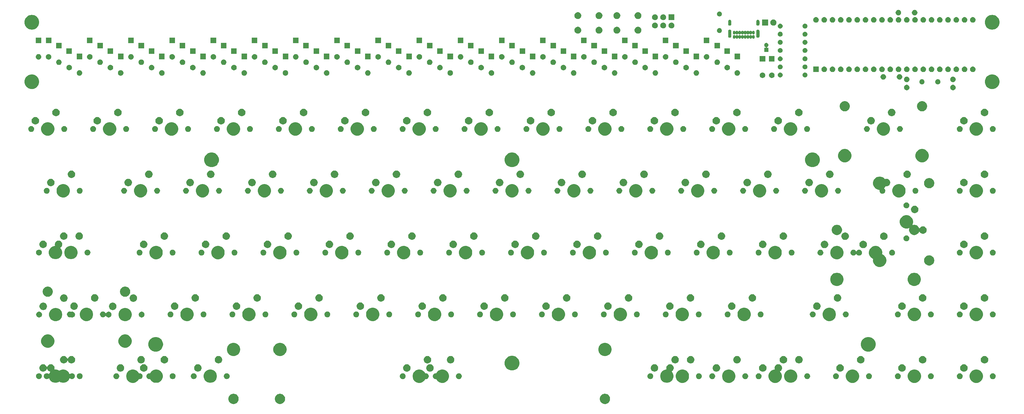
<source format=gbr>
G04 #@! TF.GenerationSoftware,KiCad,Pcbnew,(5.1.4)-1*
G04 #@! TF.CreationDate,2020-04-16T22:18:54+01:00*
G04 #@! TF.ProjectId,discipline-pcb,64697363-6970-46c6-996e-652d7063622e,rev?*
G04 #@! TF.SameCoordinates,Original*
G04 #@! TF.FileFunction,Soldermask,Bot*
G04 #@! TF.FilePolarity,Negative*
%FSLAX46Y46*%
G04 Gerber Fmt 4.6, Leading zero omitted, Abs format (unit mm)*
G04 Created by KiCad (PCBNEW (5.1.4)-1) date 2020-04-16 22:18:54*
%MOMM*%
%LPD*%
G04 APERTURE LIST*
%ADD10C,0.100000*%
G04 APERTURE END LIST*
D10*
G36*
X235124840Y-176421903D02*
G01*
X235276984Y-176452166D01*
X235395710Y-176501344D01*
X235563614Y-176570892D01*
X235563615Y-176570893D01*
X235821577Y-176743257D01*
X236040956Y-176962636D01*
X236156126Y-177135001D01*
X236213321Y-177220599D01*
X236332047Y-177507230D01*
X236392573Y-177811515D01*
X236392573Y-178121765D01*
X236332047Y-178426050D01*
X236213321Y-178712681D01*
X236213320Y-178712682D01*
X236040956Y-178970644D01*
X235821577Y-179190023D01*
X235649212Y-179305193D01*
X235563614Y-179362388D01*
X235395710Y-179431936D01*
X235276984Y-179481114D01*
X234972698Y-179541640D01*
X234656098Y-179541640D01*
X234503956Y-179511377D01*
X234351812Y-179481114D01*
X234233086Y-179431936D01*
X234065182Y-179362388D01*
X233979584Y-179305193D01*
X233807219Y-179190023D01*
X233587840Y-178970644D01*
X233415476Y-178712682D01*
X233415475Y-178712681D01*
X233296749Y-178426050D01*
X233236223Y-178121765D01*
X233236223Y-177811515D01*
X233296749Y-177507230D01*
X233415475Y-177220599D01*
X233472670Y-177135001D01*
X233587840Y-176962636D01*
X233807219Y-176743257D01*
X234065181Y-176570893D01*
X234065182Y-176570892D01*
X234233086Y-176501344D01*
X234351812Y-176452166D01*
X234656098Y-176391640D01*
X234972698Y-176391640D01*
X235124840Y-176421903D01*
X235124840Y-176421903D01*
G37*
G36*
X135118690Y-176421903D02*
G01*
X135270834Y-176452166D01*
X135389560Y-176501344D01*
X135557464Y-176570892D01*
X135557465Y-176570893D01*
X135815427Y-176743257D01*
X136034806Y-176962636D01*
X136149976Y-177135001D01*
X136207171Y-177220599D01*
X136325897Y-177507230D01*
X136386423Y-177811515D01*
X136386423Y-178121765D01*
X136325897Y-178426050D01*
X136207171Y-178712681D01*
X136207170Y-178712682D01*
X136034806Y-178970644D01*
X135815427Y-179190023D01*
X135643062Y-179305193D01*
X135557464Y-179362388D01*
X135389560Y-179431936D01*
X135270834Y-179481114D01*
X135118690Y-179511377D01*
X134966548Y-179541640D01*
X134656298Y-179541640D01*
X134504156Y-179511377D01*
X134352012Y-179481114D01*
X134233286Y-179431936D01*
X134065382Y-179362388D01*
X133979784Y-179305193D01*
X133807419Y-179190023D01*
X133588040Y-178970644D01*
X133415676Y-178712682D01*
X133415675Y-178712681D01*
X133296949Y-178426050D01*
X133236423Y-178121765D01*
X133236423Y-177811515D01*
X133296949Y-177507230D01*
X133415675Y-177220599D01*
X133472870Y-177135001D01*
X133588040Y-176962636D01*
X133807419Y-176743257D01*
X134065381Y-176570893D01*
X134065382Y-176570892D01*
X134233286Y-176501344D01*
X134352012Y-176452166D01*
X134504156Y-176421903D01*
X134656298Y-176391640D01*
X134966548Y-176391640D01*
X135118690Y-176421903D01*
X135118690Y-176421903D01*
G37*
G36*
X120824840Y-176421903D02*
G01*
X120976984Y-176452166D01*
X121095710Y-176501344D01*
X121263614Y-176570892D01*
X121263615Y-176570893D01*
X121521577Y-176743257D01*
X121740956Y-176962636D01*
X121856126Y-177135001D01*
X121913321Y-177220599D01*
X122032047Y-177507230D01*
X122092573Y-177811515D01*
X122092573Y-178121765D01*
X122032047Y-178426050D01*
X121913321Y-178712681D01*
X121913320Y-178712682D01*
X121740956Y-178970644D01*
X121521577Y-179190023D01*
X121349212Y-179305193D01*
X121263614Y-179362388D01*
X121095710Y-179431936D01*
X120976984Y-179481114D01*
X120824840Y-179511377D01*
X120672698Y-179541640D01*
X120362448Y-179541640D01*
X120210306Y-179511377D01*
X120058162Y-179481114D01*
X119939436Y-179431936D01*
X119771532Y-179362388D01*
X119685934Y-179305193D01*
X119513569Y-179190023D01*
X119294190Y-178970644D01*
X119121826Y-178712682D01*
X119121825Y-178712681D01*
X119003099Y-178426050D01*
X118942573Y-178121765D01*
X118942573Y-177811515D01*
X119003099Y-177507230D01*
X119121825Y-177220599D01*
X119179020Y-177135001D01*
X119294190Y-176962636D01*
X119513569Y-176743257D01*
X119771531Y-176570893D01*
X119771532Y-176570892D01*
X119939436Y-176501344D01*
X120058162Y-176452166D01*
X120210306Y-176421903D01*
X120362448Y-176391640D01*
X120672698Y-176391640D01*
X120824840Y-176421903D01*
X120824840Y-176421903D01*
G37*
G36*
X178265827Y-169009458D02*
G01*
X178639084Y-169164066D01*
X178639086Y-169164067D01*
X178975009Y-169388524D01*
X179260689Y-169674204D01*
X179479954Y-170002356D01*
X179491089Y-170019022D01*
X179506634Y-170037964D01*
X179525576Y-170053509D01*
X179547187Y-170065060D01*
X179570636Y-170072173D01*
X179595022Y-170074575D01*
X179613556Y-170072750D01*
X179793992Y-170072750D01*
X179815971Y-170077122D01*
X179968062Y-170107374D01*
X180132034Y-170175294D01*
X180279604Y-170273897D01*
X180405103Y-170399396D01*
X180503706Y-170546966D01*
X180571626Y-170710938D01*
X180601323Y-170860238D01*
X180606250Y-170885008D01*
X180606250Y-171062492D01*
X180601323Y-171087262D01*
X180571626Y-171236562D01*
X180503706Y-171400534D01*
X180405103Y-171548104D01*
X180279604Y-171673603D01*
X180132034Y-171772206D01*
X179968062Y-171840126D01*
X179818762Y-171869823D01*
X179793992Y-171874750D01*
X179607065Y-171874750D01*
X179601362Y-171874189D01*
X179576976Y-171876594D01*
X179553528Y-171883709D01*
X179531919Y-171895263D01*
X179512978Y-171910810D01*
X179497435Y-171929754D01*
X179485892Y-171951352D01*
X179485146Y-171953153D01*
X179260689Y-172289076D01*
X178975009Y-172574756D01*
X178639086Y-172799213D01*
X178639085Y-172799214D01*
X178639084Y-172799214D01*
X178265827Y-172953822D01*
X177869580Y-173032640D01*
X177465566Y-173032640D01*
X177069319Y-172953822D01*
X176696062Y-172799214D01*
X176696061Y-172799214D01*
X176696060Y-172799213D01*
X176360137Y-172574756D01*
X176074457Y-172289076D01*
X175850000Y-171953153D01*
X175845104Y-171941333D01*
X175695391Y-171579894D01*
X175616573Y-171183647D01*
X175616573Y-170779633D01*
X175695391Y-170383386D01*
X175849999Y-170010129D01*
X175855193Y-170002356D01*
X176074457Y-169674204D01*
X176360137Y-169388524D01*
X176696060Y-169164067D01*
X176696062Y-169164066D01*
X177069319Y-169009458D01*
X177465566Y-168930640D01*
X177869580Y-168930640D01*
X178265827Y-169009458D01*
X178265827Y-169009458D01*
G37*
G36*
X330639504Y-169001568D02*
G01*
X331003273Y-169152246D01*
X331012763Y-169156177D01*
X331348686Y-169380634D01*
X331634366Y-169666314D01*
X331856198Y-169998308D01*
X331858824Y-170002239D01*
X332013432Y-170375496D01*
X332092250Y-170771743D01*
X332092250Y-171175757D01*
X332013432Y-171572004D01*
X331861883Y-171937876D01*
X331858823Y-171945263D01*
X331634366Y-172281186D01*
X331348686Y-172566866D01*
X331012763Y-172791323D01*
X331012762Y-172791324D01*
X331012761Y-172791324D01*
X330639504Y-172945932D01*
X330243257Y-173024750D01*
X329839243Y-173024750D01*
X329442996Y-172945932D01*
X329069739Y-172791324D01*
X329069738Y-172791324D01*
X329069737Y-172791323D01*
X328733814Y-172566866D01*
X328448134Y-172281186D01*
X328223677Y-171945263D01*
X328220617Y-171937876D01*
X328069068Y-171572004D01*
X327990250Y-171175757D01*
X327990250Y-170771743D01*
X328069068Y-170375496D01*
X328223676Y-170002239D01*
X328226303Y-169998308D01*
X328448134Y-169666314D01*
X328733814Y-169380634D01*
X329069737Y-169156177D01*
X329079227Y-169152246D01*
X329442996Y-169001568D01*
X329839243Y-168922750D01*
X330243257Y-168922750D01*
X330639504Y-169001568D01*
X330639504Y-169001568D01*
G37*
G36*
X349689504Y-169001568D02*
G01*
X350053273Y-169152246D01*
X350062763Y-169156177D01*
X350398686Y-169380634D01*
X350684366Y-169666314D01*
X350906198Y-169998308D01*
X350908824Y-170002239D01*
X351063432Y-170375496D01*
X351142250Y-170771743D01*
X351142250Y-171175757D01*
X351063432Y-171572004D01*
X350911883Y-171937876D01*
X350908823Y-171945263D01*
X350684366Y-172281186D01*
X350398686Y-172566866D01*
X350062763Y-172791323D01*
X350062762Y-172791324D01*
X350062761Y-172791324D01*
X349689504Y-172945932D01*
X349293257Y-173024750D01*
X348889243Y-173024750D01*
X348492996Y-172945932D01*
X348119739Y-172791324D01*
X348119738Y-172791324D01*
X348119737Y-172791323D01*
X347783814Y-172566866D01*
X347498134Y-172281186D01*
X347273677Y-171945263D01*
X347270617Y-171937876D01*
X347119068Y-171572004D01*
X347040250Y-171175757D01*
X347040250Y-170771743D01*
X347119068Y-170375496D01*
X347273676Y-170002239D01*
X347276303Y-169998308D01*
X347498134Y-169666314D01*
X347783814Y-169380634D01*
X348119737Y-169156177D01*
X348129227Y-169152246D01*
X348492996Y-169001568D01*
X348889243Y-168922750D01*
X349293257Y-168922750D01*
X349689504Y-169001568D01*
X349689504Y-169001568D01*
G37*
G36*
X311589504Y-169001568D02*
G01*
X311953273Y-169152246D01*
X311962763Y-169156177D01*
X312298686Y-169380634D01*
X312584366Y-169666314D01*
X312806198Y-169998308D01*
X312808824Y-170002239D01*
X312963432Y-170375496D01*
X313042250Y-170771743D01*
X313042250Y-171175757D01*
X312963432Y-171572004D01*
X312811883Y-171937876D01*
X312808823Y-171945263D01*
X312584366Y-172281186D01*
X312298686Y-172566866D01*
X311962763Y-172791323D01*
X311962762Y-172791324D01*
X311962761Y-172791324D01*
X311589504Y-172945932D01*
X311193257Y-173024750D01*
X310789243Y-173024750D01*
X310392996Y-172945932D01*
X310019739Y-172791324D01*
X310019738Y-172791324D01*
X310019737Y-172791323D01*
X309683814Y-172566866D01*
X309398134Y-172281186D01*
X309173677Y-171945263D01*
X309170617Y-171937876D01*
X309019068Y-171572004D01*
X308940250Y-171175757D01*
X308940250Y-170771743D01*
X309019068Y-170375496D01*
X309173676Y-170002239D01*
X309176303Y-169998308D01*
X309398134Y-169666314D01*
X309683814Y-169380634D01*
X310019737Y-169156177D01*
X310029227Y-169152246D01*
X310392996Y-169001568D01*
X310789243Y-168922750D01*
X311193257Y-168922750D01*
X311589504Y-169001568D01*
X311589504Y-169001568D01*
G37*
G36*
X185383504Y-169001568D02*
G01*
X185747273Y-169152246D01*
X185756763Y-169156177D01*
X186092686Y-169380634D01*
X186378366Y-169666314D01*
X186600198Y-169998308D01*
X186602824Y-170002239D01*
X186757432Y-170375496D01*
X186836250Y-170771743D01*
X186836250Y-171175757D01*
X186757432Y-171572004D01*
X186605883Y-171937876D01*
X186602823Y-171945263D01*
X186378366Y-172281186D01*
X186092686Y-172566866D01*
X185756763Y-172791323D01*
X185756762Y-172791324D01*
X185756761Y-172791324D01*
X185383504Y-172945932D01*
X184987257Y-173024750D01*
X184583243Y-173024750D01*
X184186996Y-172945932D01*
X183813739Y-172791324D01*
X183813738Y-172791324D01*
X183813737Y-172791323D01*
X183477814Y-172566866D01*
X183192134Y-172281186D01*
X182967677Y-171945263D01*
X182967676Y-171945261D01*
X182961734Y-171936368D01*
X182946189Y-171917426D01*
X182927247Y-171901881D01*
X182905636Y-171890330D01*
X182882187Y-171883217D01*
X182857801Y-171880815D01*
X182839267Y-171882640D01*
X182658831Y-171882640D01*
X182628436Y-171876594D01*
X182484761Y-171848016D01*
X182320789Y-171780096D01*
X182173219Y-171681493D01*
X182047720Y-171555994D01*
X181949117Y-171408424D01*
X181881197Y-171244452D01*
X181846573Y-171070381D01*
X181846573Y-170892899D01*
X181848143Y-170885008D01*
X181851500Y-170868128D01*
X181881197Y-170718828D01*
X181949117Y-170554856D01*
X182047720Y-170407286D01*
X182173219Y-170281787D01*
X182320789Y-170183184D01*
X182484761Y-170115264D01*
X182647686Y-170082857D01*
X182658831Y-170080640D01*
X182845758Y-170080640D01*
X182851461Y-170081201D01*
X182875847Y-170078796D01*
X182899295Y-170071681D01*
X182920904Y-170060127D01*
X182939845Y-170044580D01*
X182955388Y-170025636D01*
X182966931Y-170004038D01*
X182967628Y-170002356D01*
X182967677Y-170002237D01*
X183192134Y-169666314D01*
X183477814Y-169380634D01*
X183813737Y-169156177D01*
X183823227Y-169152246D01*
X184186996Y-169001568D01*
X184583243Y-168922750D01*
X184987257Y-168922750D01*
X185383504Y-169001568D01*
X185383504Y-169001568D01*
G37*
G36*
X288375485Y-167290640D02*
G01*
X288507262Y-167316852D01*
X288716731Y-167403617D01*
X288905248Y-167529580D01*
X289065568Y-167689900D01*
X289191531Y-167878417D01*
X289278296Y-168087886D01*
X289300412Y-168199071D01*
X289322528Y-168310255D01*
X289322528Y-168536985D01*
X289300412Y-168648169D01*
X289278296Y-168759354D01*
X289191531Y-168968823D01*
X289065568Y-169157340D01*
X288905248Y-169317660D01*
X288755745Y-169417555D01*
X288736805Y-169433098D01*
X288721259Y-169452040D01*
X288709708Y-169473651D01*
X288702595Y-169497100D01*
X288700193Y-169521486D01*
X288702595Y-169545872D01*
X288709708Y-169569321D01*
X288721259Y-169590931D01*
X288736804Y-169609874D01*
X288793244Y-169666314D01*
X289015076Y-169998308D01*
X289017702Y-170002239D01*
X289172310Y-170375496D01*
X289251128Y-170771743D01*
X289251128Y-171175757D01*
X289172310Y-171572004D01*
X289020761Y-171937876D01*
X289017701Y-171945263D01*
X288793244Y-172281186D01*
X288507564Y-172566866D01*
X288171641Y-172791323D01*
X288171640Y-172791324D01*
X288171639Y-172791324D01*
X287798382Y-172945932D01*
X287402135Y-173024750D01*
X286998121Y-173024750D01*
X286601874Y-172945932D01*
X286228617Y-172791324D01*
X286228616Y-172791324D01*
X286228615Y-172791323D01*
X285892692Y-172566866D01*
X285607012Y-172281186D01*
X285382555Y-171945263D01*
X285379495Y-171937876D01*
X285227946Y-171572004D01*
X285149128Y-171175757D01*
X285149128Y-170771743D01*
X285227946Y-170375496D01*
X285382554Y-170002239D01*
X285385181Y-169998308D01*
X285607012Y-169666314D01*
X285892692Y-169380634D01*
X286228615Y-169156177D01*
X286238105Y-169152246D01*
X286601874Y-169001568D01*
X286972832Y-168927780D01*
X286996281Y-168920667D01*
X287017892Y-168909116D01*
X287036834Y-168893571D01*
X287052379Y-168874629D01*
X287063930Y-168853018D01*
X287071043Y-168829569D01*
X287073445Y-168805183D01*
X287071043Y-168780797D01*
X287065184Y-168761483D01*
X287064761Y-168759356D01*
X287064760Y-168759354D01*
X287032936Y-168599366D01*
X287020528Y-168536985D01*
X287020528Y-168310255D01*
X287042644Y-168199071D01*
X287064760Y-168087886D01*
X287151525Y-167878417D01*
X287277488Y-167689900D01*
X287437808Y-167529580D01*
X287626325Y-167403617D01*
X287835794Y-167316852D01*
X287967571Y-167290640D01*
X288058163Y-167272620D01*
X288284893Y-167272620D01*
X288375485Y-167290640D01*
X288375485Y-167290640D01*
G37*
G36*
X259242190Y-169001568D02*
G01*
X259605959Y-169152246D01*
X259615449Y-169156177D01*
X259951372Y-169380634D01*
X260237052Y-169666314D01*
X260458884Y-169998308D01*
X260461510Y-170002239D01*
X260616118Y-170375496D01*
X260694936Y-170771743D01*
X260694936Y-171175757D01*
X260616118Y-171572004D01*
X260464569Y-171937876D01*
X260461509Y-171945263D01*
X260237052Y-172281186D01*
X259951372Y-172566866D01*
X259615449Y-172791323D01*
X259615448Y-172791324D01*
X259615447Y-172791324D01*
X259242190Y-172945932D01*
X258845943Y-173024750D01*
X258441929Y-173024750D01*
X258045682Y-172945932D01*
X257672425Y-172791324D01*
X257672424Y-172791324D01*
X257672423Y-172791323D01*
X257336500Y-172566866D01*
X257050820Y-172281186D01*
X256826363Y-171945263D01*
X256823303Y-171937876D01*
X256671754Y-171572004D01*
X256592936Y-171175757D01*
X256592936Y-170771743D01*
X256671754Y-170375496D01*
X256826362Y-170002239D01*
X256828989Y-169998308D01*
X257050820Y-169666314D01*
X257336500Y-169380634D01*
X257672423Y-169156177D01*
X257681913Y-169152246D01*
X258045682Y-169001568D01*
X258441929Y-168922750D01*
X258845943Y-168922750D01*
X259242190Y-169001568D01*
X259242190Y-169001568D01*
G37*
G36*
X273524460Y-169001568D02*
G01*
X273888229Y-169152246D01*
X273897719Y-169156177D01*
X274233642Y-169380634D01*
X274519322Y-169666314D01*
X274741154Y-169998308D01*
X274743780Y-170002239D01*
X274898388Y-170375496D01*
X274977206Y-170771743D01*
X274977206Y-171175757D01*
X274898388Y-171572004D01*
X274746839Y-171937876D01*
X274743779Y-171945263D01*
X274519322Y-172281186D01*
X274233642Y-172566866D01*
X273897719Y-172791323D01*
X273897718Y-172791324D01*
X273897717Y-172791324D01*
X273524460Y-172945932D01*
X273128213Y-173024750D01*
X272724199Y-173024750D01*
X272327952Y-172945932D01*
X271954695Y-172791324D01*
X271954694Y-172791324D01*
X271954693Y-172791323D01*
X271618770Y-172566866D01*
X271333090Y-172281186D01*
X271108633Y-171945263D01*
X271105573Y-171937876D01*
X270954024Y-171572004D01*
X270875206Y-171175757D01*
X270875206Y-170771743D01*
X270954024Y-170375496D01*
X271108632Y-170002239D01*
X271111259Y-169998308D01*
X271333090Y-169666314D01*
X271618770Y-169380634D01*
X271954693Y-169156177D01*
X271964183Y-169152246D01*
X272327952Y-169001568D01*
X272724199Y-168922750D01*
X273128213Y-168922750D01*
X273524460Y-169001568D01*
X273524460Y-169001568D01*
G37*
G36*
X90133304Y-169001568D02*
G01*
X90497073Y-169152246D01*
X90506563Y-169156177D01*
X90842486Y-169380634D01*
X91128166Y-169666314D01*
X91352623Y-170002237D01*
X91352672Y-170002356D01*
X91364222Y-170023967D01*
X91379766Y-170042910D01*
X91398707Y-170058456D01*
X91420318Y-170070008D01*
X91443766Y-170077122D01*
X91468152Y-170079525D01*
X91492539Y-170077124D01*
X91534290Y-170068819D01*
X91711773Y-170068819D01*
X91717750Y-170070008D01*
X91885843Y-170103443D01*
X92049815Y-170171363D01*
X92197385Y-170269966D01*
X92322884Y-170395465D01*
X92421487Y-170543035D01*
X92489407Y-170707007D01*
X92524031Y-170881078D01*
X92524031Y-171058560D01*
X92489407Y-171232631D01*
X92421487Y-171396603D01*
X92322884Y-171544173D01*
X92197385Y-171669672D01*
X92049815Y-171768275D01*
X91885843Y-171836195D01*
X91745833Y-171864044D01*
X91711773Y-171870819D01*
X91534289Y-171870819D01*
X91495553Y-171863114D01*
X91471167Y-171860712D01*
X91446781Y-171863114D01*
X91423332Y-171870227D01*
X91401721Y-171881778D01*
X91382779Y-171897324D01*
X91367234Y-171916266D01*
X91355683Y-171937876D01*
X91352624Y-171945262D01*
X91347352Y-171953152D01*
X91128166Y-172281186D01*
X90842486Y-172566866D01*
X90506563Y-172791323D01*
X90506562Y-172791324D01*
X90506561Y-172791324D01*
X90133304Y-172945932D01*
X89737057Y-173024750D01*
X89333043Y-173024750D01*
X88936796Y-172945932D01*
X88563539Y-172791324D01*
X88563538Y-172791324D01*
X88563537Y-172791323D01*
X88227614Y-172566866D01*
X87941934Y-172281186D01*
X87717477Y-171945263D01*
X87714417Y-171937876D01*
X87562868Y-171572004D01*
X87484050Y-171175757D01*
X87484050Y-170771743D01*
X87562868Y-170375496D01*
X87717476Y-170002239D01*
X87720103Y-169998308D01*
X87941934Y-169666314D01*
X88227614Y-169380634D01*
X88563537Y-169156177D01*
X88573027Y-169152246D01*
X88936796Y-169001568D01*
X89333043Y-168922750D01*
X89737057Y-168922750D01*
X90133304Y-169001568D01*
X90133304Y-169001568D01*
G37*
G36*
X97301285Y-168997637D02*
G01*
X97674542Y-169152245D01*
X97674544Y-169152246D01*
X97937264Y-169327790D01*
X98010467Y-169376703D01*
X98296147Y-169662383D01*
X98520605Y-169998308D01*
X98675213Y-170371565D01*
X98754031Y-170767812D01*
X98754031Y-171171826D01*
X98675213Y-171568073D01*
X98538833Y-171897324D01*
X98520604Y-171941332D01*
X98296147Y-172277255D01*
X98010467Y-172562935D01*
X97674544Y-172787392D01*
X97674543Y-172787393D01*
X97674542Y-172787393D01*
X97301285Y-172942001D01*
X96905038Y-173020819D01*
X96501024Y-173020819D01*
X96104777Y-172942001D01*
X95731520Y-172787393D01*
X95731519Y-172787393D01*
X95731518Y-172787392D01*
X95395595Y-172562935D01*
X95109915Y-172277255D01*
X94885458Y-171941332D01*
X94885408Y-171941211D01*
X94873859Y-171919602D01*
X94858315Y-171900659D01*
X94839374Y-171885113D01*
X94817763Y-171873561D01*
X94794315Y-171866447D01*
X94769929Y-171864044D01*
X94745542Y-171866445D01*
X94703791Y-171874750D01*
X94526308Y-171874750D01*
X94501538Y-171869823D01*
X94352238Y-171840126D01*
X94188266Y-171772206D01*
X94040696Y-171673603D01*
X93915197Y-171548104D01*
X93816594Y-171400534D01*
X93748674Y-171236562D01*
X93718977Y-171087262D01*
X93714050Y-171062492D01*
X93714050Y-170885008D01*
X93718977Y-170860238D01*
X93748674Y-170710938D01*
X93816594Y-170546966D01*
X93915197Y-170399396D01*
X94040696Y-170273897D01*
X94188266Y-170175294D01*
X94352238Y-170107374D01*
X94504329Y-170077122D01*
X94526308Y-170072750D01*
X94703792Y-170072750D01*
X94742528Y-170080455D01*
X94766914Y-170082857D01*
X94791300Y-170080455D01*
X94814749Y-170073342D01*
X94836360Y-170061791D01*
X94855302Y-170046245D01*
X94870847Y-170027303D01*
X94882398Y-170005693D01*
X94885457Y-169998307D01*
X95109915Y-169662383D01*
X95395595Y-169376703D01*
X95468798Y-169327790D01*
X95731518Y-169152246D01*
X95731520Y-169152245D01*
X96104777Y-168997637D01*
X96501024Y-168918819D01*
X96905038Y-168918819D01*
X97301285Y-168997637D01*
X97301285Y-168997637D01*
G37*
G36*
X292579782Y-168991438D02*
G01*
X292953039Y-169146046D01*
X292953041Y-169146047D01*
X293219155Y-169323859D01*
X293288964Y-169370504D01*
X293574644Y-169656184D01*
X293799102Y-169992109D01*
X293953710Y-170365366D01*
X294032528Y-170761613D01*
X294032528Y-171165627D01*
X293953710Y-171561874D01*
X293805534Y-171919602D01*
X293799101Y-171935133D01*
X293574644Y-172271056D01*
X293288964Y-172556736D01*
X292953041Y-172781193D01*
X292953040Y-172781194D01*
X292953039Y-172781194D01*
X292579782Y-172935802D01*
X292183535Y-173014620D01*
X291779521Y-173014620D01*
X291383274Y-172935802D01*
X291010017Y-172781194D01*
X291010016Y-172781194D01*
X291010015Y-172781193D01*
X290674092Y-172556736D01*
X290388412Y-172271056D01*
X290163955Y-171935133D01*
X290157522Y-171919602D01*
X290009346Y-171561874D01*
X289930528Y-171165627D01*
X289930528Y-170761613D01*
X290009346Y-170365366D01*
X290163954Y-169992109D01*
X290388412Y-169656184D01*
X290674092Y-169370504D01*
X290743901Y-169323859D01*
X291010015Y-169146047D01*
X291010017Y-169146046D01*
X291383274Y-168991438D01*
X291779521Y-168912620D01*
X292183535Y-168912620D01*
X292579782Y-168991438D01*
X292579782Y-168991438D01*
G37*
G36*
X62116407Y-167290640D02*
G01*
X62248184Y-167316852D01*
X62457653Y-167403617D01*
X62646170Y-167529580D01*
X62806490Y-167689900D01*
X62818531Y-167707921D01*
X62932454Y-167878419D01*
X62987591Y-168011532D01*
X62999142Y-168033143D01*
X63014687Y-168052084D01*
X63033629Y-168067630D01*
X63055240Y-168079181D01*
X63078689Y-168086294D01*
X63103075Y-168088696D01*
X63127461Y-168086294D01*
X63150910Y-168079181D01*
X63172521Y-168067630D01*
X63191462Y-168052085D01*
X63207008Y-168033143D01*
X63218559Y-168011532D01*
X63273696Y-167878419D01*
X63387619Y-167707921D01*
X63399660Y-167689900D01*
X63559980Y-167529580D01*
X63748497Y-167403617D01*
X63957966Y-167316852D01*
X64089743Y-167290640D01*
X64180335Y-167272620D01*
X64407065Y-167272620D01*
X64497657Y-167290640D01*
X64629434Y-167316852D01*
X64838903Y-167403617D01*
X65027420Y-167529580D01*
X65187740Y-167689900D01*
X65313703Y-167878417D01*
X65400468Y-168087886D01*
X65422584Y-168199071D01*
X65444700Y-168310255D01*
X65444700Y-168536985D01*
X65399696Y-168763235D01*
X65397294Y-168787621D01*
X65399696Y-168812007D01*
X65406809Y-168835456D01*
X65418360Y-168857067D01*
X65433905Y-168876009D01*
X65452847Y-168891554D01*
X65474458Y-168903105D01*
X65497907Y-168910218D01*
X65522293Y-168912620D01*
X65924457Y-168912620D01*
X66320704Y-168991438D01*
X66693961Y-169146046D01*
X66693963Y-169146047D01*
X66788343Y-169209110D01*
X66843629Y-169246051D01*
X66865240Y-169257602D01*
X66888689Y-169264715D01*
X66913075Y-169267117D01*
X66937461Y-169264715D01*
X66960910Y-169257602D01*
X66982521Y-169246051D01*
X67037807Y-169209110D01*
X67132187Y-169146047D01*
X67132189Y-169146046D01*
X67505446Y-168991438D01*
X67901693Y-168912620D01*
X68305707Y-168912620D01*
X68701954Y-168991438D01*
X69075211Y-169146046D01*
X69075213Y-169146047D01*
X69341327Y-169323859D01*
X69411136Y-169370504D01*
X69696816Y-169656184D01*
X69921274Y-169992109D01*
X70019117Y-170228323D01*
X70030668Y-170249934D01*
X70046213Y-170268876D01*
X70065155Y-170284421D01*
X70086766Y-170295972D01*
X70110215Y-170303085D01*
X70134601Y-170305487D01*
X70158987Y-170303085D01*
X70182436Y-170295972D01*
X70204047Y-170284421D01*
X70222978Y-170268885D01*
X70228096Y-170263767D01*
X70375666Y-170165164D01*
X70539638Y-170097244D01*
X70688938Y-170067547D01*
X70713708Y-170062620D01*
X70891192Y-170062620D01*
X70915962Y-170067547D01*
X71065262Y-170097244D01*
X71229234Y-170165164D01*
X71376804Y-170263767D01*
X71502303Y-170389266D01*
X71600906Y-170536836D01*
X71668826Y-170700808D01*
X71684505Y-170779634D01*
X71703450Y-170874878D01*
X71703450Y-171052362D01*
X71698523Y-171077132D01*
X71668826Y-171226432D01*
X71600906Y-171390404D01*
X71502303Y-171537974D01*
X71376804Y-171663473D01*
X71229234Y-171762076D01*
X71065262Y-171829996D01*
X70915962Y-171859693D01*
X70891192Y-171864620D01*
X70713708Y-171864620D01*
X70688938Y-171859693D01*
X70539638Y-171829996D01*
X70375666Y-171762076D01*
X70228096Y-171663473D01*
X70222978Y-171658355D01*
X70204047Y-171642819D01*
X70182436Y-171631268D01*
X70158987Y-171624155D01*
X70134601Y-171621753D01*
X70110215Y-171624155D01*
X70086766Y-171631268D01*
X70065155Y-171642819D01*
X70046213Y-171658364D01*
X70030668Y-171677306D01*
X70019117Y-171698917D01*
X69927706Y-171919602D01*
X69921273Y-171935133D01*
X69696816Y-172271056D01*
X69411136Y-172556736D01*
X69075213Y-172781193D01*
X69075212Y-172781194D01*
X69075211Y-172781194D01*
X68701954Y-172935802D01*
X68305707Y-173014620D01*
X67901693Y-173014620D01*
X67505446Y-172935802D01*
X67132189Y-172781194D01*
X67132188Y-172781194D01*
X67132187Y-172781193D01*
X66982520Y-172681188D01*
X66960910Y-172669638D01*
X66937461Y-172662525D01*
X66913075Y-172660123D01*
X66888689Y-172662525D01*
X66865240Y-172669638D01*
X66843630Y-172681188D01*
X66693963Y-172781193D01*
X66693962Y-172781194D01*
X66693961Y-172781194D01*
X66320704Y-172935802D01*
X65924457Y-173014620D01*
X65520443Y-173014620D01*
X65124196Y-172935802D01*
X64750939Y-172781194D01*
X64750938Y-172781194D01*
X64750937Y-172781193D01*
X64415014Y-172556736D01*
X64129334Y-172271056D01*
X63904877Y-171935133D01*
X63898444Y-171919602D01*
X63807033Y-171698917D01*
X63795482Y-171677306D01*
X63779937Y-171658364D01*
X63760995Y-171642819D01*
X63739384Y-171631268D01*
X63715935Y-171624155D01*
X63691549Y-171621753D01*
X63667163Y-171624155D01*
X63643714Y-171631268D01*
X63622103Y-171642819D01*
X63603172Y-171658355D01*
X63598054Y-171663473D01*
X63450484Y-171762076D01*
X63286512Y-171829996D01*
X63137212Y-171859693D01*
X63112442Y-171864620D01*
X62934958Y-171864620D01*
X62910188Y-171859693D01*
X62760888Y-171829996D01*
X62596916Y-171762076D01*
X62449346Y-171663473D01*
X62323847Y-171537974D01*
X62225244Y-171390404D01*
X62157324Y-171226432D01*
X62127627Y-171077132D01*
X62122700Y-171052362D01*
X62122700Y-170874878D01*
X62141645Y-170779634D01*
X62157324Y-170700808D01*
X62225244Y-170536836D01*
X62323847Y-170389266D01*
X62449346Y-170263767D01*
X62596916Y-170165164D01*
X62760888Y-170097244D01*
X62910188Y-170067547D01*
X62934958Y-170062620D01*
X63112442Y-170062620D01*
X63137212Y-170067547D01*
X63286512Y-170097244D01*
X63450484Y-170165164D01*
X63598054Y-170263767D01*
X63603172Y-170268885D01*
X63622103Y-170284421D01*
X63643714Y-170295972D01*
X63667163Y-170303085D01*
X63691549Y-170305487D01*
X63715935Y-170303085D01*
X63739384Y-170295972D01*
X63760995Y-170284421D01*
X63779937Y-170268876D01*
X63795482Y-170249934D01*
X63807033Y-170228323D01*
X63904876Y-169992109D01*
X64079490Y-169730781D01*
X64091041Y-169709170D01*
X64098154Y-169685721D01*
X64100556Y-169661335D01*
X64098154Y-169636949D01*
X64091041Y-169613500D01*
X64079490Y-169591889D01*
X64063945Y-169572947D01*
X64045003Y-169557402D01*
X64023392Y-169545851D01*
X63999944Y-169538738D01*
X63957966Y-169530388D01*
X63748499Y-169443624D01*
X63748498Y-169443624D01*
X63748497Y-169443623D01*
X63559980Y-169317660D01*
X63399660Y-169157340D01*
X63273697Y-168968823D01*
X63248966Y-168909116D01*
X63218559Y-168835708D01*
X63207008Y-168814097D01*
X63191463Y-168795156D01*
X63172521Y-168779610D01*
X63150910Y-168768059D01*
X63127461Y-168760946D01*
X63103075Y-168758544D01*
X63078689Y-168760946D01*
X63055240Y-168768059D01*
X63033629Y-168779610D01*
X63014688Y-168795155D01*
X62999142Y-168814097D01*
X62987591Y-168835708D01*
X62957185Y-168909116D01*
X62932453Y-168968823D01*
X62806490Y-169157340D01*
X62646170Y-169317660D01*
X62457653Y-169443623D01*
X62457652Y-169443624D01*
X62457651Y-169443624D01*
X62437333Y-169452040D01*
X62248184Y-169530388D01*
X62170446Y-169545851D01*
X62025815Y-169574620D01*
X61799085Y-169574620D01*
X61654454Y-169545851D01*
X61576716Y-169530388D01*
X61387567Y-169452040D01*
X61367249Y-169443624D01*
X61367248Y-169443624D01*
X61367247Y-169443623D01*
X61178730Y-169317660D01*
X61018410Y-169157340D01*
X60892447Y-168968823D01*
X60805682Y-168759354D01*
X60783566Y-168648169D01*
X60761450Y-168536985D01*
X60761450Y-168310255D01*
X60783566Y-168199071D01*
X60805682Y-168087886D01*
X60892447Y-167878417D01*
X61018410Y-167689900D01*
X61178730Y-167529580D01*
X61367247Y-167403617D01*
X61576716Y-167316852D01*
X61708493Y-167290640D01*
X61799085Y-167272620D01*
X62025815Y-167272620D01*
X62116407Y-167290640D01*
X62116407Y-167290640D01*
G37*
G36*
X254986966Y-167290640D02*
G01*
X255169670Y-167326982D01*
X255317786Y-167388334D01*
X255369647Y-167409815D01*
X255379139Y-167413747D01*
X255567656Y-167539710D01*
X255727976Y-167700030D01*
X255853939Y-167888547D01*
X255940704Y-168098016D01*
X255962820Y-168209201D01*
X255984936Y-168320385D01*
X255984936Y-168547115D01*
X255962820Y-168658299D01*
X255940704Y-168769484D01*
X255853939Y-168978953D01*
X255727976Y-169167470D01*
X255567656Y-169327790D01*
X255490892Y-169379082D01*
X255435304Y-169416225D01*
X255416362Y-169431771D01*
X255400817Y-169450713D01*
X255389266Y-169472323D01*
X255382153Y-169495772D01*
X255379751Y-169520158D01*
X255382153Y-169544545D01*
X255389266Y-169567993D01*
X255400817Y-169589604D01*
X255416362Y-169608546D01*
X255464000Y-169656184D01*
X255688458Y-169992109D01*
X255843066Y-170365366D01*
X255921884Y-170761613D01*
X255921884Y-171165627D01*
X255843066Y-171561874D01*
X255694890Y-171919602D01*
X255688457Y-171935133D01*
X255464000Y-172271056D01*
X255178320Y-172556736D01*
X254842397Y-172781193D01*
X254842396Y-172781194D01*
X254842395Y-172781194D01*
X254469138Y-172935802D01*
X254072891Y-173014620D01*
X253668877Y-173014620D01*
X253272630Y-172935802D01*
X252899373Y-172781194D01*
X252899372Y-172781194D01*
X252899371Y-172781193D01*
X252563448Y-172556736D01*
X252277768Y-172271056D01*
X252053311Y-171935133D01*
X252046878Y-171919602D01*
X251898702Y-171561874D01*
X251819884Y-171165627D01*
X251819884Y-170761613D01*
X251898702Y-170365366D01*
X252053310Y-169992109D01*
X252277768Y-169656184D01*
X252563448Y-169370504D01*
X252633257Y-169323859D01*
X252899371Y-169146047D01*
X252899373Y-169146046D01*
X253272630Y-168991438D01*
X253629740Y-168920405D01*
X253653189Y-168913292D01*
X253674800Y-168901741D01*
X253693741Y-168886196D01*
X253709287Y-168867254D01*
X253720838Y-168845643D01*
X253727951Y-168822194D01*
X253730353Y-168797808D01*
X253727951Y-168773422D01*
X253682936Y-168547115D01*
X253682936Y-168320385D01*
X253705052Y-168209201D01*
X253727168Y-168098016D01*
X253813933Y-167888547D01*
X253939896Y-167700030D01*
X254100216Y-167539710D01*
X254288733Y-167413747D01*
X254298226Y-167409815D01*
X254350086Y-167388334D01*
X254498202Y-167326982D01*
X254680906Y-167290640D01*
X254720571Y-167282750D01*
X254947301Y-167282750D01*
X254986966Y-167290640D01*
X254986966Y-167290640D01*
G37*
G36*
X113945704Y-168991438D02*
G01*
X114318961Y-169146046D01*
X114318963Y-169146047D01*
X114585077Y-169323859D01*
X114654886Y-169370504D01*
X114940566Y-169656184D01*
X115165024Y-169992109D01*
X115319632Y-170365366D01*
X115398450Y-170761613D01*
X115398450Y-171165627D01*
X115319632Y-171561874D01*
X115171456Y-171919602D01*
X115165023Y-171935133D01*
X114940566Y-172271056D01*
X114654886Y-172556736D01*
X114318963Y-172781193D01*
X114318962Y-172781194D01*
X114318961Y-172781194D01*
X113945704Y-172935802D01*
X113549457Y-173014620D01*
X113145443Y-173014620D01*
X112749196Y-172935802D01*
X112375939Y-172781194D01*
X112375938Y-172781194D01*
X112375937Y-172781193D01*
X112040014Y-172556736D01*
X111754334Y-172271056D01*
X111529877Y-171935133D01*
X111523444Y-171919602D01*
X111375268Y-171561874D01*
X111296450Y-171165627D01*
X111296450Y-170761613D01*
X111375268Y-170365366D01*
X111529876Y-169992109D01*
X111754334Y-169656184D01*
X112040014Y-169370504D01*
X112109823Y-169323859D01*
X112375937Y-169146047D01*
X112375939Y-169146046D01*
X112749196Y-168991438D01*
X113145443Y-168912620D01*
X113549457Y-168912620D01*
X113945704Y-168991438D01*
X113945704Y-168991438D01*
G37*
G36*
X172687460Y-170082857D02*
G01*
X172850385Y-170115264D01*
X173014357Y-170183184D01*
X173161927Y-170281787D01*
X173287426Y-170407286D01*
X173386029Y-170554856D01*
X173453949Y-170718828D01*
X173483646Y-170868128D01*
X173487004Y-170885008D01*
X173488573Y-170892899D01*
X173488573Y-171070381D01*
X173453949Y-171244452D01*
X173386029Y-171408424D01*
X173287426Y-171555994D01*
X173161927Y-171681493D01*
X173014357Y-171780096D01*
X172850385Y-171848016D01*
X172706710Y-171876594D01*
X172676315Y-171882640D01*
X172498831Y-171882640D01*
X172468436Y-171876594D01*
X172324761Y-171848016D01*
X172160789Y-171780096D01*
X172013219Y-171681493D01*
X171887720Y-171555994D01*
X171789117Y-171408424D01*
X171721197Y-171244452D01*
X171686573Y-171070381D01*
X171686573Y-170892899D01*
X171688143Y-170885008D01*
X171691500Y-170868128D01*
X171721197Y-170718828D01*
X171789117Y-170554856D01*
X171887720Y-170407286D01*
X172013219Y-170281787D01*
X172160789Y-170183184D01*
X172324761Y-170115264D01*
X172487686Y-170082857D01*
X172498831Y-170080640D01*
X172676315Y-170080640D01*
X172687460Y-170082857D01*
X172687460Y-170082857D01*
G37*
G36*
X278116927Y-170077122D02*
G01*
X278269018Y-170107374D01*
X278432990Y-170175294D01*
X278580560Y-170273897D01*
X278706059Y-170399396D01*
X278804662Y-170546966D01*
X278872582Y-170710938D01*
X278902279Y-170860238D01*
X278907206Y-170885008D01*
X278907206Y-171062492D01*
X278902279Y-171087262D01*
X278872582Y-171236562D01*
X278804662Y-171400534D01*
X278706059Y-171548104D01*
X278580560Y-171673603D01*
X278432990Y-171772206D01*
X278269018Y-171840126D01*
X278119718Y-171869823D01*
X278094948Y-171874750D01*
X277917464Y-171874750D01*
X277892694Y-171869823D01*
X277743394Y-171840126D01*
X277579422Y-171772206D01*
X277431852Y-171673603D01*
X277306353Y-171548104D01*
X277207750Y-171400534D01*
X277139830Y-171236562D01*
X277110133Y-171087262D01*
X277105206Y-171062492D01*
X277105206Y-170885008D01*
X277110133Y-170860238D01*
X277139830Y-170710938D01*
X277207750Y-170546966D01*
X277306353Y-170399396D01*
X277431852Y-170273897D01*
X277579422Y-170175294D01*
X277743394Y-170107374D01*
X277895485Y-170077122D01*
X277917464Y-170072750D01*
X278094948Y-170072750D01*
X278116927Y-170077122D01*
X278116927Y-170077122D01*
G37*
G36*
X84565771Y-170077122D02*
G01*
X84717862Y-170107374D01*
X84881834Y-170175294D01*
X85029404Y-170273897D01*
X85154903Y-170399396D01*
X85253506Y-170546966D01*
X85321426Y-170710938D01*
X85351123Y-170860238D01*
X85356050Y-170885008D01*
X85356050Y-171062492D01*
X85351123Y-171087262D01*
X85321426Y-171236562D01*
X85253506Y-171400534D01*
X85154903Y-171548104D01*
X85029404Y-171673603D01*
X84881834Y-171772206D01*
X84717862Y-171840126D01*
X84568562Y-171869823D01*
X84543792Y-171874750D01*
X84366308Y-171874750D01*
X84341538Y-171869823D01*
X84192238Y-171840126D01*
X84028266Y-171772206D01*
X83880696Y-171673603D01*
X83755197Y-171548104D01*
X83656594Y-171400534D01*
X83588674Y-171236562D01*
X83558977Y-171087262D01*
X83554050Y-171062492D01*
X83554050Y-170885008D01*
X83558977Y-170860238D01*
X83588674Y-170710938D01*
X83656594Y-170546966D01*
X83755197Y-170399396D01*
X83880696Y-170273897D01*
X84028266Y-170175294D01*
X84192238Y-170107374D01*
X84344329Y-170077122D01*
X84366308Y-170072750D01*
X84543792Y-170072750D01*
X84565771Y-170077122D01*
X84565771Y-170077122D01*
G37*
G36*
X335231971Y-170077122D02*
G01*
X335384062Y-170107374D01*
X335548034Y-170175294D01*
X335695604Y-170273897D01*
X335821103Y-170399396D01*
X335919706Y-170546966D01*
X335987626Y-170710938D01*
X336017323Y-170860238D01*
X336022250Y-170885008D01*
X336022250Y-171062492D01*
X336017323Y-171087262D01*
X335987626Y-171236562D01*
X335919706Y-171400534D01*
X335821103Y-171548104D01*
X335695604Y-171673603D01*
X335548034Y-171772206D01*
X335384062Y-171840126D01*
X335234762Y-171869823D01*
X335209992Y-171874750D01*
X335032508Y-171874750D01*
X335007738Y-171869823D01*
X334858438Y-171840126D01*
X334694466Y-171772206D01*
X334546896Y-171673603D01*
X334421397Y-171548104D01*
X334322794Y-171400534D01*
X334254874Y-171236562D01*
X334225177Y-171087262D01*
X334220250Y-171062492D01*
X334220250Y-170885008D01*
X334225177Y-170860238D01*
X334254874Y-170710938D01*
X334322794Y-170546966D01*
X334421397Y-170399396D01*
X334546896Y-170273897D01*
X334694466Y-170175294D01*
X334858438Y-170107374D01*
X335010529Y-170077122D01*
X335032508Y-170072750D01*
X335209992Y-170072750D01*
X335231971Y-170077122D01*
X335231971Y-170077122D01*
G37*
G36*
X325071971Y-170077122D02*
G01*
X325224062Y-170107374D01*
X325388034Y-170175294D01*
X325535604Y-170273897D01*
X325661103Y-170399396D01*
X325759706Y-170546966D01*
X325827626Y-170710938D01*
X325857323Y-170860238D01*
X325862250Y-170885008D01*
X325862250Y-171062492D01*
X325857323Y-171087262D01*
X325827626Y-171236562D01*
X325759706Y-171400534D01*
X325661103Y-171548104D01*
X325535604Y-171673603D01*
X325388034Y-171772206D01*
X325224062Y-171840126D01*
X325074762Y-171869823D01*
X325049992Y-171874750D01*
X324872508Y-171874750D01*
X324847738Y-171869823D01*
X324698438Y-171840126D01*
X324534466Y-171772206D01*
X324386896Y-171673603D01*
X324261397Y-171548104D01*
X324162794Y-171400534D01*
X324094874Y-171236562D01*
X324065177Y-171087262D01*
X324060250Y-171062492D01*
X324060250Y-170885008D01*
X324065177Y-170860238D01*
X324094874Y-170710938D01*
X324162794Y-170546966D01*
X324261397Y-170399396D01*
X324386896Y-170273897D01*
X324534466Y-170175294D01*
X324698438Y-170107374D01*
X324850529Y-170077122D01*
X324872508Y-170072750D01*
X325049992Y-170072750D01*
X325071971Y-170077122D01*
X325071971Y-170077122D01*
G37*
G36*
X267956927Y-170077122D02*
G01*
X268109018Y-170107374D01*
X268272990Y-170175294D01*
X268420560Y-170273897D01*
X268546059Y-170399396D01*
X268644662Y-170546966D01*
X268712582Y-170710938D01*
X268742279Y-170860238D01*
X268747206Y-170885008D01*
X268747206Y-171062492D01*
X268742279Y-171087262D01*
X268712582Y-171236562D01*
X268644662Y-171400534D01*
X268546059Y-171548104D01*
X268420560Y-171673603D01*
X268272990Y-171772206D01*
X268109018Y-171840126D01*
X267959718Y-171869823D01*
X267934948Y-171874750D01*
X267757464Y-171874750D01*
X267732694Y-171869823D01*
X267583394Y-171840126D01*
X267419422Y-171772206D01*
X267271852Y-171673603D01*
X267146353Y-171548104D01*
X267047750Y-171400534D01*
X266979830Y-171236562D01*
X266950133Y-171087262D01*
X266945206Y-171062492D01*
X266945206Y-170885008D01*
X266950133Y-170860238D01*
X266979830Y-170710938D01*
X267047750Y-170546966D01*
X267146353Y-170399396D01*
X267271852Y-170273897D01*
X267419422Y-170175294D01*
X267583394Y-170107374D01*
X267735485Y-170077122D01*
X267757464Y-170072750D01*
X267934948Y-170072750D01*
X267956927Y-170077122D01*
X267956927Y-170077122D01*
G37*
G36*
X344121971Y-170077122D02*
G01*
X344274062Y-170107374D01*
X344438034Y-170175294D01*
X344585604Y-170273897D01*
X344711103Y-170399396D01*
X344809706Y-170546966D01*
X344877626Y-170710938D01*
X344907323Y-170860238D01*
X344912250Y-170885008D01*
X344912250Y-171062492D01*
X344907323Y-171087262D01*
X344877626Y-171236562D01*
X344809706Y-171400534D01*
X344711103Y-171548104D01*
X344585604Y-171673603D01*
X344438034Y-171772206D01*
X344274062Y-171840126D01*
X344124762Y-171869823D01*
X344099992Y-171874750D01*
X343922508Y-171874750D01*
X343897738Y-171869823D01*
X343748438Y-171840126D01*
X343584466Y-171772206D01*
X343436896Y-171673603D01*
X343311397Y-171548104D01*
X343212794Y-171400534D01*
X343144874Y-171236562D01*
X343115177Y-171087262D01*
X343110250Y-171062492D01*
X343110250Y-170885008D01*
X343115177Y-170860238D01*
X343144874Y-170710938D01*
X343212794Y-170546966D01*
X343311397Y-170399396D01*
X343436896Y-170273897D01*
X343584466Y-170175294D01*
X343748438Y-170107374D01*
X343900529Y-170077122D01*
X343922508Y-170072750D01*
X344099992Y-170072750D01*
X344121971Y-170077122D01*
X344121971Y-170077122D01*
G37*
G36*
X316181971Y-170077122D02*
G01*
X316334062Y-170107374D01*
X316498034Y-170175294D01*
X316645604Y-170273897D01*
X316771103Y-170399396D01*
X316869706Y-170546966D01*
X316937626Y-170710938D01*
X316967323Y-170860238D01*
X316972250Y-170885008D01*
X316972250Y-171062492D01*
X316967323Y-171087262D01*
X316937626Y-171236562D01*
X316869706Y-171400534D01*
X316771103Y-171548104D01*
X316645604Y-171673603D01*
X316498034Y-171772206D01*
X316334062Y-171840126D01*
X316184762Y-171869823D01*
X316159992Y-171874750D01*
X315982508Y-171874750D01*
X315957738Y-171869823D01*
X315808438Y-171840126D01*
X315644466Y-171772206D01*
X315496896Y-171673603D01*
X315371397Y-171548104D01*
X315272794Y-171400534D01*
X315204874Y-171236562D01*
X315175177Y-171087262D01*
X315170250Y-171062492D01*
X315170250Y-170885008D01*
X315175177Y-170860238D01*
X315204874Y-170710938D01*
X315272794Y-170546966D01*
X315371397Y-170399396D01*
X315496896Y-170273897D01*
X315644466Y-170175294D01*
X315808438Y-170107374D01*
X315960529Y-170077122D01*
X315982508Y-170072750D01*
X316159992Y-170072750D01*
X316181971Y-170077122D01*
X316181971Y-170077122D01*
G37*
G36*
X306021971Y-170077122D02*
G01*
X306174062Y-170107374D01*
X306338034Y-170175294D01*
X306485604Y-170273897D01*
X306611103Y-170399396D01*
X306709706Y-170546966D01*
X306777626Y-170710938D01*
X306807323Y-170860238D01*
X306812250Y-170885008D01*
X306812250Y-171062492D01*
X306807323Y-171087262D01*
X306777626Y-171236562D01*
X306709706Y-171400534D01*
X306611103Y-171548104D01*
X306485604Y-171673603D01*
X306338034Y-171772206D01*
X306174062Y-171840126D01*
X306024762Y-171869823D01*
X305999992Y-171874750D01*
X305822508Y-171874750D01*
X305797738Y-171869823D01*
X305648438Y-171840126D01*
X305484466Y-171772206D01*
X305336896Y-171673603D01*
X305211397Y-171548104D01*
X305112794Y-171400534D01*
X305044874Y-171236562D01*
X305015177Y-171087262D01*
X305010250Y-171062492D01*
X305010250Y-170885008D01*
X305015177Y-170860238D01*
X305044874Y-170710938D01*
X305112794Y-170546966D01*
X305211397Y-170399396D01*
X305336896Y-170273897D01*
X305484466Y-170175294D01*
X305648438Y-170107374D01*
X305800529Y-170077122D01*
X305822508Y-170072750D01*
X305999992Y-170072750D01*
X306021971Y-170077122D01*
X306021971Y-170077122D01*
G37*
G36*
X189975971Y-170077122D02*
G01*
X190128062Y-170107374D01*
X190292034Y-170175294D01*
X190439604Y-170273897D01*
X190565103Y-170399396D01*
X190663706Y-170546966D01*
X190731626Y-170710938D01*
X190761323Y-170860238D01*
X190766250Y-170885008D01*
X190766250Y-171062492D01*
X190761323Y-171087262D01*
X190731626Y-171236562D01*
X190663706Y-171400534D01*
X190565103Y-171548104D01*
X190439604Y-171673603D01*
X190292034Y-171772206D01*
X190128062Y-171840126D01*
X189978762Y-171869823D01*
X189953992Y-171874750D01*
X189776508Y-171874750D01*
X189751738Y-171869823D01*
X189602438Y-171840126D01*
X189438466Y-171772206D01*
X189290896Y-171673603D01*
X189165397Y-171548104D01*
X189066794Y-171400534D01*
X188998874Y-171236562D01*
X188969177Y-171087262D01*
X188964250Y-171062492D01*
X188964250Y-170885008D01*
X188969177Y-170860238D01*
X188998874Y-170710938D01*
X189066794Y-170546966D01*
X189165397Y-170399396D01*
X189290896Y-170273897D01*
X189438466Y-170175294D01*
X189602438Y-170107374D01*
X189754529Y-170077122D01*
X189776508Y-170072750D01*
X189953992Y-170072750D01*
X189975971Y-170077122D01*
X189975971Y-170077122D01*
G37*
G36*
X282230849Y-170077122D02*
G01*
X282382940Y-170107374D01*
X282546912Y-170175294D01*
X282694482Y-170273897D01*
X282819981Y-170399396D01*
X282918584Y-170546966D01*
X282986504Y-170710938D01*
X283016201Y-170860238D01*
X283021128Y-170885008D01*
X283021128Y-171062492D01*
X283016201Y-171087262D01*
X282986504Y-171236562D01*
X282918584Y-171400534D01*
X282819981Y-171548104D01*
X282694482Y-171673603D01*
X282546912Y-171772206D01*
X282382940Y-171840126D01*
X282233640Y-171869823D01*
X282208870Y-171874750D01*
X282031386Y-171874750D01*
X282006616Y-171869823D01*
X281857316Y-171840126D01*
X281693344Y-171772206D01*
X281545774Y-171673603D01*
X281420275Y-171548104D01*
X281321672Y-171400534D01*
X281253752Y-171236562D01*
X281224055Y-171087262D01*
X281219128Y-171062492D01*
X281219128Y-170885008D01*
X281224055Y-170860238D01*
X281253752Y-170710938D01*
X281321672Y-170546966D01*
X281420275Y-170399396D01*
X281545774Y-170273897D01*
X281693344Y-170175294D01*
X281857316Y-170107374D01*
X282009407Y-170077122D01*
X282031386Y-170072750D01*
X282208870Y-170072750D01*
X282230849Y-170077122D01*
X282230849Y-170077122D01*
G37*
G36*
X263834657Y-170077122D02*
G01*
X263986748Y-170107374D01*
X264150720Y-170175294D01*
X264298290Y-170273897D01*
X264423789Y-170399396D01*
X264522392Y-170546966D01*
X264590312Y-170710938D01*
X264620009Y-170860238D01*
X264624936Y-170885008D01*
X264624936Y-171062492D01*
X264620009Y-171087262D01*
X264590312Y-171236562D01*
X264522392Y-171400534D01*
X264423789Y-171548104D01*
X264298290Y-171673603D01*
X264150720Y-171772206D01*
X263986748Y-171840126D01*
X263837448Y-171869823D01*
X263812678Y-171874750D01*
X263635194Y-171874750D01*
X263610424Y-171869823D01*
X263461124Y-171840126D01*
X263297152Y-171772206D01*
X263149582Y-171673603D01*
X263024083Y-171548104D01*
X262925480Y-171400534D01*
X262857560Y-171236562D01*
X262827863Y-171087262D01*
X262822936Y-171062492D01*
X262822936Y-170885008D01*
X262827863Y-170860238D01*
X262857560Y-170710938D01*
X262925480Y-170546966D01*
X263024083Y-170399396D01*
X263149582Y-170273897D01*
X263297152Y-170175294D01*
X263461124Y-170107374D01*
X263613215Y-170077122D01*
X263635194Y-170072750D01*
X263812678Y-170072750D01*
X263834657Y-170077122D01*
X263834657Y-170077122D01*
G37*
G36*
X354281971Y-170077122D02*
G01*
X354434062Y-170107374D01*
X354598034Y-170175294D01*
X354745604Y-170273897D01*
X354871103Y-170399396D01*
X354969706Y-170546966D01*
X355037626Y-170710938D01*
X355067323Y-170860238D01*
X355072250Y-170885008D01*
X355072250Y-171062492D01*
X355067323Y-171087262D01*
X355037626Y-171236562D01*
X354969706Y-171400534D01*
X354871103Y-171548104D01*
X354745604Y-171673603D01*
X354598034Y-171772206D01*
X354434062Y-171840126D01*
X354284762Y-171869823D01*
X354259992Y-171874750D01*
X354082508Y-171874750D01*
X354057738Y-171869823D01*
X353908438Y-171840126D01*
X353744466Y-171772206D01*
X353596896Y-171673603D01*
X353471397Y-171548104D01*
X353372794Y-171400534D01*
X353304874Y-171236562D01*
X353275177Y-171087262D01*
X353270250Y-171062492D01*
X353270250Y-170885008D01*
X353275177Y-170860238D01*
X353304874Y-170710938D01*
X353372794Y-170546966D01*
X353471397Y-170399396D01*
X353596896Y-170273897D01*
X353744466Y-170175294D01*
X353908438Y-170107374D01*
X354060529Y-170077122D01*
X354082508Y-170072750D01*
X354259992Y-170072750D01*
X354281971Y-170077122D01*
X354281971Y-170077122D01*
G37*
G36*
X101877750Y-170070008D02*
G01*
X102045843Y-170103443D01*
X102209815Y-170171363D01*
X102357385Y-170269966D01*
X102482884Y-170395465D01*
X102581487Y-170543035D01*
X102649407Y-170707007D01*
X102684031Y-170881078D01*
X102684031Y-171058560D01*
X102649407Y-171232631D01*
X102581487Y-171396603D01*
X102482884Y-171544173D01*
X102357385Y-171669672D01*
X102209815Y-171768275D01*
X102045843Y-171836195D01*
X101905833Y-171864044D01*
X101871773Y-171870819D01*
X101694289Y-171870819D01*
X101660229Y-171864044D01*
X101520219Y-171836195D01*
X101356247Y-171768275D01*
X101208677Y-171669672D01*
X101083178Y-171544173D01*
X100984575Y-171396603D01*
X100916655Y-171232631D01*
X100882031Y-171058560D01*
X100882031Y-170881078D01*
X100916655Y-170707007D01*
X100984575Y-170543035D01*
X101083178Y-170395465D01*
X101208677Y-170269966D01*
X101356247Y-170171363D01*
X101520219Y-170103443D01*
X101688312Y-170070008D01*
X101694289Y-170068819D01*
X101871773Y-170068819D01*
X101877750Y-170070008D01*
X101877750Y-170070008D01*
G37*
G36*
X297175040Y-170067547D02*
G01*
X297324340Y-170097244D01*
X297488312Y-170165164D01*
X297635882Y-170263767D01*
X297761381Y-170389266D01*
X297859984Y-170536836D01*
X297927904Y-170700808D01*
X297943583Y-170779634D01*
X297962528Y-170874878D01*
X297962528Y-171052362D01*
X297957601Y-171077132D01*
X297927904Y-171226432D01*
X297859984Y-171390404D01*
X297761381Y-171537974D01*
X297635882Y-171663473D01*
X297488312Y-171762076D01*
X297324340Y-171829996D01*
X297175040Y-171859693D01*
X297150270Y-171864620D01*
X296972786Y-171864620D01*
X296948016Y-171859693D01*
X296798716Y-171829996D01*
X296634744Y-171762076D01*
X296487174Y-171663473D01*
X296361675Y-171537974D01*
X296263072Y-171390404D01*
X296195152Y-171226432D01*
X296165455Y-171077132D01*
X296160528Y-171052362D01*
X296160528Y-170874878D01*
X296179473Y-170779634D01*
X296195152Y-170700808D01*
X296263072Y-170536836D01*
X296361675Y-170389266D01*
X296487174Y-170263767D01*
X296634744Y-170165164D01*
X296798716Y-170097244D01*
X296948016Y-170067547D01*
X296972786Y-170062620D01*
X297150270Y-170062620D01*
X297175040Y-170067547D01*
X297175040Y-170067547D01*
G37*
G36*
X248904396Y-170067547D02*
G01*
X249053696Y-170097244D01*
X249217668Y-170165164D01*
X249365238Y-170263767D01*
X249490737Y-170389266D01*
X249589340Y-170536836D01*
X249657260Y-170700808D01*
X249672939Y-170779634D01*
X249691884Y-170874878D01*
X249691884Y-171052362D01*
X249686957Y-171077132D01*
X249657260Y-171226432D01*
X249589340Y-171390404D01*
X249490737Y-171537974D01*
X249365238Y-171663473D01*
X249217668Y-171762076D01*
X249053696Y-171829996D01*
X248904396Y-171859693D01*
X248879626Y-171864620D01*
X248702142Y-171864620D01*
X248677372Y-171859693D01*
X248528072Y-171829996D01*
X248364100Y-171762076D01*
X248216530Y-171663473D01*
X248091031Y-171537974D01*
X247992428Y-171390404D01*
X247924508Y-171226432D01*
X247894811Y-171077132D01*
X247889884Y-171052362D01*
X247889884Y-170874878D01*
X247908829Y-170779634D01*
X247924508Y-170700808D01*
X247992428Y-170536836D01*
X248091031Y-170389266D01*
X248216530Y-170263767D01*
X248364100Y-170165164D01*
X248528072Y-170097244D01*
X248677372Y-170067547D01*
X248702142Y-170062620D01*
X248879626Y-170062620D01*
X248904396Y-170067547D01*
X248904396Y-170067547D01*
G37*
G36*
X73297212Y-170067547D02*
G01*
X73446512Y-170097244D01*
X73610484Y-170165164D01*
X73758054Y-170263767D01*
X73883553Y-170389266D01*
X73982156Y-170536836D01*
X74050076Y-170700808D01*
X74065755Y-170779634D01*
X74084700Y-170874878D01*
X74084700Y-171052362D01*
X74079773Y-171077132D01*
X74050076Y-171226432D01*
X73982156Y-171390404D01*
X73883553Y-171537974D01*
X73758054Y-171663473D01*
X73610484Y-171762076D01*
X73446512Y-171829996D01*
X73297212Y-171859693D01*
X73272442Y-171864620D01*
X73094958Y-171864620D01*
X73070188Y-171859693D01*
X72920888Y-171829996D01*
X72756916Y-171762076D01*
X72609346Y-171663473D01*
X72483847Y-171537974D01*
X72385244Y-171390404D01*
X72317324Y-171226432D01*
X72287627Y-171077132D01*
X72282700Y-171052362D01*
X72282700Y-170874878D01*
X72301645Y-170779634D01*
X72317324Y-170700808D01*
X72385244Y-170536836D01*
X72483847Y-170389266D01*
X72609346Y-170263767D01*
X72756916Y-170165164D01*
X72920888Y-170097244D01*
X73070188Y-170067547D01*
X73094958Y-170062620D01*
X73272442Y-170062620D01*
X73297212Y-170067547D01*
X73297212Y-170067547D01*
G37*
G36*
X118540962Y-170067547D02*
G01*
X118690262Y-170097244D01*
X118854234Y-170165164D01*
X119001804Y-170263767D01*
X119127303Y-170389266D01*
X119225906Y-170536836D01*
X119293826Y-170700808D01*
X119309505Y-170779634D01*
X119328450Y-170874878D01*
X119328450Y-171052362D01*
X119323523Y-171077132D01*
X119293826Y-171226432D01*
X119225906Y-171390404D01*
X119127303Y-171537974D01*
X119001804Y-171663473D01*
X118854234Y-171762076D01*
X118690262Y-171829996D01*
X118540962Y-171859693D01*
X118516192Y-171864620D01*
X118338708Y-171864620D01*
X118313938Y-171859693D01*
X118164638Y-171829996D01*
X118000666Y-171762076D01*
X117853096Y-171663473D01*
X117727597Y-171537974D01*
X117628994Y-171390404D01*
X117561074Y-171226432D01*
X117531377Y-171077132D01*
X117526450Y-171052362D01*
X117526450Y-170874878D01*
X117545395Y-170779634D01*
X117561074Y-170700808D01*
X117628994Y-170536836D01*
X117727597Y-170389266D01*
X117853096Y-170263767D01*
X118000666Y-170165164D01*
X118164638Y-170097244D01*
X118313938Y-170067547D01*
X118338708Y-170062620D01*
X118516192Y-170062620D01*
X118540962Y-170067547D01*
X118540962Y-170067547D01*
G37*
G36*
X108380962Y-170067547D02*
G01*
X108530262Y-170097244D01*
X108694234Y-170165164D01*
X108841804Y-170263767D01*
X108967303Y-170389266D01*
X109065906Y-170536836D01*
X109133826Y-170700808D01*
X109149505Y-170779634D01*
X109168450Y-170874878D01*
X109168450Y-171052362D01*
X109163523Y-171077132D01*
X109133826Y-171226432D01*
X109065906Y-171390404D01*
X108967303Y-171537974D01*
X108841804Y-171663473D01*
X108694234Y-171762076D01*
X108530262Y-171829996D01*
X108380962Y-171859693D01*
X108356192Y-171864620D01*
X108178708Y-171864620D01*
X108153938Y-171859693D01*
X108004638Y-171829996D01*
X107840666Y-171762076D01*
X107693096Y-171663473D01*
X107567597Y-171537974D01*
X107468994Y-171390404D01*
X107401074Y-171226432D01*
X107371377Y-171077132D01*
X107366450Y-171052362D01*
X107366450Y-170874878D01*
X107385395Y-170779634D01*
X107401074Y-170700808D01*
X107468994Y-170536836D01*
X107567597Y-170389266D01*
X107693096Y-170263767D01*
X107840666Y-170165164D01*
X108004638Y-170097244D01*
X108153938Y-170067547D01*
X108178708Y-170062620D01*
X108356192Y-170062620D01*
X108380962Y-170067547D01*
X108380962Y-170067547D01*
G37*
G36*
X60755962Y-170067547D02*
G01*
X60905262Y-170097244D01*
X61069234Y-170165164D01*
X61216804Y-170263767D01*
X61342303Y-170389266D01*
X61440906Y-170536836D01*
X61508826Y-170700808D01*
X61524505Y-170779634D01*
X61543450Y-170874878D01*
X61543450Y-171052362D01*
X61538523Y-171077132D01*
X61508826Y-171226432D01*
X61440906Y-171390404D01*
X61342303Y-171537974D01*
X61216804Y-171663473D01*
X61069234Y-171762076D01*
X60905262Y-171829996D01*
X60755962Y-171859693D01*
X60731192Y-171864620D01*
X60553708Y-171864620D01*
X60528938Y-171859693D01*
X60379638Y-171829996D01*
X60215666Y-171762076D01*
X60068096Y-171663473D01*
X59942597Y-171537974D01*
X59843994Y-171390404D01*
X59776074Y-171226432D01*
X59746377Y-171077132D01*
X59741450Y-171052362D01*
X59741450Y-170874878D01*
X59760395Y-170779634D01*
X59776074Y-170700808D01*
X59843994Y-170536836D01*
X59942597Y-170389266D01*
X60068096Y-170263767D01*
X60215666Y-170165164D01*
X60379638Y-170097244D01*
X60528938Y-170067547D01*
X60553708Y-170062620D01*
X60731192Y-170062620D01*
X60755962Y-170067547D01*
X60755962Y-170067547D01*
G37*
G36*
X174082122Y-167312756D02*
G01*
X174193307Y-167334872D01*
X174341423Y-167396224D01*
X174383726Y-167413746D01*
X174402776Y-167421637D01*
X174591293Y-167547600D01*
X174751613Y-167707920D01*
X174877576Y-167896437D01*
X174961073Y-168098016D01*
X174964341Y-168105907D01*
X175007004Y-168320385D01*
X175008573Y-168328276D01*
X175008573Y-168555004D01*
X174964341Y-168777374D01*
X174912826Y-168901741D01*
X174882473Y-168975022D01*
X174877576Y-168986843D01*
X174751613Y-169175360D01*
X174591293Y-169335680D01*
X174402776Y-169461643D01*
X174193307Y-169548408D01*
X174094846Y-169567993D01*
X173970938Y-169592640D01*
X173744208Y-169592640D01*
X173620300Y-169567993D01*
X173521839Y-169548408D01*
X173312370Y-169461643D01*
X173123853Y-169335680D01*
X172963533Y-169175360D01*
X172837570Y-168986843D01*
X172832674Y-168975022D01*
X172802320Y-168901741D01*
X172750805Y-168777374D01*
X172706573Y-168555004D01*
X172706573Y-168328276D01*
X172708143Y-168320385D01*
X172750805Y-168105907D01*
X172754074Y-168098016D01*
X172837570Y-167896437D01*
X172963533Y-167707920D01*
X173123853Y-167547600D01*
X173312370Y-167421637D01*
X173331421Y-167413746D01*
X173373723Y-167396224D01*
X173521839Y-167334872D01*
X173633024Y-167312756D01*
X173744208Y-167290640D01*
X173970938Y-167290640D01*
X174082122Y-167312756D01*
X174082122Y-167312756D01*
G37*
G36*
X326384280Y-167290640D02*
G01*
X326566984Y-167326982D01*
X326715100Y-167388334D01*
X326766961Y-167409815D01*
X326776453Y-167413747D01*
X326964970Y-167539710D01*
X327125290Y-167700030D01*
X327251253Y-167888547D01*
X327338018Y-168098016D01*
X327360134Y-168209201D01*
X327382250Y-168320385D01*
X327382250Y-168547115D01*
X327360134Y-168658299D01*
X327338018Y-168769484D01*
X327251253Y-168978953D01*
X327125290Y-169167470D01*
X326964970Y-169327790D01*
X326776453Y-169453753D01*
X326776452Y-169453754D01*
X326776451Y-169453754D01*
X326731621Y-169472323D01*
X326566984Y-169540518D01*
X326527318Y-169548408D01*
X326344615Y-169584750D01*
X326117885Y-169584750D01*
X325935182Y-169548408D01*
X325895516Y-169540518D01*
X325730879Y-169472323D01*
X325686049Y-169453754D01*
X325686048Y-169453754D01*
X325686047Y-169453753D01*
X325497530Y-169327790D01*
X325337210Y-169167470D01*
X325211247Y-168978953D01*
X325124482Y-168769484D01*
X325102366Y-168658299D01*
X325080250Y-168547115D01*
X325080250Y-168320385D01*
X325102366Y-168209201D01*
X325124482Y-168098016D01*
X325211247Y-167888547D01*
X325337210Y-167700030D01*
X325497530Y-167539710D01*
X325686047Y-167413747D01*
X325695540Y-167409815D01*
X325747400Y-167388334D01*
X325895516Y-167326982D01*
X326078220Y-167290640D01*
X326117885Y-167282750D01*
X326344615Y-167282750D01*
X326384280Y-167290640D01*
X326384280Y-167290640D01*
G37*
G36*
X181128280Y-167290640D02*
G01*
X181310984Y-167326982D01*
X181459100Y-167388334D01*
X181510961Y-167409815D01*
X181520453Y-167413747D01*
X181708970Y-167539710D01*
X181869290Y-167700030D01*
X181995253Y-167888547D01*
X182082018Y-168098016D01*
X182104134Y-168209201D01*
X182126250Y-168320385D01*
X182126250Y-168547115D01*
X182104134Y-168658299D01*
X182082018Y-168769484D01*
X181995253Y-168978953D01*
X181869290Y-169167470D01*
X181708970Y-169327790D01*
X181520453Y-169453753D01*
X181520452Y-169453754D01*
X181520451Y-169453754D01*
X181475621Y-169472323D01*
X181310984Y-169540518D01*
X181271318Y-169548408D01*
X181088615Y-169584750D01*
X180861885Y-169584750D01*
X180679182Y-169548408D01*
X180639516Y-169540518D01*
X180474879Y-169472323D01*
X180430049Y-169453754D01*
X180430048Y-169453754D01*
X180430047Y-169453753D01*
X180241530Y-169327790D01*
X180081210Y-169167470D01*
X179955247Y-168978953D01*
X179868482Y-168769484D01*
X179846366Y-168658299D01*
X179824250Y-168547115D01*
X179824250Y-168320385D01*
X179846366Y-168209201D01*
X179868482Y-168098016D01*
X179955247Y-167888547D01*
X180081210Y-167700030D01*
X180241530Y-167539710D01*
X180430047Y-167413747D01*
X180439540Y-167409815D01*
X180491400Y-167388334D01*
X180639516Y-167326982D01*
X180822220Y-167290640D01*
X180861885Y-167282750D01*
X181088615Y-167282750D01*
X181128280Y-167290640D01*
X181128280Y-167290640D01*
G37*
G36*
X85878080Y-167290640D02*
G01*
X86060784Y-167326982D01*
X86208900Y-167388334D01*
X86260761Y-167409815D01*
X86270253Y-167413747D01*
X86458770Y-167539710D01*
X86619090Y-167700030D01*
X86745053Y-167888547D01*
X86831818Y-168098016D01*
X86853934Y-168209201D01*
X86876050Y-168320385D01*
X86876050Y-168547115D01*
X86853934Y-168658299D01*
X86831818Y-168769484D01*
X86745053Y-168978953D01*
X86619090Y-169167470D01*
X86458770Y-169327790D01*
X86270253Y-169453753D01*
X86270252Y-169453754D01*
X86270251Y-169453754D01*
X86225421Y-169472323D01*
X86060784Y-169540518D01*
X86021118Y-169548408D01*
X85838415Y-169584750D01*
X85611685Y-169584750D01*
X85428982Y-169548408D01*
X85389316Y-169540518D01*
X85224679Y-169472323D01*
X85179849Y-169453754D01*
X85179848Y-169453754D01*
X85179847Y-169453753D01*
X84991330Y-169327790D01*
X84831010Y-169167470D01*
X84705047Y-168978953D01*
X84618282Y-168769484D01*
X84596166Y-168658299D01*
X84574050Y-168547115D01*
X84574050Y-168320385D01*
X84596166Y-168209201D01*
X84618282Y-168098016D01*
X84705047Y-167888547D01*
X84831010Y-167700030D01*
X84991330Y-167539710D01*
X85179847Y-167413747D01*
X85189340Y-167409815D01*
X85241200Y-167388334D01*
X85389316Y-167326982D01*
X85572020Y-167290640D01*
X85611685Y-167282750D01*
X85838415Y-167282750D01*
X85878080Y-167290640D01*
X85878080Y-167290640D01*
G37*
G36*
X345434280Y-167290640D02*
G01*
X345616984Y-167326982D01*
X345765100Y-167388334D01*
X345816961Y-167409815D01*
X345826453Y-167413747D01*
X346014970Y-167539710D01*
X346175290Y-167700030D01*
X346301253Y-167888547D01*
X346388018Y-168098016D01*
X346410134Y-168209201D01*
X346432250Y-168320385D01*
X346432250Y-168547115D01*
X346410134Y-168658299D01*
X346388018Y-168769484D01*
X346301253Y-168978953D01*
X346175290Y-169167470D01*
X346014970Y-169327790D01*
X345826453Y-169453753D01*
X345826452Y-169453754D01*
X345826451Y-169453754D01*
X345781621Y-169472323D01*
X345616984Y-169540518D01*
X345577318Y-169548408D01*
X345394615Y-169584750D01*
X345167885Y-169584750D01*
X344985182Y-169548408D01*
X344945516Y-169540518D01*
X344780879Y-169472323D01*
X344736049Y-169453754D01*
X344736048Y-169453754D01*
X344736047Y-169453753D01*
X344547530Y-169327790D01*
X344387210Y-169167470D01*
X344261247Y-168978953D01*
X344174482Y-168769484D01*
X344152366Y-168658299D01*
X344130250Y-168547115D01*
X344130250Y-168320385D01*
X344152366Y-168209201D01*
X344174482Y-168098016D01*
X344261247Y-167888547D01*
X344387210Y-167700030D01*
X344547530Y-167539710D01*
X344736047Y-167413747D01*
X344745540Y-167409815D01*
X344797400Y-167388334D01*
X344945516Y-167326982D01*
X345128220Y-167290640D01*
X345167885Y-167282750D01*
X345394615Y-167282750D01*
X345434280Y-167290640D01*
X345434280Y-167290640D01*
G37*
G36*
X269269236Y-167290640D02*
G01*
X269451940Y-167326982D01*
X269600056Y-167388334D01*
X269651917Y-167409815D01*
X269661409Y-167413747D01*
X269849926Y-167539710D01*
X270010246Y-167700030D01*
X270136209Y-167888547D01*
X270222974Y-168098016D01*
X270245090Y-168209201D01*
X270267206Y-168320385D01*
X270267206Y-168547115D01*
X270245090Y-168658299D01*
X270222974Y-168769484D01*
X270136209Y-168978953D01*
X270010246Y-169167470D01*
X269849926Y-169327790D01*
X269661409Y-169453753D01*
X269661408Y-169453754D01*
X269661407Y-169453754D01*
X269616577Y-169472323D01*
X269451940Y-169540518D01*
X269412274Y-169548408D01*
X269229571Y-169584750D01*
X269002841Y-169584750D01*
X268820138Y-169548408D01*
X268780472Y-169540518D01*
X268615835Y-169472323D01*
X268571005Y-169453754D01*
X268571004Y-169453754D01*
X268571003Y-169453753D01*
X268382486Y-169327790D01*
X268222166Y-169167470D01*
X268096203Y-168978953D01*
X268009438Y-168769484D01*
X267987322Y-168658299D01*
X267965206Y-168547115D01*
X267965206Y-168320385D01*
X267987322Y-168209201D01*
X268009438Y-168098016D01*
X268096203Y-167888547D01*
X268222166Y-167700030D01*
X268382486Y-167539710D01*
X268571003Y-167413747D01*
X268580496Y-167409815D01*
X268632356Y-167388334D01*
X268780472Y-167326982D01*
X268963176Y-167290640D01*
X269002841Y-167282750D01*
X269229571Y-167282750D01*
X269269236Y-167290640D01*
X269269236Y-167290640D01*
G37*
G36*
X283543158Y-167290640D02*
G01*
X283725862Y-167326982D01*
X283873978Y-167388334D01*
X283925839Y-167409815D01*
X283935331Y-167413747D01*
X284123848Y-167539710D01*
X284284168Y-167700030D01*
X284410131Y-167888547D01*
X284496896Y-168098016D01*
X284519012Y-168209201D01*
X284541128Y-168320385D01*
X284541128Y-168547115D01*
X284519012Y-168658299D01*
X284496896Y-168769484D01*
X284410131Y-168978953D01*
X284284168Y-169167470D01*
X284123848Y-169327790D01*
X283935331Y-169453753D01*
X283935330Y-169453754D01*
X283935329Y-169453754D01*
X283890499Y-169472323D01*
X283725862Y-169540518D01*
X283686196Y-169548408D01*
X283503493Y-169584750D01*
X283276763Y-169584750D01*
X283094060Y-169548408D01*
X283054394Y-169540518D01*
X282889757Y-169472323D01*
X282844927Y-169453754D01*
X282844926Y-169453754D01*
X282844925Y-169453753D01*
X282656408Y-169327790D01*
X282496088Y-169167470D01*
X282370125Y-168978953D01*
X282283360Y-168769484D01*
X282261244Y-168658299D01*
X282239128Y-168547115D01*
X282239128Y-168320385D01*
X282261244Y-168209201D01*
X282283360Y-168098016D01*
X282370125Y-167888547D01*
X282496088Y-167700030D01*
X282656408Y-167539710D01*
X282844925Y-167413747D01*
X282854418Y-167409815D01*
X282906278Y-167388334D01*
X283054394Y-167326982D01*
X283237098Y-167290640D01*
X283276763Y-167282750D01*
X283503493Y-167282750D01*
X283543158Y-167290640D01*
X283543158Y-167290640D01*
G37*
G36*
X307334280Y-167290640D02*
G01*
X307516984Y-167326982D01*
X307665100Y-167388334D01*
X307716961Y-167409815D01*
X307726453Y-167413747D01*
X307914970Y-167539710D01*
X308075290Y-167700030D01*
X308201253Y-167888547D01*
X308288018Y-168098016D01*
X308310134Y-168209201D01*
X308332250Y-168320385D01*
X308332250Y-168547115D01*
X308310134Y-168658299D01*
X308288018Y-168769484D01*
X308201253Y-168978953D01*
X308075290Y-169167470D01*
X307914970Y-169327790D01*
X307726453Y-169453753D01*
X307726452Y-169453754D01*
X307726451Y-169453754D01*
X307681621Y-169472323D01*
X307516984Y-169540518D01*
X307477318Y-169548408D01*
X307294615Y-169584750D01*
X307067885Y-169584750D01*
X306885182Y-169548408D01*
X306845516Y-169540518D01*
X306680879Y-169472323D01*
X306636049Y-169453754D01*
X306636048Y-169453754D01*
X306636047Y-169453753D01*
X306447530Y-169327790D01*
X306287210Y-169167470D01*
X306161247Y-168978953D01*
X306074482Y-168769484D01*
X306052366Y-168658299D01*
X306030250Y-168547115D01*
X306030250Y-168320385D01*
X306052366Y-168209201D01*
X306074482Y-168098016D01*
X306161247Y-167888547D01*
X306287210Y-167700030D01*
X306447530Y-167539710D01*
X306636047Y-167413747D01*
X306645540Y-167409815D01*
X306697400Y-167388334D01*
X306845516Y-167326982D01*
X307028220Y-167290640D01*
X307067885Y-167282750D01*
X307294615Y-167282750D01*
X307334280Y-167290640D01*
X307334280Y-167290640D01*
G37*
G36*
X93117580Y-167300935D02*
G01*
X93228765Y-167323051D01*
X93257303Y-167334872D01*
X93423269Y-167403617D01*
X93438234Y-167409816D01*
X93626751Y-167535779D01*
X93787071Y-167696099D01*
X93794970Y-167707921D01*
X93913035Y-167884618D01*
X93917931Y-167896439D01*
X93999799Y-168094085D01*
X94021915Y-168205270D01*
X94044031Y-168316454D01*
X94044031Y-168543184D01*
X94021915Y-168654368D01*
X93999799Y-168765553D01*
X93913034Y-168975022D01*
X93787071Y-169163539D01*
X93626751Y-169323859D01*
X93438234Y-169449822D01*
X93438233Y-169449823D01*
X93438232Y-169449823D01*
X93409696Y-169461643D01*
X93228765Y-169536587D01*
X93124121Y-169557402D01*
X93006396Y-169580819D01*
X92779666Y-169580819D01*
X92661941Y-169557402D01*
X92557297Y-169536587D01*
X92376366Y-169461643D01*
X92347830Y-169449823D01*
X92347829Y-169449823D01*
X92347828Y-169449822D01*
X92159311Y-169323859D01*
X91998991Y-169163539D01*
X91873028Y-168975022D01*
X91786263Y-168765553D01*
X91764147Y-168654368D01*
X91742031Y-168543184D01*
X91742031Y-168316454D01*
X91764147Y-168205270D01*
X91786263Y-168094085D01*
X91868131Y-167896439D01*
X91873027Y-167884618D01*
X91991092Y-167707921D01*
X91998991Y-167696099D01*
X92159311Y-167535779D01*
X92347828Y-167409816D01*
X92362794Y-167403617D01*
X92528759Y-167334872D01*
X92557297Y-167323051D01*
X92668482Y-167300935D01*
X92779666Y-167278819D01*
X93006396Y-167278819D01*
X93117580Y-167300935D01*
X93117580Y-167300935D01*
G37*
G36*
X109741407Y-167290640D02*
G01*
X109873184Y-167316852D01*
X110082653Y-167403617D01*
X110271170Y-167529580D01*
X110431490Y-167689900D01*
X110557453Y-167878417D01*
X110644218Y-168087886D01*
X110666334Y-168199071D01*
X110688450Y-168310255D01*
X110688450Y-168536985D01*
X110666334Y-168648169D01*
X110644218Y-168759354D01*
X110557453Y-168968823D01*
X110431490Y-169157340D01*
X110271170Y-169317660D01*
X110082653Y-169443623D01*
X110082652Y-169443624D01*
X110082651Y-169443624D01*
X110062333Y-169452040D01*
X109873184Y-169530388D01*
X109795446Y-169545851D01*
X109650815Y-169574620D01*
X109424085Y-169574620D01*
X109279454Y-169545851D01*
X109201716Y-169530388D01*
X109012567Y-169452040D01*
X108992249Y-169443624D01*
X108992248Y-169443624D01*
X108992247Y-169443623D01*
X108803730Y-169317660D01*
X108643410Y-169157340D01*
X108517447Y-168968823D01*
X108430682Y-168759354D01*
X108408566Y-168648169D01*
X108386450Y-168536985D01*
X108386450Y-168310255D01*
X108408566Y-168199071D01*
X108430682Y-168087886D01*
X108517447Y-167878417D01*
X108643410Y-167689900D01*
X108803730Y-167529580D01*
X108992247Y-167403617D01*
X109201716Y-167316852D01*
X109333493Y-167290640D01*
X109424085Y-167272620D01*
X109650815Y-167272620D01*
X109741407Y-167290640D01*
X109741407Y-167290640D01*
G37*
G36*
X250264841Y-167290640D02*
G01*
X250396618Y-167316852D01*
X250606087Y-167403617D01*
X250794604Y-167529580D01*
X250954924Y-167689900D01*
X251080887Y-167878417D01*
X251167652Y-168087886D01*
X251189768Y-168199071D01*
X251211884Y-168310255D01*
X251211884Y-168536985D01*
X251189768Y-168648169D01*
X251167652Y-168759354D01*
X251080887Y-168968823D01*
X250954924Y-169157340D01*
X250794604Y-169317660D01*
X250606087Y-169443623D01*
X250606086Y-169443624D01*
X250606085Y-169443624D01*
X250585767Y-169452040D01*
X250396618Y-169530388D01*
X250318880Y-169545851D01*
X250174249Y-169574620D01*
X249947519Y-169574620D01*
X249802888Y-169545851D01*
X249725150Y-169530388D01*
X249536001Y-169452040D01*
X249515683Y-169443624D01*
X249515682Y-169443624D01*
X249515681Y-169443623D01*
X249327164Y-169317660D01*
X249166844Y-169157340D01*
X249040881Y-168968823D01*
X248954116Y-168759354D01*
X248932000Y-168648169D01*
X248909884Y-168536985D01*
X248909884Y-168310255D01*
X248932000Y-168199071D01*
X248954116Y-168087886D01*
X249040881Y-167878417D01*
X249166844Y-167689900D01*
X249327164Y-167529580D01*
X249515681Y-167403617D01*
X249725150Y-167316852D01*
X249856927Y-167290640D01*
X249947519Y-167272620D01*
X250174249Y-167272620D01*
X250264841Y-167290640D01*
X250264841Y-167290640D01*
G37*
G36*
X206489225Y-164717886D02*
G01*
X206869938Y-164793614D01*
X207279594Y-164963299D01*
X207648274Y-165209644D01*
X207961811Y-165523181D01*
X208208156Y-165891861D01*
X208377841Y-166301517D01*
X208464345Y-166736406D01*
X208464345Y-167179814D01*
X208377841Y-167614703D01*
X208208156Y-168024359D01*
X207961811Y-168393039D01*
X207648274Y-168706576D01*
X207279594Y-168952921D01*
X206869938Y-169122606D01*
X206489225Y-169198334D01*
X206435050Y-169209110D01*
X205991640Y-169209110D01*
X205937465Y-169198334D01*
X205556752Y-169122606D01*
X205147096Y-168952921D01*
X204778416Y-168706576D01*
X204464879Y-168393039D01*
X204218534Y-168024359D01*
X204048849Y-167614703D01*
X203962345Y-167179814D01*
X203962345Y-166736406D01*
X204048849Y-166301517D01*
X204218534Y-165891861D01*
X204464879Y-165523181D01*
X204778416Y-165209644D01*
X205147096Y-164963299D01*
X205556752Y-164793614D01*
X205937465Y-164717886D01*
X205991640Y-164707110D01*
X206435050Y-164707110D01*
X206489225Y-164717886D01*
X206489225Y-164717886D01*
G37*
G36*
X180426009Y-164771540D02*
G01*
X180543307Y-164794872D01*
X180691423Y-164856224D01*
X180733726Y-164873746D01*
X180752776Y-164881637D01*
X180941293Y-165007600D01*
X181101613Y-165167920D01*
X181227576Y-165356437D01*
X181311073Y-165558016D01*
X181314341Y-165565907D01*
X181357004Y-165780385D01*
X181358573Y-165788276D01*
X181358573Y-166015004D01*
X181314341Y-166237374D01*
X181306975Y-166255156D01*
X181232473Y-166435022D01*
X181227576Y-166446843D01*
X181101613Y-166635360D01*
X180941293Y-166795680D01*
X180752776Y-166921643D01*
X180543307Y-167008408D01*
X180432122Y-167030524D01*
X180320938Y-167052640D01*
X180094208Y-167052640D01*
X179983024Y-167030524D01*
X179871839Y-167008408D01*
X179662370Y-166921643D01*
X179473853Y-166795680D01*
X179313533Y-166635360D01*
X179187570Y-166446843D01*
X179182674Y-166435022D01*
X179108171Y-166255156D01*
X179100805Y-166237374D01*
X179056573Y-166015004D01*
X179056573Y-165788276D01*
X179058143Y-165780385D01*
X179100805Y-165565907D01*
X179104074Y-165558016D01*
X179187570Y-165356437D01*
X179313533Y-165167920D01*
X179473853Y-165007600D01*
X179662370Y-164881637D01*
X179681421Y-164873746D01*
X179723723Y-164856224D01*
X179871839Y-164794872D01*
X179989137Y-164771540D01*
X180094208Y-164750640D01*
X180320938Y-164750640D01*
X180426009Y-164771540D01*
X180426009Y-164771540D01*
G37*
G36*
X313684280Y-164750640D02*
G01*
X313866984Y-164786982D01*
X314015100Y-164848334D01*
X314066961Y-164869815D01*
X314076453Y-164873747D01*
X314264970Y-164999710D01*
X314425290Y-165160030D01*
X314551253Y-165348547D01*
X314638018Y-165558016D01*
X314660134Y-165669201D01*
X314682250Y-165780385D01*
X314682250Y-166007115D01*
X314660134Y-166118299D01*
X314638018Y-166229484D01*
X314551253Y-166438953D01*
X314425290Y-166627470D01*
X314264970Y-166787790D01*
X314076453Y-166913753D01*
X314076452Y-166913754D01*
X314076451Y-166913754D01*
X314015100Y-166939166D01*
X313866984Y-167000518D01*
X313827318Y-167008408D01*
X313644615Y-167044750D01*
X313417885Y-167044750D01*
X313235182Y-167008408D01*
X313195516Y-167000518D01*
X313047400Y-166939166D01*
X312986049Y-166913754D01*
X312986048Y-166913754D01*
X312986047Y-166913753D01*
X312797530Y-166787790D01*
X312637210Y-166627470D01*
X312511247Y-166438953D01*
X312424482Y-166229484D01*
X312402366Y-166118299D01*
X312380250Y-166007115D01*
X312380250Y-165780385D01*
X312402366Y-165669201D01*
X312424482Y-165558016D01*
X312511247Y-165348547D01*
X312637210Y-165160030D01*
X312797530Y-164999710D01*
X312986047Y-164873747D01*
X312995540Y-164869815D01*
X313047400Y-164848334D01*
X313195516Y-164786982D01*
X313378220Y-164750640D01*
X313417885Y-164742750D01*
X313644615Y-164742750D01*
X313684280Y-164750640D01*
X313684280Y-164750640D01*
G37*
G36*
X351784280Y-164750640D02*
G01*
X351966984Y-164786982D01*
X352115100Y-164848334D01*
X352166961Y-164869815D01*
X352176453Y-164873747D01*
X352364970Y-164999710D01*
X352525290Y-165160030D01*
X352651253Y-165348547D01*
X352738018Y-165558016D01*
X352760134Y-165669201D01*
X352782250Y-165780385D01*
X352782250Y-166007115D01*
X352760134Y-166118299D01*
X352738018Y-166229484D01*
X352651253Y-166438953D01*
X352525290Y-166627470D01*
X352364970Y-166787790D01*
X352176453Y-166913753D01*
X352176452Y-166913754D01*
X352176451Y-166913754D01*
X352115100Y-166939166D01*
X351966984Y-167000518D01*
X351927318Y-167008408D01*
X351744615Y-167044750D01*
X351517885Y-167044750D01*
X351335182Y-167008408D01*
X351295516Y-167000518D01*
X351147400Y-166939166D01*
X351086049Y-166913754D01*
X351086048Y-166913754D01*
X351086047Y-166913753D01*
X350897530Y-166787790D01*
X350737210Y-166627470D01*
X350611247Y-166438953D01*
X350524482Y-166229484D01*
X350502366Y-166118299D01*
X350480250Y-166007115D01*
X350480250Y-165780385D01*
X350502366Y-165669201D01*
X350524482Y-165558016D01*
X350611247Y-165348547D01*
X350737210Y-165160030D01*
X350897530Y-164999710D01*
X351086047Y-164873747D01*
X351095540Y-164869815D01*
X351147400Y-164848334D01*
X351295516Y-164786982D01*
X351478220Y-164750640D01*
X351517885Y-164742750D01*
X351744615Y-164742750D01*
X351784280Y-164750640D01*
X351784280Y-164750640D01*
G37*
G36*
X332734280Y-164750640D02*
G01*
X332916984Y-164786982D01*
X333065100Y-164848334D01*
X333116961Y-164869815D01*
X333126453Y-164873747D01*
X333314970Y-164999710D01*
X333475290Y-165160030D01*
X333601253Y-165348547D01*
X333688018Y-165558016D01*
X333710134Y-165669201D01*
X333732250Y-165780385D01*
X333732250Y-166007115D01*
X333710134Y-166118299D01*
X333688018Y-166229484D01*
X333601253Y-166438953D01*
X333475290Y-166627470D01*
X333314970Y-166787790D01*
X333126453Y-166913753D01*
X333126452Y-166913754D01*
X333126451Y-166913754D01*
X333065100Y-166939166D01*
X332916984Y-167000518D01*
X332877318Y-167008408D01*
X332694615Y-167044750D01*
X332467885Y-167044750D01*
X332285182Y-167008408D01*
X332245516Y-167000518D01*
X332097400Y-166939166D01*
X332036049Y-166913754D01*
X332036048Y-166913754D01*
X332036047Y-166913753D01*
X331847530Y-166787790D01*
X331687210Y-166627470D01*
X331561247Y-166438953D01*
X331474482Y-166229484D01*
X331452366Y-166118299D01*
X331430250Y-166007115D01*
X331430250Y-165780385D01*
X331452366Y-165669201D01*
X331474482Y-165558016D01*
X331561247Y-165348547D01*
X331687210Y-165160030D01*
X331847530Y-164999710D01*
X332036047Y-164873747D01*
X332045540Y-164869815D01*
X332097400Y-164848334D01*
X332245516Y-164786982D01*
X332428220Y-164750640D01*
X332467885Y-164742750D01*
X332694615Y-164742750D01*
X332734280Y-164750640D01*
X332734280Y-164750640D01*
G37*
G36*
X289893158Y-164750640D02*
G01*
X290075862Y-164786982D01*
X290223978Y-164848334D01*
X290275839Y-164869815D01*
X290285331Y-164873747D01*
X290473848Y-164999710D01*
X290634168Y-165160030D01*
X290760131Y-165348547D01*
X290846896Y-165558016D01*
X290869012Y-165669201D01*
X290891128Y-165780385D01*
X290891128Y-166007115D01*
X290869012Y-166118299D01*
X290846896Y-166229484D01*
X290760131Y-166438953D01*
X290634168Y-166627470D01*
X290473848Y-166787790D01*
X290285331Y-166913753D01*
X290285330Y-166913754D01*
X290285329Y-166913754D01*
X290223978Y-166939166D01*
X290075862Y-167000518D01*
X290036196Y-167008408D01*
X289853493Y-167044750D01*
X289626763Y-167044750D01*
X289444060Y-167008408D01*
X289404394Y-167000518D01*
X289256278Y-166939166D01*
X289194927Y-166913754D01*
X289194926Y-166913754D01*
X289194925Y-166913753D01*
X289006408Y-166787790D01*
X288846088Y-166627470D01*
X288720125Y-166438953D01*
X288633360Y-166229484D01*
X288611244Y-166118299D01*
X288589128Y-166007115D01*
X288589128Y-165780385D01*
X288611244Y-165669201D01*
X288633360Y-165558016D01*
X288720125Y-165348547D01*
X288846088Y-165160030D01*
X289006408Y-164999710D01*
X289194925Y-164873747D01*
X289204418Y-164869815D01*
X289256278Y-164848334D01*
X289404394Y-164786982D01*
X289587098Y-164750640D01*
X289626763Y-164742750D01*
X289853493Y-164742750D01*
X289893158Y-164750640D01*
X289893158Y-164750640D01*
G37*
G36*
X275619236Y-164750640D02*
G01*
X275801940Y-164786982D01*
X275950056Y-164848334D01*
X276001917Y-164869815D01*
X276011409Y-164873747D01*
X276199926Y-164999710D01*
X276360246Y-165160030D01*
X276486209Y-165348547D01*
X276572974Y-165558016D01*
X276595090Y-165669201D01*
X276617206Y-165780385D01*
X276617206Y-166007115D01*
X276595090Y-166118299D01*
X276572974Y-166229484D01*
X276486209Y-166438953D01*
X276360246Y-166627470D01*
X276199926Y-166787790D01*
X276011409Y-166913753D01*
X276011408Y-166913754D01*
X276011407Y-166913754D01*
X275950056Y-166939166D01*
X275801940Y-167000518D01*
X275762274Y-167008408D01*
X275579571Y-167044750D01*
X275352841Y-167044750D01*
X275170138Y-167008408D01*
X275130472Y-167000518D01*
X274982356Y-166939166D01*
X274921005Y-166913754D01*
X274921004Y-166913754D01*
X274921003Y-166913753D01*
X274732486Y-166787790D01*
X274572166Y-166627470D01*
X274446203Y-166438953D01*
X274359438Y-166229484D01*
X274337322Y-166118299D01*
X274315206Y-166007115D01*
X274315206Y-165780385D01*
X274337322Y-165669201D01*
X274359438Y-165558016D01*
X274446203Y-165348547D01*
X274572166Y-165160030D01*
X274732486Y-164999710D01*
X274921003Y-164873747D01*
X274930496Y-164869815D01*
X274982356Y-164848334D01*
X275130472Y-164786982D01*
X275313176Y-164750640D01*
X275352841Y-164742750D01*
X275579571Y-164742750D01*
X275619236Y-164750640D01*
X275619236Y-164750640D01*
G37*
G36*
X261336966Y-164750640D02*
G01*
X261519670Y-164786982D01*
X261667786Y-164848334D01*
X261719647Y-164869815D01*
X261729139Y-164873747D01*
X261917656Y-164999710D01*
X262077976Y-165160030D01*
X262203939Y-165348547D01*
X262290704Y-165558016D01*
X262312820Y-165669201D01*
X262334936Y-165780385D01*
X262334936Y-166007115D01*
X262312820Y-166118299D01*
X262290704Y-166229484D01*
X262203939Y-166438953D01*
X262077976Y-166627470D01*
X261917656Y-166787790D01*
X261729139Y-166913753D01*
X261729138Y-166913754D01*
X261729137Y-166913754D01*
X261667786Y-166939166D01*
X261519670Y-167000518D01*
X261480004Y-167008408D01*
X261297301Y-167044750D01*
X261070571Y-167044750D01*
X260887868Y-167008408D01*
X260848202Y-167000518D01*
X260700086Y-166939166D01*
X260638735Y-166913754D01*
X260638734Y-166913754D01*
X260638733Y-166913753D01*
X260450216Y-166787790D01*
X260289896Y-166627470D01*
X260163933Y-166438953D01*
X260077168Y-166229484D01*
X260055052Y-166118299D01*
X260032936Y-166007115D01*
X260032936Y-165780385D01*
X260055052Y-165669201D01*
X260077168Y-165558016D01*
X260163933Y-165348547D01*
X260289896Y-165160030D01*
X260450216Y-164999710D01*
X260638733Y-164873747D01*
X260648226Y-164869815D01*
X260700086Y-164848334D01*
X260848202Y-164786982D01*
X261030906Y-164750640D01*
X261070571Y-164742750D01*
X261297301Y-164742750D01*
X261336966Y-164750640D01*
X261336966Y-164750640D01*
G37*
G36*
X92228080Y-164750640D02*
G01*
X92410784Y-164786982D01*
X92558900Y-164848334D01*
X92610761Y-164869815D01*
X92620253Y-164873747D01*
X92808770Y-164999710D01*
X92969090Y-165160030D01*
X93095053Y-165348547D01*
X93181818Y-165558016D01*
X93203934Y-165669201D01*
X93226050Y-165780385D01*
X93226050Y-166007115D01*
X93203934Y-166118299D01*
X93181818Y-166229484D01*
X93095053Y-166438953D01*
X92969090Y-166627470D01*
X92808770Y-166787790D01*
X92620253Y-166913753D01*
X92620252Y-166913754D01*
X92620251Y-166913754D01*
X92558900Y-166939166D01*
X92410784Y-167000518D01*
X92371118Y-167008408D01*
X92188415Y-167044750D01*
X91961685Y-167044750D01*
X91778982Y-167008408D01*
X91739316Y-167000518D01*
X91591200Y-166939166D01*
X91529849Y-166913754D01*
X91529848Y-166913754D01*
X91529847Y-166913753D01*
X91341330Y-166787790D01*
X91181010Y-166627470D01*
X91055047Y-166438953D01*
X90968282Y-166229484D01*
X90946166Y-166118299D01*
X90924050Y-166007115D01*
X90924050Y-165780385D01*
X90946166Y-165669201D01*
X90968282Y-165558016D01*
X91055047Y-165348547D01*
X91181010Y-165160030D01*
X91341330Y-164999710D01*
X91529847Y-164873747D01*
X91539340Y-164869815D01*
X91591200Y-164848334D01*
X91739316Y-164786982D01*
X91922020Y-164750640D01*
X91961685Y-164742750D01*
X92188415Y-164742750D01*
X92228080Y-164750640D01*
X92228080Y-164750640D01*
G37*
G36*
X187478280Y-164750640D02*
G01*
X187660984Y-164786982D01*
X187809100Y-164848334D01*
X187860961Y-164869815D01*
X187870453Y-164873747D01*
X188058970Y-164999710D01*
X188219290Y-165160030D01*
X188345253Y-165348547D01*
X188432018Y-165558016D01*
X188454134Y-165669201D01*
X188476250Y-165780385D01*
X188476250Y-166007115D01*
X188454134Y-166118299D01*
X188432018Y-166229484D01*
X188345253Y-166438953D01*
X188219290Y-166627470D01*
X188058970Y-166787790D01*
X187870453Y-166913753D01*
X187870452Y-166913754D01*
X187870451Y-166913754D01*
X187809100Y-166939166D01*
X187660984Y-167000518D01*
X187621318Y-167008408D01*
X187438615Y-167044750D01*
X187211885Y-167044750D01*
X187029182Y-167008408D01*
X186989516Y-167000518D01*
X186841400Y-166939166D01*
X186780049Y-166913754D01*
X186780048Y-166913754D01*
X186780047Y-166913753D01*
X186591530Y-166787790D01*
X186431210Y-166627470D01*
X186305247Y-166438953D01*
X186218482Y-166229484D01*
X186196366Y-166118299D01*
X186174250Y-166007115D01*
X186174250Y-165780385D01*
X186196366Y-165669201D01*
X186218482Y-165558016D01*
X186305247Y-165348547D01*
X186431210Y-165160030D01*
X186591530Y-164999710D01*
X186780047Y-164873747D01*
X186789540Y-164869815D01*
X186841400Y-164848334D01*
X186989516Y-164786982D01*
X187172220Y-164750640D01*
X187211885Y-164742750D01*
X187438615Y-164742750D01*
X187478280Y-164750640D01*
X187478280Y-164750640D01*
G37*
G36*
X99467580Y-164760935D02*
G01*
X99578765Y-164783051D01*
X99607303Y-164794872D01*
X99773269Y-164863617D01*
X99788234Y-164869816D01*
X99976751Y-164995779D01*
X100137071Y-165156099D01*
X100258892Y-165338417D01*
X100263035Y-165344618D01*
X100267931Y-165356439D01*
X100349799Y-165554085D01*
X100371915Y-165665270D01*
X100394031Y-165776454D01*
X100394031Y-166003184D01*
X100371915Y-166114368D01*
X100349799Y-166225553D01*
X100263034Y-166435022D01*
X100137071Y-166623539D01*
X99976751Y-166783859D01*
X99788234Y-166909822D01*
X99788233Y-166909823D01*
X99788232Y-166909823D01*
X99759696Y-166921643D01*
X99578765Y-166996587D01*
X99467580Y-167018703D01*
X99356396Y-167040819D01*
X99129666Y-167040819D01*
X99018482Y-167018703D01*
X98907297Y-166996587D01*
X98726366Y-166921643D01*
X98697830Y-166909823D01*
X98697829Y-166909823D01*
X98697828Y-166909822D01*
X98509311Y-166783859D01*
X98348991Y-166623539D01*
X98223028Y-166435022D01*
X98136263Y-166225553D01*
X98114147Y-166114368D01*
X98092031Y-166003184D01*
X98092031Y-165776454D01*
X98114147Y-165665270D01*
X98136263Y-165554085D01*
X98218131Y-165356439D01*
X98223027Y-165344618D01*
X98227170Y-165338417D01*
X98348991Y-165156099D01*
X98509311Y-164995779D01*
X98697828Y-164869816D01*
X98712794Y-164863617D01*
X98878759Y-164794872D01*
X98907297Y-164783051D01*
X99018482Y-164760935D01*
X99129666Y-164738819D01*
X99356396Y-164738819D01*
X99467580Y-164760935D01*
X99467580Y-164760935D01*
G37*
G36*
X68466407Y-164750640D02*
G01*
X68598184Y-164776852D01*
X68807653Y-164863617D01*
X68996170Y-164989580D01*
X69156490Y-165149900D01*
X69282453Y-165338417D01*
X69282454Y-165338419D01*
X69337591Y-165471532D01*
X69349142Y-165493143D01*
X69364687Y-165512084D01*
X69383629Y-165527630D01*
X69405240Y-165539181D01*
X69428689Y-165546294D01*
X69453075Y-165548696D01*
X69477461Y-165546294D01*
X69500910Y-165539181D01*
X69522521Y-165527630D01*
X69541462Y-165512085D01*
X69557008Y-165493143D01*
X69568559Y-165471532D01*
X69623696Y-165338419D01*
X69623697Y-165338417D01*
X69749660Y-165149900D01*
X69909980Y-164989580D01*
X70098497Y-164863617D01*
X70307966Y-164776852D01*
X70439743Y-164750640D01*
X70530335Y-164732620D01*
X70757065Y-164732620D01*
X70847657Y-164750640D01*
X70979434Y-164776852D01*
X71188903Y-164863617D01*
X71377420Y-164989580D01*
X71537740Y-165149900D01*
X71663703Y-165338417D01*
X71750468Y-165547886D01*
X71772584Y-165659071D01*
X71794700Y-165770255D01*
X71794700Y-165996985D01*
X71772584Y-166108169D01*
X71750468Y-166219354D01*
X71663703Y-166428823D01*
X71537740Y-166617340D01*
X71377420Y-166777660D01*
X71188903Y-166903623D01*
X71188902Y-166903624D01*
X71188901Y-166903624D01*
X71173935Y-166909823D01*
X70979434Y-166990388D01*
X70888841Y-167008408D01*
X70757065Y-167034620D01*
X70530335Y-167034620D01*
X70398559Y-167008408D01*
X70307966Y-166990388D01*
X70113465Y-166909823D01*
X70098499Y-166903624D01*
X70098498Y-166903624D01*
X70098497Y-166903623D01*
X69909980Y-166777660D01*
X69749660Y-166617340D01*
X69623697Y-166428823D01*
X69568559Y-166295707D01*
X69557008Y-166274097D01*
X69541463Y-166255156D01*
X69522521Y-166239610D01*
X69500910Y-166228059D01*
X69477461Y-166220946D01*
X69453075Y-166218544D01*
X69428689Y-166220946D01*
X69405240Y-166228059D01*
X69383629Y-166239610D01*
X69364688Y-166255155D01*
X69349142Y-166274097D01*
X69337591Y-166295707D01*
X69282453Y-166428823D01*
X69156490Y-166617340D01*
X68996170Y-166777660D01*
X68807653Y-166903623D01*
X68807652Y-166903624D01*
X68807651Y-166903624D01*
X68792685Y-166909823D01*
X68598184Y-166990388D01*
X68507591Y-167008408D01*
X68375815Y-167034620D01*
X68149085Y-167034620D01*
X68017309Y-167008408D01*
X67926716Y-166990388D01*
X67732215Y-166909823D01*
X67717249Y-166903624D01*
X67717248Y-166903624D01*
X67717247Y-166903623D01*
X67528730Y-166777660D01*
X67368410Y-166617340D01*
X67242447Y-166428823D01*
X67155682Y-166219354D01*
X67133566Y-166108169D01*
X67111450Y-165996985D01*
X67111450Y-165770255D01*
X67133566Y-165659071D01*
X67155682Y-165547886D01*
X67242447Y-165338417D01*
X67368410Y-165149900D01*
X67528730Y-164989580D01*
X67717247Y-164863617D01*
X67926716Y-164776852D01*
X68058493Y-164750640D01*
X68149085Y-164732620D01*
X68375815Y-164732620D01*
X68466407Y-164750640D01*
X68466407Y-164750640D01*
G37*
G36*
X256614841Y-164750640D02*
G01*
X256746618Y-164776852D01*
X256956087Y-164863617D01*
X257144604Y-164989580D01*
X257304924Y-165149900D01*
X257430887Y-165338417D01*
X257517652Y-165547886D01*
X257539768Y-165659071D01*
X257561884Y-165770255D01*
X257561884Y-165996985D01*
X257539768Y-166108169D01*
X257517652Y-166219354D01*
X257430887Y-166428823D01*
X257304924Y-166617340D01*
X257144604Y-166777660D01*
X256956087Y-166903623D01*
X256956086Y-166903624D01*
X256956085Y-166903624D01*
X256941119Y-166909823D01*
X256746618Y-166990388D01*
X256656025Y-167008408D01*
X256524249Y-167034620D01*
X256297519Y-167034620D01*
X256165743Y-167008408D01*
X256075150Y-166990388D01*
X255880649Y-166909823D01*
X255865683Y-166903624D01*
X255865682Y-166903624D01*
X255865681Y-166903623D01*
X255677164Y-166777660D01*
X255516844Y-166617340D01*
X255390881Y-166428823D01*
X255304116Y-166219354D01*
X255282000Y-166108169D01*
X255259884Y-165996985D01*
X255259884Y-165770255D01*
X255282000Y-165659071D01*
X255304116Y-165547886D01*
X255390881Y-165338417D01*
X255516844Y-165149900D01*
X255677164Y-164989580D01*
X255865681Y-164863617D01*
X256075150Y-164776852D01*
X256206927Y-164750640D01*
X256297519Y-164732620D01*
X256524249Y-164732620D01*
X256614841Y-164750640D01*
X256614841Y-164750640D01*
G37*
G36*
X294725485Y-164750640D02*
G01*
X294857262Y-164776852D01*
X295066731Y-164863617D01*
X295255248Y-164989580D01*
X295415568Y-165149900D01*
X295541531Y-165338417D01*
X295628296Y-165547886D01*
X295650412Y-165659071D01*
X295672528Y-165770255D01*
X295672528Y-165996985D01*
X295650412Y-166108169D01*
X295628296Y-166219354D01*
X295541531Y-166428823D01*
X295415568Y-166617340D01*
X295255248Y-166777660D01*
X295066731Y-166903623D01*
X295066730Y-166903624D01*
X295066729Y-166903624D01*
X295051763Y-166909823D01*
X294857262Y-166990388D01*
X294766669Y-167008408D01*
X294634893Y-167034620D01*
X294408163Y-167034620D01*
X294276387Y-167008408D01*
X294185794Y-166990388D01*
X293991293Y-166909823D01*
X293976327Y-166903624D01*
X293976326Y-166903624D01*
X293976325Y-166903623D01*
X293787808Y-166777660D01*
X293627488Y-166617340D01*
X293501525Y-166428823D01*
X293414760Y-166219354D01*
X293392644Y-166108169D01*
X293370528Y-165996985D01*
X293370528Y-165770255D01*
X293392644Y-165659071D01*
X293414760Y-165547886D01*
X293501525Y-165338417D01*
X293627488Y-165149900D01*
X293787808Y-164989580D01*
X293976325Y-164863617D01*
X294185794Y-164776852D01*
X294317571Y-164750640D01*
X294408163Y-164732620D01*
X294634893Y-164732620D01*
X294725485Y-164750640D01*
X294725485Y-164750640D01*
G37*
G36*
X116091407Y-164750640D02*
G01*
X116223184Y-164776852D01*
X116432653Y-164863617D01*
X116621170Y-164989580D01*
X116781490Y-165149900D01*
X116907453Y-165338417D01*
X116994218Y-165547886D01*
X117016334Y-165659071D01*
X117038450Y-165770255D01*
X117038450Y-165996985D01*
X117016334Y-166108169D01*
X116994218Y-166219354D01*
X116907453Y-166428823D01*
X116781490Y-166617340D01*
X116621170Y-166777660D01*
X116432653Y-166903623D01*
X116432652Y-166903624D01*
X116432651Y-166903624D01*
X116417685Y-166909823D01*
X116223184Y-166990388D01*
X116132591Y-167008408D01*
X116000815Y-167034620D01*
X115774085Y-167034620D01*
X115642309Y-167008408D01*
X115551716Y-166990388D01*
X115357215Y-166909823D01*
X115342249Y-166903624D01*
X115342248Y-166903624D01*
X115342247Y-166903623D01*
X115153730Y-166777660D01*
X114993410Y-166617340D01*
X114867447Y-166428823D01*
X114780682Y-166219354D01*
X114758566Y-166108169D01*
X114736450Y-165996985D01*
X114736450Y-165770255D01*
X114758566Y-165659071D01*
X114780682Y-165547886D01*
X114867447Y-165338417D01*
X114993410Y-165149900D01*
X115153730Y-164989580D01*
X115342247Y-164863617D01*
X115551716Y-164776852D01*
X115683493Y-164750640D01*
X115774085Y-164732620D01*
X116000815Y-164732620D01*
X116091407Y-164750640D01*
X116091407Y-164750640D01*
G37*
G36*
X235414047Y-160760324D02*
G01*
X235632047Y-160850623D01*
X235786196Y-160914473D01*
X236121121Y-161138263D01*
X236405950Y-161423092D01*
X236629740Y-161758017D01*
X236693590Y-161912166D01*
X236783889Y-162130166D01*
X236862473Y-162525234D01*
X236862473Y-162928046D01*
X236783889Y-163323114D01*
X236693590Y-163541114D01*
X236629740Y-163695263D01*
X236405950Y-164030188D01*
X236121121Y-164315017D01*
X235786196Y-164538807D01*
X235632047Y-164602657D01*
X235414047Y-164692956D01*
X235018979Y-164771540D01*
X234609817Y-164771540D01*
X234214749Y-164692956D01*
X233996749Y-164602657D01*
X233842600Y-164538807D01*
X233507675Y-164315017D01*
X233222846Y-164030188D01*
X232999056Y-163695263D01*
X232935206Y-163541114D01*
X232844907Y-163323114D01*
X232766323Y-162928046D01*
X232766323Y-162525234D01*
X232844907Y-162130166D01*
X232935206Y-161912166D01*
X232999056Y-161758017D01*
X233222846Y-161423092D01*
X233507675Y-161138263D01*
X233842600Y-160914473D01*
X233996749Y-160850623D01*
X234214749Y-160760324D01*
X234609817Y-160681740D01*
X235018979Y-160681740D01*
X235414047Y-160760324D01*
X235414047Y-160760324D01*
G37*
G36*
X135407897Y-160760324D02*
G01*
X135625897Y-160850623D01*
X135780046Y-160914473D01*
X136114971Y-161138263D01*
X136399800Y-161423092D01*
X136623590Y-161758017D01*
X136687440Y-161912166D01*
X136777739Y-162130166D01*
X136856323Y-162525234D01*
X136856323Y-162928046D01*
X136777739Y-163323114D01*
X136687440Y-163541114D01*
X136623590Y-163695263D01*
X136399800Y-164030188D01*
X136114971Y-164315017D01*
X135780046Y-164538807D01*
X135625897Y-164602657D01*
X135407897Y-164692956D01*
X135012829Y-164771540D01*
X134610017Y-164771540D01*
X134214949Y-164692956D01*
X133996949Y-164602657D01*
X133842800Y-164538807D01*
X133507875Y-164315017D01*
X133223046Y-164030188D01*
X132999256Y-163695263D01*
X132935406Y-163541114D01*
X132845107Y-163323114D01*
X132766523Y-162928046D01*
X132766523Y-162525234D01*
X132845107Y-162130166D01*
X132935406Y-161912166D01*
X132999256Y-161758017D01*
X133223046Y-161423092D01*
X133507875Y-161138263D01*
X133842800Y-160914473D01*
X133996949Y-160850623D01*
X134214949Y-160760324D01*
X134610017Y-160681740D01*
X135012829Y-160681740D01*
X135407897Y-160760324D01*
X135407897Y-160760324D01*
G37*
G36*
X121114047Y-160760324D02*
G01*
X121332047Y-160850623D01*
X121486196Y-160914473D01*
X121821121Y-161138263D01*
X122105950Y-161423092D01*
X122329740Y-161758017D01*
X122393590Y-161912166D01*
X122483889Y-162130166D01*
X122562473Y-162525234D01*
X122562473Y-162928046D01*
X122483889Y-163323114D01*
X122393590Y-163541114D01*
X122329740Y-163695263D01*
X122105950Y-164030188D01*
X121821121Y-164315017D01*
X121486196Y-164538807D01*
X121332047Y-164602657D01*
X121114047Y-164692956D01*
X120718979Y-164771540D01*
X120316167Y-164771540D01*
X119921099Y-164692956D01*
X119703099Y-164602657D01*
X119548950Y-164538807D01*
X119214025Y-164315017D01*
X118929196Y-164030188D01*
X118705406Y-163695263D01*
X118641556Y-163541114D01*
X118551257Y-163323114D01*
X118472673Y-162928046D01*
X118472673Y-162525234D01*
X118551257Y-162130166D01*
X118641556Y-161912166D01*
X118705406Y-161758017D01*
X118929196Y-161423092D01*
X119214025Y-161138263D01*
X119548950Y-160914473D01*
X119703099Y-160850623D01*
X119921099Y-160760324D01*
X120316167Y-160681740D01*
X120718979Y-160681740D01*
X121114047Y-160760324D01*
X121114047Y-160760324D01*
G37*
G36*
X96841768Y-158906736D02*
G01*
X97222481Y-158982464D01*
X97632137Y-159152149D01*
X98000817Y-159398494D01*
X98314354Y-159712031D01*
X98560699Y-160080711D01*
X98730384Y-160490367D01*
X98816888Y-160925256D01*
X98816888Y-161368664D01*
X98730384Y-161803553D01*
X98560699Y-162213209D01*
X98314354Y-162581889D01*
X98000817Y-162895426D01*
X97632137Y-163141771D01*
X97222481Y-163311456D01*
X96841768Y-163387184D01*
X96787593Y-163397960D01*
X96344183Y-163397960D01*
X96290008Y-163387184D01*
X95909295Y-163311456D01*
X95499639Y-163141771D01*
X95130959Y-162895426D01*
X94817422Y-162581889D01*
X94571077Y-162213209D01*
X94401392Y-161803553D01*
X94314888Y-161368664D01*
X94314888Y-160925256D01*
X94401392Y-160490367D01*
X94571077Y-160080711D01*
X94817422Y-159712031D01*
X95130959Y-159398494D01*
X95499639Y-159152149D01*
X95909295Y-158982464D01*
X96290008Y-158906736D01*
X96344183Y-158895960D01*
X96787593Y-158895960D01*
X96841768Y-158906736D01*
X96841768Y-158906736D01*
G37*
G36*
X316136683Y-158906736D02*
G01*
X316517396Y-158982464D01*
X316927052Y-159152149D01*
X317295732Y-159398494D01*
X317609269Y-159712031D01*
X317855614Y-160080711D01*
X318025299Y-160490367D01*
X318111803Y-160925256D01*
X318111803Y-161368664D01*
X318025299Y-161803553D01*
X317855614Y-162213209D01*
X317609269Y-162581889D01*
X317295732Y-162895426D01*
X316927052Y-163141771D01*
X316517396Y-163311456D01*
X316136683Y-163387184D01*
X316082508Y-163397960D01*
X315639098Y-163397960D01*
X315584923Y-163387184D01*
X315204210Y-163311456D01*
X314794554Y-163141771D01*
X314425874Y-162895426D01*
X314112337Y-162581889D01*
X313865992Y-162213209D01*
X313696307Y-161803553D01*
X313609803Y-161368664D01*
X313609803Y-160925256D01*
X313696307Y-160490367D01*
X313865992Y-160080711D01*
X314112337Y-159712031D01*
X314425874Y-159398494D01*
X314794554Y-159152149D01*
X315204210Y-158982464D01*
X315584923Y-158906736D01*
X315639098Y-158895960D01*
X316082508Y-158895960D01*
X316136683Y-158906736D01*
X316136683Y-158906736D01*
G37*
G36*
X87745704Y-158191568D02*
G01*
X88118961Y-158346176D01*
X88118963Y-158346177D01*
X88454886Y-158570634D01*
X88740566Y-158856314D01*
X88824858Y-158982465D01*
X88965024Y-159192239D01*
X89119632Y-159565496D01*
X89198450Y-159961743D01*
X89198450Y-160365757D01*
X89119632Y-160762004D01*
X88965024Y-161135261D01*
X88965023Y-161135263D01*
X88740566Y-161471186D01*
X88454886Y-161756866D01*
X88118963Y-161981323D01*
X88118962Y-161981324D01*
X88118961Y-161981324D01*
X87745704Y-162135932D01*
X87349457Y-162214750D01*
X86945443Y-162214750D01*
X86549196Y-162135932D01*
X86175939Y-161981324D01*
X86175938Y-161981324D01*
X86175937Y-161981323D01*
X85840014Y-161756866D01*
X85554334Y-161471186D01*
X85329877Y-161135263D01*
X85329876Y-161135261D01*
X85175268Y-160762004D01*
X85096450Y-160365757D01*
X85096450Y-159961743D01*
X85175268Y-159565496D01*
X85329876Y-159192239D01*
X85470043Y-158982465D01*
X85554334Y-158856314D01*
X85840014Y-158570634D01*
X86175937Y-158346177D01*
X86175939Y-158346176D01*
X86549196Y-158191568D01*
X86945443Y-158112750D01*
X87349457Y-158112750D01*
X87745704Y-158191568D01*
X87745704Y-158191568D01*
G37*
G36*
X63945704Y-158191568D02*
G01*
X64318961Y-158346176D01*
X64318963Y-158346177D01*
X64654886Y-158570634D01*
X64940566Y-158856314D01*
X65024858Y-158982465D01*
X65165024Y-159192239D01*
X65319632Y-159565496D01*
X65398450Y-159961743D01*
X65398450Y-160365757D01*
X65319632Y-160762004D01*
X65165024Y-161135261D01*
X65165023Y-161135263D01*
X64940566Y-161471186D01*
X64654886Y-161756866D01*
X64318963Y-161981323D01*
X64318962Y-161981324D01*
X64318961Y-161981324D01*
X63945704Y-162135932D01*
X63549457Y-162214750D01*
X63145443Y-162214750D01*
X62749196Y-162135932D01*
X62375939Y-161981324D01*
X62375938Y-161981324D01*
X62375937Y-161981323D01*
X62040014Y-161756866D01*
X61754334Y-161471186D01*
X61529877Y-161135263D01*
X61529876Y-161135261D01*
X61375268Y-160762004D01*
X61296450Y-160365757D01*
X61296450Y-159961743D01*
X61375268Y-159565496D01*
X61529876Y-159192239D01*
X61670043Y-158982465D01*
X61754334Y-158856314D01*
X62040014Y-158570634D01*
X62375937Y-158346177D01*
X62375939Y-158346176D01*
X62749196Y-158191568D01*
X63145443Y-158112750D01*
X63549457Y-158112750D01*
X63945704Y-158191568D01*
X63945704Y-158191568D01*
G37*
G36*
X87758254Y-150007818D02*
G01*
X88131511Y-150162426D01*
X88131513Y-150162427D01*
X88467436Y-150386884D01*
X88753116Y-150672564D01*
X88977574Y-151008489D01*
X89132182Y-151381746D01*
X89211000Y-151777993D01*
X89211000Y-152182007D01*
X89132182Y-152578254D01*
X88977574Y-152951511D01*
X88977573Y-152951513D01*
X88753116Y-153287436D01*
X88467436Y-153573116D01*
X88131513Y-153797573D01*
X88131512Y-153797574D01*
X88131511Y-153797574D01*
X87758254Y-153952182D01*
X87362007Y-154031000D01*
X86957993Y-154031000D01*
X86561746Y-153952182D01*
X86188489Y-153797574D01*
X86188488Y-153797574D01*
X86188487Y-153797573D01*
X85852564Y-153573116D01*
X85566884Y-153287436D01*
X85342427Y-152951513D01*
X85342426Y-152951511D01*
X85187818Y-152578254D01*
X85109000Y-152182007D01*
X85109000Y-151777993D01*
X85187818Y-151381746D01*
X85342426Y-151008489D01*
X85566884Y-150672564D01*
X85852564Y-150386884D01*
X86188487Y-150162427D01*
X86188489Y-150162426D01*
X86561746Y-150007818D01*
X86957993Y-149929000D01*
X87362007Y-149929000D01*
X87758254Y-150007818D01*
X87758254Y-150007818D01*
G37*
G36*
X66358254Y-150007818D02*
G01*
X66731511Y-150162426D01*
X66731513Y-150162427D01*
X67067436Y-150386884D01*
X67353116Y-150672564D01*
X67577574Y-151008489D01*
X67732182Y-151381746D01*
X67811000Y-151777993D01*
X67811000Y-152182007D01*
X67732182Y-152578254D01*
X67577574Y-152951511D01*
X67577573Y-152951513D01*
X67353116Y-153287436D01*
X67067436Y-153573116D01*
X66731513Y-153797573D01*
X66731512Y-153797574D01*
X66731511Y-153797574D01*
X66358254Y-153952182D01*
X65962007Y-154031000D01*
X65557993Y-154031000D01*
X65161746Y-153952182D01*
X64788489Y-153797574D01*
X64788488Y-153797574D01*
X64788487Y-153797573D01*
X64452564Y-153573116D01*
X64166884Y-153287436D01*
X63942427Y-152951513D01*
X63942426Y-152951511D01*
X63787818Y-152578254D01*
X63709000Y-152182007D01*
X63709000Y-151777993D01*
X63787818Y-151381746D01*
X63942426Y-151008489D01*
X64166884Y-150672564D01*
X64452564Y-150386884D01*
X64788487Y-150162427D01*
X64788489Y-150162426D01*
X65161746Y-150007818D01*
X65557993Y-149929000D01*
X65962007Y-149929000D01*
X66358254Y-150007818D01*
X66358254Y-150007818D01*
G37*
G36*
X202052504Y-149951568D02*
G01*
X202425761Y-150106176D01*
X202425763Y-150106177D01*
X202761686Y-150330634D01*
X203047366Y-150616314D01*
X203271824Y-150952239D01*
X203426432Y-151325496D01*
X203505250Y-151721743D01*
X203505250Y-152125757D01*
X203426432Y-152522004D01*
X203292073Y-152846375D01*
X203271823Y-152895263D01*
X203047366Y-153231186D01*
X202761686Y-153516866D01*
X202425763Y-153741323D01*
X202425762Y-153741324D01*
X202425761Y-153741324D01*
X202052504Y-153895932D01*
X201656257Y-153974750D01*
X201252243Y-153974750D01*
X200855996Y-153895932D01*
X200482739Y-153741324D01*
X200482738Y-153741324D01*
X200482737Y-153741323D01*
X200146814Y-153516866D01*
X199861134Y-153231186D01*
X199636677Y-152895263D01*
X199616427Y-152846375D01*
X199482068Y-152522004D01*
X199403250Y-152125757D01*
X199403250Y-151721743D01*
X199482068Y-151325496D01*
X199636676Y-150952239D01*
X199861134Y-150616314D01*
X200146814Y-150330634D01*
X200482737Y-150106177D01*
X200482739Y-150106176D01*
X200855996Y-149951568D01*
X201252243Y-149872750D01*
X201656257Y-149872750D01*
X202052504Y-149951568D01*
X202052504Y-149951568D01*
G37*
G36*
X349689504Y-149951568D02*
G01*
X350062761Y-150106176D01*
X350062763Y-150106177D01*
X350398686Y-150330634D01*
X350684366Y-150616314D01*
X350908824Y-150952239D01*
X351063432Y-151325496D01*
X351142250Y-151721743D01*
X351142250Y-152125757D01*
X351063432Y-152522004D01*
X350929073Y-152846375D01*
X350908823Y-152895263D01*
X350684366Y-153231186D01*
X350398686Y-153516866D01*
X350062763Y-153741323D01*
X350062762Y-153741324D01*
X350062761Y-153741324D01*
X349689504Y-153895932D01*
X349293257Y-153974750D01*
X348889243Y-153974750D01*
X348492996Y-153895932D01*
X348119739Y-153741324D01*
X348119738Y-153741324D01*
X348119737Y-153741323D01*
X347783814Y-153516866D01*
X347498134Y-153231186D01*
X347273677Y-152895263D01*
X347253427Y-152846375D01*
X347119068Y-152522004D01*
X347040250Y-152125757D01*
X347040250Y-151721743D01*
X347119068Y-151325496D01*
X347273676Y-150952239D01*
X347498134Y-150616314D01*
X347783814Y-150330634D01*
X348119737Y-150106177D01*
X348119739Y-150106176D01*
X348492996Y-149951568D01*
X348889243Y-149872750D01*
X349293257Y-149872750D01*
X349689504Y-149951568D01*
X349689504Y-149951568D01*
G37*
G36*
X304445504Y-149951568D02*
G01*
X304818761Y-150106176D01*
X304818763Y-150106177D01*
X305154686Y-150330634D01*
X305440366Y-150616314D01*
X305664824Y-150952239D01*
X305819432Y-151325496D01*
X305898250Y-151721743D01*
X305898250Y-152125757D01*
X305819432Y-152522004D01*
X305685073Y-152846375D01*
X305664823Y-152895263D01*
X305440366Y-153231186D01*
X305154686Y-153516866D01*
X304818763Y-153741323D01*
X304818762Y-153741324D01*
X304818761Y-153741324D01*
X304445504Y-153895932D01*
X304049257Y-153974750D01*
X303645243Y-153974750D01*
X303248996Y-153895932D01*
X302875739Y-153741324D01*
X302875738Y-153741324D01*
X302875737Y-153741323D01*
X302539814Y-153516866D01*
X302254134Y-153231186D01*
X302029677Y-152895263D01*
X302009427Y-152846375D01*
X301875068Y-152522004D01*
X301796250Y-152125757D01*
X301796250Y-151721743D01*
X301875068Y-151325496D01*
X302029676Y-150952239D01*
X302254134Y-150616314D01*
X302539814Y-150330634D01*
X302875737Y-150106177D01*
X302875739Y-150106176D01*
X303248996Y-149951568D01*
X303645243Y-149872750D01*
X304049257Y-149872750D01*
X304445504Y-149951568D01*
X304445504Y-149951568D01*
G37*
G36*
X259202504Y-149951568D02*
G01*
X259575761Y-150106176D01*
X259575763Y-150106177D01*
X259911686Y-150330634D01*
X260197366Y-150616314D01*
X260421824Y-150952239D01*
X260576432Y-151325496D01*
X260655250Y-151721743D01*
X260655250Y-152125757D01*
X260576432Y-152522004D01*
X260442073Y-152846375D01*
X260421823Y-152895263D01*
X260197366Y-153231186D01*
X259911686Y-153516866D01*
X259575763Y-153741323D01*
X259575762Y-153741324D01*
X259575761Y-153741324D01*
X259202504Y-153895932D01*
X258806257Y-153974750D01*
X258402243Y-153974750D01*
X258005996Y-153895932D01*
X257632739Y-153741324D01*
X257632738Y-153741324D01*
X257632737Y-153741323D01*
X257296814Y-153516866D01*
X257011134Y-153231186D01*
X256786677Y-152895263D01*
X256766427Y-152846375D01*
X256632068Y-152522004D01*
X256553250Y-152125757D01*
X256553250Y-151721743D01*
X256632068Y-151325496D01*
X256786676Y-150952239D01*
X257011134Y-150616314D01*
X257296814Y-150330634D01*
X257632737Y-150106177D01*
X257632739Y-150106176D01*
X258005996Y-149951568D01*
X258402243Y-149872750D01*
X258806257Y-149872750D01*
X259202504Y-149951568D01*
X259202504Y-149951568D01*
G37*
G36*
X240152504Y-149951568D02*
G01*
X240525761Y-150106176D01*
X240525763Y-150106177D01*
X240861686Y-150330634D01*
X241147366Y-150616314D01*
X241371824Y-150952239D01*
X241526432Y-151325496D01*
X241605250Y-151721743D01*
X241605250Y-152125757D01*
X241526432Y-152522004D01*
X241392073Y-152846375D01*
X241371823Y-152895263D01*
X241147366Y-153231186D01*
X240861686Y-153516866D01*
X240525763Y-153741323D01*
X240525762Y-153741324D01*
X240525761Y-153741324D01*
X240152504Y-153895932D01*
X239756257Y-153974750D01*
X239352243Y-153974750D01*
X238955996Y-153895932D01*
X238582739Y-153741324D01*
X238582738Y-153741324D01*
X238582737Y-153741323D01*
X238246814Y-153516866D01*
X237961134Y-153231186D01*
X237736677Y-152895263D01*
X237716427Y-152846375D01*
X237582068Y-152522004D01*
X237503250Y-152125757D01*
X237503250Y-151721743D01*
X237582068Y-151325496D01*
X237736676Y-150952239D01*
X237961134Y-150616314D01*
X238246814Y-150330634D01*
X238582737Y-150106177D01*
X238582739Y-150106176D01*
X238955996Y-149951568D01*
X239352243Y-149872750D01*
X239756257Y-149872750D01*
X240152504Y-149951568D01*
X240152504Y-149951568D01*
G37*
G36*
X221102504Y-149951568D02*
G01*
X221475761Y-150106176D01*
X221475763Y-150106177D01*
X221811686Y-150330634D01*
X222097366Y-150616314D01*
X222321824Y-150952239D01*
X222476432Y-151325496D01*
X222555250Y-151721743D01*
X222555250Y-152125757D01*
X222476432Y-152522004D01*
X222342073Y-152846375D01*
X222321823Y-152895263D01*
X222097366Y-153231186D01*
X221811686Y-153516866D01*
X221475763Y-153741323D01*
X221475762Y-153741324D01*
X221475761Y-153741324D01*
X221102504Y-153895932D01*
X220706257Y-153974750D01*
X220302243Y-153974750D01*
X219905996Y-153895932D01*
X219532739Y-153741324D01*
X219532738Y-153741324D01*
X219532737Y-153741323D01*
X219196814Y-153516866D01*
X218911134Y-153231186D01*
X218686677Y-152895263D01*
X218666427Y-152846375D01*
X218532068Y-152522004D01*
X218453250Y-152125757D01*
X218453250Y-151721743D01*
X218532068Y-151325496D01*
X218686676Y-150952239D01*
X218911134Y-150616314D01*
X219196814Y-150330634D01*
X219532737Y-150106177D01*
X219532739Y-150106176D01*
X219905996Y-149951568D01*
X220302243Y-149872750D01*
X220706257Y-149872750D01*
X221102504Y-149951568D01*
X221102504Y-149951568D01*
G37*
G36*
X278252504Y-149951568D02*
G01*
X278625761Y-150106176D01*
X278625763Y-150106177D01*
X278961686Y-150330634D01*
X279247366Y-150616314D01*
X279471824Y-150952239D01*
X279626432Y-151325496D01*
X279705250Y-151721743D01*
X279705250Y-152125757D01*
X279626432Y-152522004D01*
X279492073Y-152846375D01*
X279471823Y-152895263D01*
X279247366Y-153231186D01*
X278961686Y-153516866D01*
X278625763Y-153741323D01*
X278625762Y-153741324D01*
X278625761Y-153741324D01*
X278252504Y-153895932D01*
X277856257Y-153974750D01*
X277452243Y-153974750D01*
X277055996Y-153895932D01*
X276682739Y-153741324D01*
X276682738Y-153741324D01*
X276682737Y-153741323D01*
X276346814Y-153516866D01*
X276061134Y-153231186D01*
X275836677Y-152895263D01*
X275816427Y-152846375D01*
X275682068Y-152522004D01*
X275603250Y-152125757D01*
X275603250Y-151721743D01*
X275682068Y-151325496D01*
X275836676Y-150952239D01*
X276061134Y-150616314D01*
X276346814Y-150330634D01*
X276682737Y-150106177D01*
X276682739Y-150106176D01*
X277055996Y-149951568D01*
X277452243Y-149872750D01*
X277856257Y-149872750D01*
X278252504Y-149951568D01*
X278252504Y-149951568D01*
G37*
G36*
X75845704Y-149951568D02*
G01*
X76218961Y-150106176D01*
X76218963Y-150106177D01*
X76554886Y-150330634D01*
X76840566Y-150616314D01*
X77065024Y-150952239D01*
X77219632Y-151325496D01*
X77298450Y-151721743D01*
X77298450Y-152125757D01*
X77219632Y-152522004D01*
X77085273Y-152846375D01*
X77065023Y-152895263D01*
X76840566Y-153231186D01*
X76554886Y-153516866D01*
X76218963Y-153741323D01*
X76218962Y-153741324D01*
X76218961Y-153741324D01*
X75845704Y-153895932D01*
X75449457Y-153974750D01*
X75045443Y-153974750D01*
X74649196Y-153895932D01*
X74275939Y-153741324D01*
X74275938Y-153741324D01*
X74275937Y-153741323D01*
X73940014Y-153516866D01*
X73654334Y-153231186D01*
X73429877Y-152895263D01*
X73409627Y-152846375D01*
X73275268Y-152522004D01*
X73196450Y-152125757D01*
X73196450Y-151721743D01*
X73275268Y-151325496D01*
X73429876Y-150952239D01*
X73654334Y-150616314D01*
X73940014Y-150330634D01*
X74275937Y-150106177D01*
X74275939Y-150106176D01*
X74649196Y-149951568D01*
X75045443Y-149872750D01*
X75449457Y-149872750D01*
X75845704Y-149951568D01*
X75845704Y-149951568D01*
G37*
G36*
X106802004Y-149951568D02*
G01*
X107175261Y-150106176D01*
X107175263Y-150106177D01*
X107511186Y-150330634D01*
X107796866Y-150616314D01*
X108021324Y-150952239D01*
X108175932Y-151325496D01*
X108254750Y-151721743D01*
X108254750Y-152125757D01*
X108175932Y-152522004D01*
X108041573Y-152846375D01*
X108021323Y-152895263D01*
X107796866Y-153231186D01*
X107511186Y-153516866D01*
X107175263Y-153741323D01*
X107175262Y-153741324D01*
X107175261Y-153741324D01*
X106802004Y-153895932D01*
X106405757Y-153974750D01*
X106001743Y-153974750D01*
X105605496Y-153895932D01*
X105232239Y-153741324D01*
X105232238Y-153741324D01*
X105232237Y-153741323D01*
X104896314Y-153516866D01*
X104610634Y-153231186D01*
X104386177Y-152895263D01*
X104365927Y-152846375D01*
X104231568Y-152522004D01*
X104152750Y-152125757D01*
X104152750Y-151721743D01*
X104231568Y-151325496D01*
X104386176Y-150952239D01*
X104610634Y-150616314D01*
X104896314Y-150330634D01*
X105232237Y-150106177D01*
X105232239Y-150106176D01*
X105605496Y-149951568D01*
X106001743Y-149872750D01*
X106405757Y-149872750D01*
X106802004Y-149951568D01*
X106802004Y-149951568D01*
G37*
G36*
X125852004Y-149951568D02*
G01*
X126225261Y-150106176D01*
X126225263Y-150106177D01*
X126561186Y-150330634D01*
X126846866Y-150616314D01*
X127071324Y-150952239D01*
X127225932Y-151325496D01*
X127304750Y-151721743D01*
X127304750Y-152125757D01*
X127225932Y-152522004D01*
X127091573Y-152846375D01*
X127071323Y-152895263D01*
X126846866Y-153231186D01*
X126561186Y-153516866D01*
X126225263Y-153741323D01*
X126225262Y-153741324D01*
X126225261Y-153741324D01*
X125852004Y-153895932D01*
X125455757Y-153974750D01*
X125051743Y-153974750D01*
X124655496Y-153895932D01*
X124282239Y-153741324D01*
X124282238Y-153741324D01*
X124282237Y-153741323D01*
X123946314Y-153516866D01*
X123660634Y-153231186D01*
X123436177Y-152895263D01*
X123415927Y-152846375D01*
X123281568Y-152522004D01*
X123202750Y-152125757D01*
X123202750Y-151721743D01*
X123281568Y-151325496D01*
X123436176Y-150952239D01*
X123660634Y-150616314D01*
X123946314Y-150330634D01*
X124282237Y-150106177D01*
X124282239Y-150106176D01*
X124655496Y-149951568D01*
X125051743Y-149872750D01*
X125455757Y-149872750D01*
X125852004Y-149951568D01*
X125852004Y-149951568D01*
G37*
G36*
X144902004Y-149951568D02*
G01*
X145275261Y-150106176D01*
X145275263Y-150106177D01*
X145611186Y-150330634D01*
X145896866Y-150616314D01*
X146121324Y-150952239D01*
X146275932Y-151325496D01*
X146354750Y-151721743D01*
X146354750Y-152125757D01*
X146275932Y-152522004D01*
X146141573Y-152846375D01*
X146121323Y-152895263D01*
X145896866Y-153231186D01*
X145611186Y-153516866D01*
X145275263Y-153741323D01*
X145275262Y-153741324D01*
X145275261Y-153741324D01*
X144902004Y-153895932D01*
X144505757Y-153974750D01*
X144101743Y-153974750D01*
X143705496Y-153895932D01*
X143332239Y-153741324D01*
X143332238Y-153741324D01*
X143332237Y-153741323D01*
X142996314Y-153516866D01*
X142710634Y-153231186D01*
X142486177Y-152895263D01*
X142465927Y-152846375D01*
X142331568Y-152522004D01*
X142252750Y-152125757D01*
X142252750Y-151721743D01*
X142331568Y-151325496D01*
X142486176Y-150952239D01*
X142710634Y-150616314D01*
X142996314Y-150330634D01*
X143332237Y-150106177D01*
X143332239Y-150106176D01*
X143705496Y-149951568D01*
X144101743Y-149872750D01*
X144505757Y-149872750D01*
X144902004Y-149951568D01*
X144902004Y-149951568D01*
G37*
G36*
X163952504Y-149951568D02*
G01*
X164325761Y-150106176D01*
X164325763Y-150106177D01*
X164661686Y-150330634D01*
X164947366Y-150616314D01*
X165171824Y-150952239D01*
X165326432Y-151325496D01*
X165405250Y-151721743D01*
X165405250Y-152125757D01*
X165326432Y-152522004D01*
X165192073Y-152846375D01*
X165171823Y-152895263D01*
X164947366Y-153231186D01*
X164661686Y-153516866D01*
X164325763Y-153741323D01*
X164325762Y-153741324D01*
X164325761Y-153741324D01*
X163952504Y-153895932D01*
X163556257Y-153974750D01*
X163152243Y-153974750D01*
X162755996Y-153895932D01*
X162382739Y-153741324D01*
X162382738Y-153741324D01*
X162382737Y-153741323D01*
X162046814Y-153516866D01*
X161761134Y-153231186D01*
X161536677Y-152895263D01*
X161516427Y-152846375D01*
X161382068Y-152522004D01*
X161303250Y-152125757D01*
X161303250Y-151721743D01*
X161382068Y-151325496D01*
X161536676Y-150952239D01*
X161761134Y-150616314D01*
X162046814Y-150330634D01*
X162382737Y-150106177D01*
X162382739Y-150106176D01*
X162755996Y-149951568D01*
X163152243Y-149872750D01*
X163556257Y-149872750D01*
X163952504Y-149951568D01*
X163952504Y-149951568D01*
G37*
G36*
X330639504Y-149951568D02*
G01*
X331012761Y-150106176D01*
X331012763Y-150106177D01*
X331348686Y-150330634D01*
X331634366Y-150616314D01*
X331858824Y-150952239D01*
X332013432Y-151325496D01*
X332092250Y-151721743D01*
X332092250Y-152125757D01*
X332013432Y-152522004D01*
X331879073Y-152846375D01*
X331858823Y-152895263D01*
X331634366Y-153231186D01*
X331348686Y-153516866D01*
X331012763Y-153741323D01*
X331012762Y-153741324D01*
X331012761Y-153741324D01*
X330639504Y-153895932D01*
X330243257Y-153974750D01*
X329839243Y-153974750D01*
X329442996Y-153895932D01*
X329069739Y-153741324D01*
X329069738Y-153741324D01*
X329069737Y-153741323D01*
X328733814Y-153516866D01*
X328448134Y-153231186D01*
X328223677Y-152895263D01*
X328203427Y-152846375D01*
X328069068Y-152522004D01*
X327990250Y-152125757D01*
X327990250Y-151721743D01*
X328069068Y-151325496D01*
X328223676Y-150952239D01*
X328448134Y-150616314D01*
X328733814Y-150330634D01*
X329069737Y-150106177D01*
X329069739Y-150106176D01*
X329442996Y-149951568D01*
X329839243Y-149872750D01*
X330243257Y-149872750D01*
X330639504Y-149951568D01*
X330639504Y-149951568D01*
G37*
G36*
X183002504Y-149951568D02*
G01*
X183375761Y-150106176D01*
X183375763Y-150106177D01*
X183711686Y-150330634D01*
X183997366Y-150616314D01*
X184221824Y-150952239D01*
X184376432Y-151325496D01*
X184455250Y-151721743D01*
X184455250Y-152125757D01*
X184376432Y-152522004D01*
X184242073Y-152846375D01*
X184221823Y-152895263D01*
X183997366Y-153231186D01*
X183711686Y-153516866D01*
X183375763Y-153741323D01*
X183375762Y-153741324D01*
X183375761Y-153741324D01*
X183002504Y-153895932D01*
X182606257Y-153974750D01*
X182202243Y-153974750D01*
X181805996Y-153895932D01*
X181432739Y-153741324D01*
X181432738Y-153741324D01*
X181432737Y-153741323D01*
X181096814Y-153516866D01*
X180811134Y-153231186D01*
X180586677Y-152895263D01*
X180566427Y-152846375D01*
X180432068Y-152522004D01*
X180353250Y-152125757D01*
X180353250Y-151721743D01*
X180432068Y-151325496D01*
X180586676Y-150952239D01*
X180811134Y-150616314D01*
X181096814Y-150330634D01*
X181432737Y-150106177D01*
X181432739Y-150106176D01*
X181805996Y-149951568D01*
X182202243Y-149872750D01*
X182606257Y-149872750D01*
X183002504Y-149951568D01*
X183002504Y-149951568D01*
G37*
G36*
X60793512Y-151083927D02*
G01*
X60942812Y-151113624D01*
X61106784Y-151181544D01*
X61254354Y-151280147D01*
X61379853Y-151405646D01*
X61478456Y-151553216D01*
X61546376Y-151717188D01*
X61581000Y-151891259D01*
X61581000Y-152068741D01*
X61546376Y-152242812D01*
X61478456Y-152406784D01*
X61379853Y-152554354D01*
X61254354Y-152679853D01*
X61106784Y-152778456D01*
X60942812Y-152846376D01*
X60793512Y-152876073D01*
X60768742Y-152881000D01*
X60591258Y-152881000D01*
X60566488Y-152876073D01*
X60417188Y-152846376D01*
X60253216Y-152778456D01*
X60105646Y-152679853D01*
X59980147Y-152554354D01*
X59881544Y-152406784D01*
X59813624Y-152242812D01*
X59779000Y-152068741D01*
X59779000Y-151891259D01*
X59813624Y-151717188D01*
X59881544Y-151553216D01*
X59980147Y-151405646D01*
X60105646Y-151280147D01*
X60253216Y-151181544D01*
X60417188Y-151113624D01*
X60566488Y-151083927D01*
X60591258Y-151079000D01*
X60768742Y-151079000D01*
X60793512Y-151083927D01*
X60793512Y-151083927D01*
G37*
G36*
X80440962Y-151027677D02*
G01*
X80590262Y-151057374D01*
X80754234Y-151125294D01*
X80901804Y-151223897D01*
X81027303Y-151349396D01*
X81118585Y-151486010D01*
X81134131Y-151504952D01*
X81153073Y-151520497D01*
X81174683Y-151532048D01*
X81198132Y-151539161D01*
X81222519Y-151541563D01*
X81246905Y-151539161D01*
X81270354Y-151532048D01*
X81291964Y-151520497D01*
X81310906Y-151504951D01*
X81326443Y-151486019D01*
X81380147Y-151405646D01*
X81505646Y-151280147D01*
X81653216Y-151181544D01*
X81817188Y-151113624D01*
X81966488Y-151083927D01*
X81991258Y-151079000D01*
X82168742Y-151079000D01*
X82193512Y-151083927D01*
X82342812Y-151113624D01*
X82506784Y-151181544D01*
X82654354Y-151280147D01*
X82779853Y-151405646D01*
X82878456Y-151553216D01*
X82946376Y-151717188D01*
X82981000Y-151891259D01*
X82981000Y-152068741D01*
X82946376Y-152242812D01*
X82878456Y-152406784D01*
X82779853Y-152554354D01*
X82654354Y-152679853D01*
X82506784Y-152778456D01*
X82342812Y-152846376D01*
X82193512Y-152876073D01*
X82168742Y-152881000D01*
X81991258Y-152881000D01*
X81966488Y-152876073D01*
X81817188Y-152846376D01*
X81653216Y-152778456D01*
X81505646Y-152679853D01*
X81380147Y-152554354D01*
X81288863Y-152417737D01*
X81273319Y-152398798D01*
X81254377Y-152383253D01*
X81232767Y-152371702D01*
X81209318Y-152364589D01*
X81184931Y-152362187D01*
X81160545Y-152364589D01*
X81137096Y-152371702D01*
X81115486Y-152383253D01*
X81096544Y-152398799D01*
X81081007Y-152417731D01*
X81027303Y-152498104D01*
X80901804Y-152623603D01*
X80754234Y-152722206D01*
X80590262Y-152790126D01*
X80440962Y-152819823D01*
X80416192Y-152824750D01*
X80238708Y-152824750D01*
X80213938Y-152819823D01*
X80064638Y-152790126D01*
X79900666Y-152722206D01*
X79753096Y-152623603D01*
X79627597Y-152498104D01*
X79528994Y-152350534D01*
X79461074Y-152186562D01*
X79426450Y-152012491D01*
X79426450Y-151835009D01*
X79461074Y-151660938D01*
X79528994Y-151496966D01*
X79627597Y-151349396D01*
X79753096Y-151223897D01*
X79900666Y-151125294D01*
X80064638Y-151057374D01*
X80213938Y-151027677D01*
X80238708Y-151022750D01*
X80416192Y-151022750D01*
X80440962Y-151027677D01*
X80440962Y-151027677D01*
G37*
G36*
X70280962Y-151027677D02*
G01*
X70430262Y-151057374D01*
X70534650Y-151100613D01*
X70558088Y-151107723D01*
X70582474Y-151110125D01*
X70606850Y-151107724D01*
X70726867Y-151083852D01*
X70751258Y-151079000D01*
X70928742Y-151079000D01*
X70953512Y-151083927D01*
X71102812Y-151113624D01*
X71266784Y-151181544D01*
X71414354Y-151280147D01*
X71539853Y-151405646D01*
X71638456Y-151553216D01*
X71706376Y-151717188D01*
X71741000Y-151891259D01*
X71741000Y-152068741D01*
X71706376Y-152242812D01*
X71638456Y-152406784D01*
X71539853Y-152554354D01*
X71414354Y-152679853D01*
X71266784Y-152778456D01*
X71102812Y-152846376D01*
X70953512Y-152876073D01*
X70928742Y-152881000D01*
X70751258Y-152881000D01*
X70726488Y-152876073D01*
X70577188Y-152846376D01*
X70472800Y-152803137D01*
X70449362Y-152796027D01*
X70424976Y-152793625D01*
X70400600Y-152796026D01*
X70280583Y-152819898D01*
X70256192Y-152824750D01*
X70078708Y-152824750D01*
X70053938Y-152819823D01*
X69904638Y-152790126D01*
X69740666Y-152722206D01*
X69593096Y-152623603D01*
X69467597Y-152498104D01*
X69368994Y-152350534D01*
X69301074Y-152186562D01*
X69266450Y-152012491D01*
X69266450Y-151835009D01*
X69301074Y-151660938D01*
X69368994Y-151496966D01*
X69467597Y-151349396D01*
X69593096Y-151223897D01*
X69740666Y-151125294D01*
X69904638Y-151057374D01*
X70053938Y-151027677D01*
X70078708Y-151022750D01*
X70256192Y-151022750D01*
X70280962Y-151027677D01*
X70280962Y-151027677D01*
G37*
G36*
X92353512Y-151083927D02*
G01*
X92502812Y-151113624D01*
X92666784Y-151181544D01*
X92814354Y-151280147D01*
X92939853Y-151405646D01*
X93038456Y-151553216D01*
X93106376Y-151717188D01*
X93141000Y-151891259D01*
X93141000Y-152068741D01*
X93106376Y-152242812D01*
X93038456Y-152406784D01*
X92939853Y-152554354D01*
X92814354Y-152679853D01*
X92666784Y-152778456D01*
X92502812Y-152846376D01*
X92353512Y-152876073D01*
X92328742Y-152881000D01*
X92151258Y-152881000D01*
X92126488Y-152876073D01*
X91977188Y-152846376D01*
X91813216Y-152778456D01*
X91665646Y-152679853D01*
X91540147Y-152554354D01*
X91441544Y-152406784D01*
X91373624Y-152242812D01*
X91339000Y-152068741D01*
X91339000Y-151891259D01*
X91373624Y-151717188D01*
X91441544Y-151553216D01*
X91540147Y-151405646D01*
X91665646Y-151280147D01*
X91813216Y-151181544D01*
X91977188Y-151113624D01*
X92126488Y-151083927D01*
X92151258Y-151079000D01*
X92328742Y-151079000D01*
X92353512Y-151083927D01*
X92353512Y-151083927D01*
G37*
G36*
X272687762Y-151027677D02*
G01*
X272837062Y-151057374D01*
X273001034Y-151125294D01*
X273148604Y-151223897D01*
X273274103Y-151349396D01*
X273372706Y-151496966D01*
X273440626Y-151660938D01*
X273475250Y-151835009D01*
X273475250Y-152012491D01*
X273440626Y-152186562D01*
X273372706Y-152350534D01*
X273274103Y-152498104D01*
X273148604Y-152623603D01*
X273001034Y-152722206D01*
X272837062Y-152790126D01*
X272687762Y-152819823D01*
X272662992Y-152824750D01*
X272485508Y-152824750D01*
X272460738Y-152819823D01*
X272311438Y-152790126D01*
X272147466Y-152722206D01*
X271999896Y-152623603D01*
X271874397Y-152498104D01*
X271775794Y-152350534D01*
X271707874Y-152186562D01*
X271673250Y-152012491D01*
X271673250Y-151835009D01*
X271707874Y-151660938D01*
X271775794Y-151496966D01*
X271874397Y-151349396D01*
X271999896Y-151223897D01*
X272147466Y-151125294D01*
X272311438Y-151057374D01*
X272460738Y-151027677D01*
X272485508Y-151022750D01*
X272662992Y-151022750D01*
X272687762Y-151027677D01*
X272687762Y-151027677D01*
G37*
G36*
X282847762Y-151027677D02*
G01*
X282997062Y-151057374D01*
X283161034Y-151125294D01*
X283308604Y-151223897D01*
X283434103Y-151349396D01*
X283532706Y-151496966D01*
X283600626Y-151660938D01*
X283635250Y-151835009D01*
X283635250Y-152012491D01*
X283600626Y-152186562D01*
X283532706Y-152350534D01*
X283434103Y-152498104D01*
X283308604Y-152623603D01*
X283161034Y-152722206D01*
X282997062Y-152790126D01*
X282847762Y-152819823D01*
X282822992Y-152824750D01*
X282645508Y-152824750D01*
X282620738Y-152819823D01*
X282471438Y-152790126D01*
X282307466Y-152722206D01*
X282159896Y-152623603D01*
X282034397Y-152498104D01*
X281935794Y-152350534D01*
X281867874Y-152186562D01*
X281833250Y-152012491D01*
X281833250Y-151835009D01*
X281867874Y-151660938D01*
X281935794Y-151496966D01*
X282034397Y-151349396D01*
X282159896Y-151223897D01*
X282307466Y-151125294D01*
X282471438Y-151057374D01*
X282620738Y-151027677D01*
X282645508Y-151022750D01*
X282822992Y-151022750D01*
X282847762Y-151027677D01*
X282847762Y-151027677D01*
G37*
G36*
X187597762Y-151027677D02*
G01*
X187747062Y-151057374D01*
X187911034Y-151125294D01*
X188058604Y-151223897D01*
X188184103Y-151349396D01*
X188282706Y-151496966D01*
X188350626Y-151660938D01*
X188385250Y-151835009D01*
X188385250Y-152012491D01*
X188350626Y-152186562D01*
X188282706Y-152350534D01*
X188184103Y-152498104D01*
X188058604Y-152623603D01*
X187911034Y-152722206D01*
X187747062Y-152790126D01*
X187597762Y-152819823D01*
X187572992Y-152824750D01*
X187395508Y-152824750D01*
X187370738Y-152819823D01*
X187221438Y-152790126D01*
X187057466Y-152722206D01*
X186909896Y-152623603D01*
X186784397Y-152498104D01*
X186685794Y-152350534D01*
X186617874Y-152186562D01*
X186583250Y-152012491D01*
X186583250Y-151835009D01*
X186617874Y-151660938D01*
X186685794Y-151496966D01*
X186784397Y-151349396D01*
X186909896Y-151223897D01*
X187057466Y-151125294D01*
X187221438Y-151057374D01*
X187370738Y-151027677D01*
X187395508Y-151022750D01*
X187572992Y-151022750D01*
X187597762Y-151027677D01*
X187597762Y-151027677D01*
G37*
G36*
X177437762Y-151027677D02*
G01*
X177587062Y-151057374D01*
X177751034Y-151125294D01*
X177898604Y-151223897D01*
X178024103Y-151349396D01*
X178122706Y-151496966D01*
X178190626Y-151660938D01*
X178225250Y-151835009D01*
X178225250Y-152012491D01*
X178190626Y-152186562D01*
X178122706Y-152350534D01*
X178024103Y-152498104D01*
X177898604Y-152623603D01*
X177751034Y-152722206D01*
X177587062Y-152790126D01*
X177437762Y-152819823D01*
X177412992Y-152824750D01*
X177235508Y-152824750D01*
X177210738Y-152819823D01*
X177061438Y-152790126D01*
X176897466Y-152722206D01*
X176749896Y-152623603D01*
X176624397Y-152498104D01*
X176525794Y-152350534D01*
X176457874Y-152186562D01*
X176423250Y-152012491D01*
X176423250Y-151835009D01*
X176457874Y-151660938D01*
X176525794Y-151496966D01*
X176624397Y-151349396D01*
X176749896Y-151223897D01*
X176897466Y-151125294D01*
X177061438Y-151057374D01*
X177210738Y-151027677D01*
X177235508Y-151022750D01*
X177412992Y-151022750D01*
X177437762Y-151027677D01*
X177437762Y-151027677D01*
G37*
G36*
X309040762Y-151027677D02*
G01*
X309190062Y-151057374D01*
X309354034Y-151125294D01*
X309501604Y-151223897D01*
X309627103Y-151349396D01*
X309725706Y-151496966D01*
X309793626Y-151660938D01*
X309828250Y-151835009D01*
X309828250Y-152012491D01*
X309793626Y-152186562D01*
X309725706Y-152350534D01*
X309627103Y-152498104D01*
X309501604Y-152623603D01*
X309354034Y-152722206D01*
X309190062Y-152790126D01*
X309040762Y-152819823D01*
X309015992Y-152824750D01*
X308838508Y-152824750D01*
X308813738Y-152819823D01*
X308664438Y-152790126D01*
X308500466Y-152722206D01*
X308352896Y-152623603D01*
X308227397Y-152498104D01*
X308128794Y-152350534D01*
X308060874Y-152186562D01*
X308026250Y-152012491D01*
X308026250Y-151835009D01*
X308060874Y-151660938D01*
X308128794Y-151496966D01*
X308227397Y-151349396D01*
X308352896Y-151223897D01*
X308500466Y-151125294D01*
X308664438Y-151057374D01*
X308813738Y-151027677D01*
X308838508Y-151022750D01*
X309015992Y-151022750D01*
X309040762Y-151027677D01*
X309040762Y-151027677D01*
G37*
G36*
X168547762Y-151027677D02*
G01*
X168697062Y-151057374D01*
X168861034Y-151125294D01*
X169008604Y-151223897D01*
X169134103Y-151349396D01*
X169232706Y-151496966D01*
X169300626Y-151660938D01*
X169335250Y-151835009D01*
X169335250Y-152012491D01*
X169300626Y-152186562D01*
X169232706Y-152350534D01*
X169134103Y-152498104D01*
X169008604Y-152623603D01*
X168861034Y-152722206D01*
X168697062Y-152790126D01*
X168547762Y-152819823D01*
X168522992Y-152824750D01*
X168345508Y-152824750D01*
X168320738Y-152819823D01*
X168171438Y-152790126D01*
X168007466Y-152722206D01*
X167859896Y-152623603D01*
X167734397Y-152498104D01*
X167635794Y-152350534D01*
X167567874Y-152186562D01*
X167533250Y-152012491D01*
X167533250Y-151835009D01*
X167567874Y-151660938D01*
X167635794Y-151496966D01*
X167734397Y-151349396D01*
X167859896Y-151223897D01*
X168007466Y-151125294D01*
X168171438Y-151057374D01*
X168320738Y-151027677D01*
X168345508Y-151022750D01*
X168522992Y-151022750D01*
X168547762Y-151027677D01*
X168547762Y-151027677D01*
G37*
G36*
X158387762Y-151027677D02*
G01*
X158537062Y-151057374D01*
X158701034Y-151125294D01*
X158848604Y-151223897D01*
X158974103Y-151349396D01*
X159072706Y-151496966D01*
X159140626Y-151660938D01*
X159175250Y-151835009D01*
X159175250Y-152012491D01*
X159140626Y-152186562D01*
X159072706Y-152350534D01*
X158974103Y-152498104D01*
X158848604Y-152623603D01*
X158701034Y-152722206D01*
X158537062Y-152790126D01*
X158387762Y-152819823D01*
X158362992Y-152824750D01*
X158185508Y-152824750D01*
X158160738Y-152819823D01*
X158011438Y-152790126D01*
X157847466Y-152722206D01*
X157699896Y-152623603D01*
X157574397Y-152498104D01*
X157475794Y-152350534D01*
X157407874Y-152186562D01*
X157373250Y-152012491D01*
X157373250Y-151835009D01*
X157407874Y-151660938D01*
X157475794Y-151496966D01*
X157574397Y-151349396D01*
X157699896Y-151223897D01*
X157847466Y-151125294D01*
X158011438Y-151057374D01*
X158160738Y-151027677D01*
X158185508Y-151022750D01*
X158362992Y-151022750D01*
X158387762Y-151027677D01*
X158387762Y-151027677D01*
G37*
G36*
X206647762Y-151027677D02*
G01*
X206797062Y-151057374D01*
X206961034Y-151125294D01*
X207108604Y-151223897D01*
X207234103Y-151349396D01*
X207332706Y-151496966D01*
X207400626Y-151660938D01*
X207435250Y-151835009D01*
X207435250Y-152012491D01*
X207400626Y-152186562D01*
X207332706Y-152350534D01*
X207234103Y-152498104D01*
X207108604Y-152623603D01*
X206961034Y-152722206D01*
X206797062Y-152790126D01*
X206647762Y-152819823D01*
X206622992Y-152824750D01*
X206445508Y-152824750D01*
X206420738Y-152819823D01*
X206271438Y-152790126D01*
X206107466Y-152722206D01*
X205959896Y-152623603D01*
X205834397Y-152498104D01*
X205735794Y-152350534D01*
X205667874Y-152186562D01*
X205633250Y-152012491D01*
X205633250Y-151835009D01*
X205667874Y-151660938D01*
X205735794Y-151496966D01*
X205834397Y-151349396D01*
X205959896Y-151223897D01*
X206107466Y-151125294D01*
X206271438Y-151057374D01*
X206420738Y-151027677D01*
X206445508Y-151022750D01*
X206622992Y-151022750D01*
X206647762Y-151027677D01*
X206647762Y-151027677D01*
G37*
G36*
X196487762Y-151027677D02*
G01*
X196637062Y-151057374D01*
X196801034Y-151125294D01*
X196948604Y-151223897D01*
X197074103Y-151349396D01*
X197172706Y-151496966D01*
X197240626Y-151660938D01*
X197275250Y-151835009D01*
X197275250Y-152012491D01*
X197240626Y-152186562D01*
X197172706Y-152350534D01*
X197074103Y-152498104D01*
X196948604Y-152623603D01*
X196801034Y-152722206D01*
X196637062Y-152790126D01*
X196487762Y-152819823D01*
X196462992Y-152824750D01*
X196285508Y-152824750D01*
X196260738Y-152819823D01*
X196111438Y-152790126D01*
X195947466Y-152722206D01*
X195799896Y-152623603D01*
X195674397Y-152498104D01*
X195575794Y-152350534D01*
X195507874Y-152186562D01*
X195473250Y-152012491D01*
X195473250Y-151835009D01*
X195507874Y-151660938D01*
X195575794Y-151496966D01*
X195674397Y-151349396D01*
X195799896Y-151223897D01*
X195947466Y-151125294D01*
X196111438Y-151057374D01*
X196260738Y-151027677D01*
X196285508Y-151022750D01*
X196462992Y-151022750D01*
X196487762Y-151027677D01*
X196487762Y-151027677D01*
G37*
G36*
X215537762Y-151027677D02*
G01*
X215687062Y-151057374D01*
X215851034Y-151125294D01*
X215998604Y-151223897D01*
X216124103Y-151349396D01*
X216222706Y-151496966D01*
X216290626Y-151660938D01*
X216325250Y-151835009D01*
X216325250Y-152012491D01*
X216290626Y-152186562D01*
X216222706Y-152350534D01*
X216124103Y-152498104D01*
X215998604Y-152623603D01*
X215851034Y-152722206D01*
X215687062Y-152790126D01*
X215537762Y-152819823D01*
X215512992Y-152824750D01*
X215335508Y-152824750D01*
X215310738Y-152819823D01*
X215161438Y-152790126D01*
X214997466Y-152722206D01*
X214849896Y-152623603D01*
X214724397Y-152498104D01*
X214625794Y-152350534D01*
X214557874Y-152186562D01*
X214523250Y-152012491D01*
X214523250Y-151835009D01*
X214557874Y-151660938D01*
X214625794Y-151496966D01*
X214724397Y-151349396D01*
X214849896Y-151223897D01*
X214997466Y-151125294D01*
X215161438Y-151057374D01*
X215310738Y-151027677D01*
X215335508Y-151022750D01*
X215512992Y-151022750D01*
X215537762Y-151027677D01*
X215537762Y-151027677D01*
G37*
G36*
X225697762Y-151027677D02*
G01*
X225847062Y-151057374D01*
X226011034Y-151125294D01*
X226158604Y-151223897D01*
X226284103Y-151349396D01*
X226382706Y-151496966D01*
X226450626Y-151660938D01*
X226485250Y-151835009D01*
X226485250Y-152012491D01*
X226450626Y-152186562D01*
X226382706Y-152350534D01*
X226284103Y-152498104D01*
X226158604Y-152623603D01*
X226011034Y-152722206D01*
X225847062Y-152790126D01*
X225697762Y-152819823D01*
X225672992Y-152824750D01*
X225495508Y-152824750D01*
X225470738Y-152819823D01*
X225321438Y-152790126D01*
X225157466Y-152722206D01*
X225009896Y-152623603D01*
X224884397Y-152498104D01*
X224785794Y-152350534D01*
X224717874Y-152186562D01*
X224683250Y-152012491D01*
X224683250Y-151835009D01*
X224717874Y-151660938D01*
X224785794Y-151496966D01*
X224884397Y-151349396D01*
X225009896Y-151223897D01*
X225157466Y-151125294D01*
X225321438Y-151057374D01*
X225470738Y-151027677D01*
X225495508Y-151022750D01*
X225672992Y-151022750D01*
X225697762Y-151027677D01*
X225697762Y-151027677D01*
G37*
G36*
X263797762Y-151027677D02*
G01*
X263947062Y-151057374D01*
X264111034Y-151125294D01*
X264258604Y-151223897D01*
X264384103Y-151349396D01*
X264482706Y-151496966D01*
X264550626Y-151660938D01*
X264585250Y-151835009D01*
X264585250Y-152012491D01*
X264550626Y-152186562D01*
X264482706Y-152350534D01*
X264384103Y-152498104D01*
X264258604Y-152623603D01*
X264111034Y-152722206D01*
X263947062Y-152790126D01*
X263797762Y-152819823D01*
X263772992Y-152824750D01*
X263595508Y-152824750D01*
X263570738Y-152819823D01*
X263421438Y-152790126D01*
X263257466Y-152722206D01*
X263109896Y-152623603D01*
X262984397Y-152498104D01*
X262885794Y-152350534D01*
X262817874Y-152186562D01*
X262783250Y-152012491D01*
X262783250Y-151835009D01*
X262817874Y-151660938D01*
X262885794Y-151496966D01*
X262984397Y-151349396D01*
X263109896Y-151223897D01*
X263257466Y-151125294D01*
X263421438Y-151057374D01*
X263570738Y-151027677D01*
X263595508Y-151022750D01*
X263772992Y-151022750D01*
X263797762Y-151027677D01*
X263797762Y-151027677D01*
G37*
G36*
X234587762Y-151027677D02*
G01*
X234737062Y-151057374D01*
X234901034Y-151125294D01*
X235048604Y-151223897D01*
X235174103Y-151349396D01*
X235272706Y-151496966D01*
X235340626Y-151660938D01*
X235375250Y-151835009D01*
X235375250Y-152012491D01*
X235340626Y-152186562D01*
X235272706Y-152350534D01*
X235174103Y-152498104D01*
X235048604Y-152623603D01*
X234901034Y-152722206D01*
X234737062Y-152790126D01*
X234587762Y-152819823D01*
X234562992Y-152824750D01*
X234385508Y-152824750D01*
X234360738Y-152819823D01*
X234211438Y-152790126D01*
X234047466Y-152722206D01*
X233899896Y-152623603D01*
X233774397Y-152498104D01*
X233675794Y-152350534D01*
X233607874Y-152186562D01*
X233573250Y-152012491D01*
X233573250Y-151835009D01*
X233607874Y-151660938D01*
X233675794Y-151496966D01*
X233774397Y-151349396D01*
X233899896Y-151223897D01*
X234047466Y-151125294D01*
X234211438Y-151057374D01*
X234360738Y-151027677D01*
X234385508Y-151022750D01*
X234562992Y-151022750D01*
X234587762Y-151027677D01*
X234587762Y-151027677D01*
G37*
G36*
X244747762Y-151027677D02*
G01*
X244897062Y-151057374D01*
X245061034Y-151125294D01*
X245208604Y-151223897D01*
X245334103Y-151349396D01*
X245432706Y-151496966D01*
X245500626Y-151660938D01*
X245535250Y-151835009D01*
X245535250Y-152012491D01*
X245500626Y-152186562D01*
X245432706Y-152350534D01*
X245334103Y-152498104D01*
X245208604Y-152623603D01*
X245061034Y-152722206D01*
X244897062Y-152790126D01*
X244747762Y-152819823D01*
X244722992Y-152824750D01*
X244545508Y-152824750D01*
X244520738Y-152819823D01*
X244371438Y-152790126D01*
X244207466Y-152722206D01*
X244059896Y-152623603D01*
X243934397Y-152498104D01*
X243835794Y-152350534D01*
X243767874Y-152186562D01*
X243733250Y-152012491D01*
X243733250Y-151835009D01*
X243767874Y-151660938D01*
X243835794Y-151496966D01*
X243934397Y-151349396D01*
X244059896Y-151223897D01*
X244207466Y-151125294D01*
X244371438Y-151057374D01*
X244520738Y-151027677D01*
X244545508Y-151022750D01*
X244722992Y-151022750D01*
X244747762Y-151027677D01*
X244747762Y-151027677D01*
G37*
G36*
X298880762Y-151027677D02*
G01*
X299030062Y-151057374D01*
X299194034Y-151125294D01*
X299341604Y-151223897D01*
X299467103Y-151349396D01*
X299565706Y-151496966D01*
X299633626Y-151660938D01*
X299668250Y-151835009D01*
X299668250Y-152012491D01*
X299633626Y-152186562D01*
X299565706Y-152350534D01*
X299467103Y-152498104D01*
X299341604Y-152623603D01*
X299194034Y-152722206D01*
X299030062Y-152790126D01*
X298880762Y-152819823D01*
X298855992Y-152824750D01*
X298678508Y-152824750D01*
X298653738Y-152819823D01*
X298504438Y-152790126D01*
X298340466Y-152722206D01*
X298192896Y-152623603D01*
X298067397Y-152498104D01*
X297968794Y-152350534D01*
X297900874Y-152186562D01*
X297866250Y-152012491D01*
X297866250Y-151835009D01*
X297900874Y-151660938D01*
X297968794Y-151496966D01*
X298067397Y-151349396D01*
X298192896Y-151223897D01*
X298340466Y-151125294D01*
X298504438Y-151057374D01*
X298653738Y-151027677D01*
X298678508Y-151022750D01*
X298855992Y-151022750D01*
X298880762Y-151027677D01*
X298880762Y-151027677D01*
G37*
G36*
X253637762Y-151027677D02*
G01*
X253787062Y-151057374D01*
X253951034Y-151125294D01*
X254098604Y-151223897D01*
X254224103Y-151349396D01*
X254322706Y-151496966D01*
X254390626Y-151660938D01*
X254425250Y-151835009D01*
X254425250Y-152012491D01*
X254390626Y-152186562D01*
X254322706Y-152350534D01*
X254224103Y-152498104D01*
X254098604Y-152623603D01*
X253951034Y-152722206D01*
X253787062Y-152790126D01*
X253637762Y-152819823D01*
X253612992Y-152824750D01*
X253435508Y-152824750D01*
X253410738Y-152819823D01*
X253261438Y-152790126D01*
X253097466Y-152722206D01*
X252949896Y-152623603D01*
X252824397Y-152498104D01*
X252725794Y-152350534D01*
X252657874Y-152186562D01*
X252623250Y-152012491D01*
X252623250Y-151835009D01*
X252657874Y-151660938D01*
X252725794Y-151496966D01*
X252824397Y-151349396D01*
X252949896Y-151223897D01*
X253097466Y-151125294D01*
X253261438Y-151057374D01*
X253410738Y-151027677D01*
X253435508Y-151022750D01*
X253612992Y-151022750D01*
X253637762Y-151027677D01*
X253637762Y-151027677D01*
G37*
G36*
X149497262Y-151027677D02*
G01*
X149646562Y-151057374D01*
X149810534Y-151125294D01*
X149958104Y-151223897D01*
X150083603Y-151349396D01*
X150182206Y-151496966D01*
X150250126Y-151660938D01*
X150284750Y-151835009D01*
X150284750Y-152012491D01*
X150250126Y-152186562D01*
X150182206Y-152350534D01*
X150083603Y-152498104D01*
X149958104Y-152623603D01*
X149810534Y-152722206D01*
X149646562Y-152790126D01*
X149497262Y-152819823D01*
X149472492Y-152824750D01*
X149295008Y-152824750D01*
X149270238Y-152819823D01*
X149120938Y-152790126D01*
X148956966Y-152722206D01*
X148809396Y-152623603D01*
X148683897Y-152498104D01*
X148585294Y-152350534D01*
X148517374Y-152186562D01*
X148482750Y-152012491D01*
X148482750Y-151835009D01*
X148517374Y-151660938D01*
X148585294Y-151496966D01*
X148683897Y-151349396D01*
X148809396Y-151223897D01*
X148956966Y-151125294D01*
X149120938Y-151057374D01*
X149270238Y-151027677D01*
X149295008Y-151022750D01*
X149472492Y-151022750D01*
X149497262Y-151027677D01*
X149497262Y-151027677D01*
G37*
G36*
X139337262Y-151027677D02*
G01*
X139486562Y-151057374D01*
X139650534Y-151125294D01*
X139798104Y-151223897D01*
X139923603Y-151349396D01*
X140022206Y-151496966D01*
X140090126Y-151660938D01*
X140124750Y-151835009D01*
X140124750Y-152012491D01*
X140090126Y-152186562D01*
X140022206Y-152350534D01*
X139923603Y-152498104D01*
X139798104Y-152623603D01*
X139650534Y-152722206D01*
X139486562Y-152790126D01*
X139337262Y-152819823D01*
X139312492Y-152824750D01*
X139135008Y-152824750D01*
X139110238Y-152819823D01*
X138960938Y-152790126D01*
X138796966Y-152722206D01*
X138649396Y-152623603D01*
X138523897Y-152498104D01*
X138425294Y-152350534D01*
X138357374Y-152186562D01*
X138322750Y-152012491D01*
X138322750Y-151835009D01*
X138357374Y-151660938D01*
X138425294Y-151496966D01*
X138523897Y-151349396D01*
X138649396Y-151223897D01*
X138796966Y-151125294D01*
X138960938Y-151057374D01*
X139110238Y-151027677D01*
X139135008Y-151022750D01*
X139312492Y-151022750D01*
X139337262Y-151027677D01*
X139337262Y-151027677D01*
G37*
G36*
X101237262Y-151027677D02*
G01*
X101386562Y-151057374D01*
X101550534Y-151125294D01*
X101698104Y-151223897D01*
X101823603Y-151349396D01*
X101922206Y-151496966D01*
X101990126Y-151660938D01*
X102024750Y-151835009D01*
X102024750Y-152012491D01*
X101990126Y-152186562D01*
X101922206Y-152350534D01*
X101823603Y-152498104D01*
X101698104Y-152623603D01*
X101550534Y-152722206D01*
X101386562Y-152790126D01*
X101237262Y-152819823D01*
X101212492Y-152824750D01*
X101035008Y-152824750D01*
X101010238Y-152819823D01*
X100860938Y-152790126D01*
X100696966Y-152722206D01*
X100549396Y-152623603D01*
X100423897Y-152498104D01*
X100325294Y-152350534D01*
X100257374Y-152186562D01*
X100222750Y-152012491D01*
X100222750Y-151835009D01*
X100257374Y-151660938D01*
X100325294Y-151496966D01*
X100423897Y-151349396D01*
X100549396Y-151223897D01*
X100696966Y-151125294D01*
X100860938Y-151057374D01*
X101010238Y-151027677D01*
X101035008Y-151022750D01*
X101212492Y-151022750D01*
X101237262Y-151027677D01*
X101237262Y-151027677D01*
G37*
G36*
X130447262Y-151027677D02*
G01*
X130596562Y-151057374D01*
X130760534Y-151125294D01*
X130908104Y-151223897D01*
X131033603Y-151349396D01*
X131132206Y-151496966D01*
X131200126Y-151660938D01*
X131234750Y-151835009D01*
X131234750Y-152012491D01*
X131200126Y-152186562D01*
X131132206Y-152350534D01*
X131033603Y-152498104D01*
X130908104Y-152623603D01*
X130760534Y-152722206D01*
X130596562Y-152790126D01*
X130447262Y-152819823D01*
X130422492Y-152824750D01*
X130245008Y-152824750D01*
X130220238Y-152819823D01*
X130070938Y-152790126D01*
X129906966Y-152722206D01*
X129759396Y-152623603D01*
X129633897Y-152498104D01*
X129535294Y-152350534D01*
X129467374Y-152186562D01*
X129432750Y-152012491D01*
X129432750Y-151835009D01*
X129467374Y-151660938D01*
X129535294Y-151496966D01*
X129633897Y-151349396D01*
X129759396Y-151223897D01*
X129906966Y-151125294D01*
X130070938Y-151057374D01*
X130220238Y-151027677D01*
X130245008Y-151022750D01*
X130422492Y-151022750D01*
X130447262Y-151027677D01*
X130447262Y-151027677D01*
G37*
G36*
X325074762Y-151027677D02*
G01*
X325224062Y-151057374D01*
X325388034Y-151125294D01*
X325535604Y-151223897D01*
X325661103Y-151349396D01*
X325759706Y-151496966D01*
X325827626Y-151660938D01*
X325862250Y-151835009D01*
X325862250Y-152012491D01*
X325827626Y-152186562D01*
X325759706Y-152350534D01*
X325661103Y-152498104D01*
X325535604Y-152623603D01*
X325388034Y-152722206D01*
X325224062Y-152790126D01*
X325074762Y-152819823D01*
X325049992Y-152824750D01*
X324872508Y-152824750D01*
X324847738Y-152819823D01*
X324698438Y-152790126D01*
X324534466Y-152722206D01*
X324386896Y-152623603D01*
X324261397Y-152498104D01*
X324162794Y-152350534D01*
X324094874Y-152186562D01*
X324060250Y-152012491D01*
X324060250Y-151835009D01*
X324094874Y-151660938D01*
X324162794Y-151496966D01*
X324261397Y-151349396D01*
X324386896Y-151223897D01*
X324534466Y-151125294D01*
X324698438Y-151057374D01*
X324847738Y-151027677D01*
X324872508Y-151022750D01*
X325049992Y-151022750D01*
X325074762Y-151027677D01*
X325074762Y-151027677D01*
G37*
G36*
X335234762Y-151027677D02*
G01*
X335384062Y-151057374D01*
X335548034Y-151125294D01*
X335695604Y-151223897D01*
X335821103Y-151349396D01*
X335919706Y-151496966D01*
X335987626Y-151660938D01*
X336022250Y-151835009D01*
X336022250Y-152012491D01*
X335987626Y-152186562D01*
X335919706Y-152350534D01*
X335821103Y-152498104D01*
X335695604Y-152623603D01*
X335548034Y-152722206D01*
X335384062Y-152790126D01*
X335234762Y-152819823D01*
X335209992Y-152824750D01*
X335032508Y-152824750D01*
X335007738Y-152819823D01*
X334858438Y-152790126D01*
X334694466Y-152722206D01*
X334546896Y-152623603D01*
X334421397Y-152498104D01*
X334322794Y-152350534D01*
X334254874Y-152186562D01*
X334220250Y-152012491D01*
X334220250Y-151835009D01*
X334254874Y-151660938D01*
X334322794Y-151496966D01*
X334421397Y-151349396D01*
X334546896Y-151223897D01*
X334694466Y-151125294D01*
X334858438Y-151057374D01*
X335007738Y-151027677D01*
X335032508Y-151022750D01*
X335209992Y-151022750D01*
X335234762Y-151027677D01*
X335234762Y-151027677D01*
G37*
G36*
X344124762Y-151027677D02*
G01*
X344274062Y-151057374D01*
X344438034Y-151125294D01*
X344585604Y-151223897D01*
X344711103Y-151349396D01*
X344809706Y-151496966D01*
X344877626Y-151660938D01*
X344912250Y-151835009D01*
X344912250Y-152012491D01*
X344877626Y-152186562D01*
X344809706Y-152350534D01*
X344711103Y-152498104D01*
X344585604Y-152623603D01*
X344438034Y-152722206D01*
X344274062Y-152790126D01*
X344124762Y-152819823D01*
X344099992Y-152824750D01*
X343922508Y-152824750D01*
X343897738Y-152819823D01*
X343748438Y-152790126D01*
X343584466Y-152722206D01*
X343436896Y-152623603D01*
X343311397Y-152498104D01*
X343212794Y-152350534D01*
X343144874Y-152186562D01*
X343110250Y-152012491D01*
X343110250Y-151835009D01*
X343144874Y-151660938D01*
X343212794Y-151496966D01*
X343311397Y-151349396D01*
X343436896Y-151223897D01*
X343584466Y-151125294D01*
X343748438Y-151057374D01*
X343897738Y-151027677D01*
X343922508Y-151022750D01*
X344099992Y-151022750D01*
X344124762Y-151027677D01*
X344124762Y-151027677D01*
G37*
G36*
X354284762Y-151027677D02*
G01*
X354434062Y-151057374D01*
X354598034Y-151125294D01*
X354745604Y-151223897D01*
X354871103Y-151349396D01*
X354969706Y-151496966D01*
X355037626Y-151660938D01*
X355072250Y-151835009D01*
X355072250Y-152012491D01*
X355037626Y-152186562D01*
X354969706Y-152350534D01*
X354871103Y-152498104D01*
X354745604Y-152623603D01*
X354598034Y-152722206D01*
X354434062Y-152790126D01*
X354284762Y-152819823D01*
X354259992Y-152824750D01*
X354082508Y-152824750D01*
X354057738Y-152819823D01*
X353908438Y-152790126D01*
X353744466Y-152722206D01*
X353596896Y-152623603D01*
X353471397Y-152498104D01*
X353372794Y-152350534D01*
X353304874Y-152186562D01*
X353270250Y-152012491D01*
X353270250Y-151835009D01*
X353304874Y-151660938D01*
X353372794Y-151496966D01*
X353471397Y-151349396D01*
X353596896Y-151223897D01*
X353744466Y-151125294D01*
X353908438Y-151057374D01*
X354057738Y-151027677D01*
X354082508Y-151022750D01*
X354259992Y-151022750D01*
X354284762Y-151027677D01*
X354284762Y-151027677D01*
G37*
G36*
X111397262Y-151027677D02*
G01*
X111546562Y-151057374D01*
X111710534Y-151125294D01*
X111858104Y-151223897D01*
X111983603Y-151349396D01*
X112082206Y-151496966D01*
X112150126Y-151660938D01*
X112184750Y-151835009D01*
X112184750Y-152012491D01*
X112150126Y-152186562D01*
X112082206Y-152350534D01*
X111983603Y-152498104D01*
X111858104Y-152623603D01*
X111710534Y-152722206D01*
X111546562Y-152790126D01*
X111397262Y-152819823D01*
X111372492Y-152824750D01*
X111195008Y-152824750D01*
X111170238Y-152819823D01*
X111020938Y-152790126D01*
X110856966Y-152722206D01*
X110709396Y-152623603D01*
X110583897Y-152498104D01*
X110485294Y-152350534D01*
X110417374Y-152186562D01*
X110382750Y-152012491D01*
X110382750Y-151835009D01*
X110417374Y-151660938D01*
X110485294Y-151496966D01*
X110583897Y-151349396D01*
X110709396Y-151223897D01*
X110856966Y-151125294D01*
X111020938Y-151057374D01*
X111170238Y-151027677D01*
X111195008Y-151022750D01*
X111372492Y-151022750D01*
X111397262Y-151027677D01*
X111397262Y-151027677D01*
G37*
G36*
X120287262Y-151027677D02*
G01*
X120436562Y-151057374D01*
X120600534Y-151125294D01*
X120748104Y-151223897D01*
X120873603Y-151349396D01*
X120972206Y-151496966D01*
X121040126Y-151660938D01*
X121074750Y-151835009D01*
X121074750Y-152012491D01*
X121040126Y-152186562D01*
X120972206Y-152350534D01*
X120873603Y-152498104D01*
X120748104Y-152623603D01*
X120600534Y-152722206D01*
X120436562Y-152790126D01*
X120287262Y-152819823D01*
X120262492Y-152824750D01*
X120085008Y-152824750D01*
X120060238Y-152819823D01*
X119910938Y-152790126D01*
X119746966Y-152722206D01*
X119599396Y-152623603D01*
X119473897Y-152498104D01*
X119375294Y-152350534D01*
X119307374Y-152186562D01*
X119272750Y-152012491D01*
X119272750Y-151835009D01*
X119307374Y-151660938D01*
X119375294Y-151496966D01*
X119473897Y-151349396D01*
X119599396Y-151223897D01*
X119746966Y-151125294D01*
X119910938Y-151057374D01*
X120060238Y-151027677D01*
X120085008Y-151022750D01*
X120262492Y-151022750D01*
X120287262Y-151027677D01*
X120287262Y-151027677D01*
G37*
G36*
X83574549Y-148311116D02*
G01*
X83685734Y-148333232D01*
X83895203Y-148419997D01*
X84083720Y-148545960D01*
X84244040Y-148706280D01*
X84370003Y-148894797D01*
X84456768Y-149104266D01*
X84501000Y-149326636D01*
X84501000Y-149553364D01*
X84456768Y-149775734D01*
X84370003Y-149985203D01*
X84244040Y-150173720D01*
X84083720Y-150334040D01*
X83895203Y-150460003D01*
X83685734Y-150546768D01*
X83574549Y-150568884D01*
X83463365Y-150591000D01*
X83236635Y-150591000D01*
X83125451Y-150568884D01*
X83014266Y-150546768D01*
X82804797Y-150460003D01*
X82616280Y-150334040D01*
X82455960Y-150173720D01*
X82329997Y-149985203D01*
X82243232Y-149775734D01*
X82199000Y-149553364D01*
X82199000Y-149326636D01*
X82243232Y-149104266D01*
X82329997Y-148894797D01*
X82455960Y-148706280D01*
X82616280Y-148545960D01*
X82804797Y-148419997D01*
X83014266Y-148333232D01*
X83125451Y-148311116D01*
X83236635Y-148289000D01*
X83463365Y-148289000D01*
X83574549Y-148311116D01*
X83574549Y-148311116D01*
G37*
G36*
X62174549Y-148311116D02*
G01*
X62285734Y-148333232D01*
X62495203Y-148419997D01*
X62683720Y-148545960D01*
X62844040Y-148706280D01*
X62970003Y-148894797D01*
X63056768Y-149104266D01*
X63101000Y-149326636D01*
X63101000Y-149553364D01*
X63056768Y-149775734D01*
X62970003Y-149985203D01*
X62844040Y-150173720D01*
X62683720Y-150334040D01*
X62495203Y-150460003D01*
X62285734Y-150546768D01*
X62174549Y-150568884D01*
X62063365Y-150591000D01*
X61836635Y-150591000D01*
X61725451Y-150568884D01*
X61614266Y-150546768D01*
X61404797Y-150460003D01*
X61216280Y-150334040D01*
X61055960Y-150173720D01*
X60929997Y-149985203D01*
X60843232Y-149775734D01*
X60799000Y-149553364D01*
X60799000Y-149326636D01*
X60843232Y-149104266D01*
X60929997Y-148894797D01*
X61055960Y-148706280D01*
X61216280Y-148545960D01*
X61404797Y-148419997D01*
X61614266Y-148333232D01*
X61725451Y-148311116D01*
X61836635Y-148289000D01*
X62063365Y-148289000D01*
X62174549Y-148311116D01*
X62174549Y-148311116D01*
G37*
G36*
X121668299Y-148254866D02*
G01*
X121779484Y-148276982D01*
X121988953Y-148363747D01*
X122177470Y-148489710D01*
X122337790Y-148650030D01*
X122463753Y-148838547D01*
X122550518Y-149048016D01*
X122594750Y-149270386D01*
X122594750Y-149497114D01*
X122550518Y-149719484D01*
X122463753Y-149928953D01*
X122337790Y-150117470D01*
X122177470Y-150277790D01*
X121988953Y-150403753D01*
X121779484Y-150490518D01*
X121668299Y-150512634D01*
X121557115Y-150534750D01*
X121330385Y-150534750D01*
X121219201Y-150512634D01*
X121108016Y-150490518D01*
X120898547Y-150403753D01*
X120710030Y-150277790D01*
X120549710Y-150117470D01*
X120423747Y-149928953D01*
X120336982Y-149719484D01*
X120292750Y-149497114D01*
X120292750Y-149270386D01*
X120336982Y-149048016D01*
X120423747Y-148838547D01*
X120549710Y-148650030D01*
X120710030Y-148489710D01*
X120898547Y-148363747D01*
X121108016Y-148276982D01*
X121219201Y-148254866D01*
X121330385Y-148232750D01*
X121557115Y-148232750D01*
X121668299Y-148254866D01*
X121668299Y-148254866D01*
G37*
G36*
X140718299Y-148254866D02*
G01*
X140829484Y-148276982D01*
X141038953Y-148363747D01*
X141227470Y-148489710D01*
X141387790Y-148650030D01*
X141513753Y-148838547D01*
X141600518Y-149048016D01*
X141644750Y-149270386D01*
X141644750Y-149497114D01*
X141600518Y-149719484D01*
X141513753Y-149928953D01*
X141387790Y-150117470D01*
X141227470Y-150277790D01*
X141038953Y-150403753D01*
X140829484Y-150490518D01*
X140718299Y-150512634D01*
X140607115Y-150534750D01*
X140380385Y-150534750D01*
X140269201Y-150512634D01*
X140158016Y-150490518D01*
X139948547Y-150403753D01*
X139760030Y-150277790D01*
X139599710Y-150117470D01*
X139473747Y-149928953D01*
X139386982Y-149719484D01*
X139342750Y-149497114D01*
X139342750Y-149270386D01*
X139386982Y-149048016D01*
X139473747Y-148838547D01*
X139599710Y-148650030D01*
X139760030Y-148489710D01*
X139948547Y-148363747D01*
X140158016Y-148276982D01*
X140269201Y-148254866D01*
X140380385Y-148232750D01*
X140607115Y-148232750D01*
X140718299Y-148254866D01*
X140718299Y-148254866D01*
G37*
G36*
X159768799Y-148254866D02*
G01*
X159879984Y-148276982D01*
X160089453Y-148363747D01*
X160277970Y-148489710D01*
X160438290Y-148650030D01*
X160564253Y-148838547D01*
X160651018Y-149048016D01*
X160695250Y-149270386D01*
X160695250Y-149497114D01*
X160651018Y-149719484D01*
X160564253Y-149928953D01*
X160438290Y-150117470D01*
X160277970Y-150277790D01*
X160089453Y-150403753D01*
X159879984Y-150490518D01*
X159768799Y-150512634D01*
X159657615Y-150534750D01*
X159430885Y-150534750D01*
X159319701Y-150512634D01*
X159208516Y-150490518D01*
X158999047Y-150403753D01*
X158810530Y-150277790D01*
X158650210Y-150117470D01*
X158524247Y-149928953D01*
X158437482Y-149719484D01*
X158393250Y-149497114D01*
X158393250Y-149270386D01*
X158437482Y-149048016D01*
X158524247Y-148838547D01*
X158650210Y-148650030D01*
X158810530Y-148489710D01*
X158999047Y-148363747D01*
X159208516Y-148276982D01*
X159319701Y-148254866D01*
X159430885Y-148232750D01*
X159657615Y-148232750D01*
X159768799Y-148254866D01*
X159768799Y-148254866D01*
G37*
G36*
X178818799Y-148254866D02*
G01*
X178929984Y-148276982D01*
X179139453Y-148363747D01*
X179327970Y-148489710D01*
X179488290Y-148650030D01*
X179614253Y-148838547D01*
X179701018Y-149048016D01*
X179745250Y-149270386D01*
X179745250Y-149497114D01*
X179701018Y-149719484D01*
X179614253Y-149928953D01*
X179488290Y-150117470D01*
X179327970Y-150277790D01*
X179139453Y-150403753D01*
X178929984Y-150490518D01*
X178818799Y-150512634D01*
X178707615Y-150534750D01*
X178480885Y-150534750D01*
X178369701Y-150512634D01*
X178258516Y-150490518D01*
X178049047Y-150403753D01*
X177860530Y-150277790D01*
X177700210Y-150117470D01*
X177574247Y-149928953D01*
X177487482Y-149719484D01*
X177443250Y-149497114D01*
X177443250Y-149270386D01*
X177487482Y-149048016D01*
X177574247Y-148838547D01*
X177700210Y-148650030D01*
X177860530Y-148489710D01*
X178049047Y-148363747D01*
X178258516Y-148276982D01*
X178369701Y-148254866D01*
X178480885Y-148232750D01*
X178707615Y-148232750D01*
X178818799Y-148254866D01*
X178818799Y-148254866D01*
G37*
G36*
X197868799Y-148254866D02*
G01*
X197979984Y-148276982D01*
X198189453Y-148363747D01*
X198377970Y-148489710D01*
X198538290Y-148650030D01*
X198664253Y-148838547D01*
X198751018Y-149048016D01*
X198795250Y-149270386D01*
X198795250Y-149497114D01*
X198751018Y-149719484D01*
X198664253Y-149928953D01*
X198538290Y-150117470D01*
X198377970Y-150277790D01*
X198189453Y-150403753D01*
X197979984Y-150490518D01*
X197868799Y-150512634D01*
X197757615Y-150534750D01*
X197530885Y-150534750D01*
X197419701Y-150512634D01*
X197308516Y-150490518D01*
X197099047Y-150403753D01*
X196910530Y-150277790D01*
X196750210Y-150117470D01*
X196624247Y-149928953D01*
X196537482Y-149719484D01*
X196493250Y-149497114D01*
X196493250Y-149270386D01*
X196537482Y-149048016D01*
X196624247Y-148838547D01*
X196750210Y-148650030D01*
X196910530Y-148489710D01*
X197099047Y-148363747D01*
X197308516Y-148276982D01*
X197419701Y-148254866D01*
X197530885Y-148232750D01*
X197757615Y-148232750D01*
X197868799Y-148254866D01*
X197868799Y-148254866D01*
G37*
G36*
X216918799Y-148254866D02*
G01*
X217029984Y-148276982D01*
X217239453Y-148363747D01*
X217427970Y-148489710D01*
X217588290Y-148650030D01*
X217714253Y-148838547D01*
X217801018Y-149048016D01*
X217845250Y-149270386D01*
X217845250Y-149497114D01*
X217801018Y-149719484D01*
X217714253Y-149928953D01*
X217588290Y-150117470D01*
X217427970Y-150277790D01*
X217239453Y-150403753D01*
X217029984Y-150490518D01*
X216918799Y-150512634D01*
X216807615Y-150534750D01*
X216580885Y-150534750D01*
X216469701Y-150512634D01*
X216358516Y-150490518D01*
X216149047Y-150403753D01*
X215960530Y-150277790D01*
X215800210Y-150117470D01*
X215674247Y-149928953D01*
X215587482Y-149719484D01*
X215543250Y-149497114D01*
X215543250Y-149270386D01*
X215587482Y-149048016D01*
X215674247Y-148838547D01*
X215800210Y-148650030D01*
X215960530Y-148489710D01*
X216149047Y-148363747D01*
X216358516Y-148276982D01*
X216469701Y-148254866D01*
X216580885Y-148232750D01*
X216807615Y-148232750D01*
X216918799Y-148254866D01*
X216918799Y-148254866D01*
G37*
G36*
X235968799Y-148254866D02*
G01*
X236079984Y-148276982D01*
X236289453Y-148363747D01*
X236477970Y-148489710D01*
X236638290Y-148650030D01*
X236764253Y-148838547D01*
X236851018Y-149048016D01*
X236895250Y-149270386D01*
X236895250Y-149497114D01*
X236851018Y-149719484D01*
X236764253Y-149928953D01*
X236638290Y-150117470D01*
X236477970Y-150277790D01*
X236289453Y-150403753D01*
X236079984Y-150490518D01*
X235968799Y-150512634D01*
X235857615Y-150534750D01*
X235630885Y-150534750D01*
X235519701Y-150512634D01*
X235408516Y-150490518D01*
X235199047Y-150403753D01*
X235010530Y-150277790D01*
X234850210Y-150117470D01*
X234724247Y-149928953D01*
X234637482Y-149719484D01*
X234593250Y-149497114D01*
X234593250Y-149270386D01*
X234637482Y-149048016D01*
X234724247Y-148838547D01*
X234850210Y-148650030D01*
X235010530Y-148489710D01*
X235199047Y-148363747D01*
X235408516Y-148276982D01*
X235519701Y-148254866D01*
X235630885Y-148232750D01*
X235857615Y-148232750D01*
X235968799Y-148254866D01*
X235968799Y-148254866D01*
G37*
G36*
X274068799Y-148254866D02*
G01*
X274179984Y-148276982D01*
X274389453Y-148363747D01*
X274577970Y-148489710D01*
X274738290Y-148650030D01*
X274864253Y-148838547D01*
X274951018Y-149048016D01*
X274995250Y-149270386D01*
X274995250Y-149497114D01*
X274951018Y-149719484D01*
X274864253Y-149928953D01*
X274738290Y-150117470D01*
X274577970Y-150277790D01*
X274389453Y-150403753D01*
X274179984Y-150490518D01*
X274068799Y-150512634D01*
X273957615Y-150534750D01*
X273730885Y-150534750D01*
X273619701Y-150512634D01*
X273508516Y-150490518D01*
X273299047Y-150403753D01*
X273110530Y-150277790D01*
X272950210Y-150117470D01*
X272824247Y-149928953D01*
X272737482Y-149719484D01*
X272693250Y-149497114D01*
X272693250Y-149270386D01*
X272737482Y-149048016D01*
X272824247Y-148838547D01*
X272950210Y-148650030D01*
X273110530Y-148489710D01*
X273299047Y-148363747D01*
X273508516Y-148276982D01*
X273619701Y-148254866D01*
X273730885Y-148232750D01*
X273957615Y-148232750D01*
X274068799Y-148254866D01*
X274068799Y-148254866D01*
G37*
G36*
X102618299Y-148254866D02*
G01*
X102729484Y-148276982D01*
X102938953Y-148363747D01*
X103127470Y-148489710D01*
X103287790Y-148650030D01*
X103413753Y-148838547D01*
X103500518Y-149048016D01*
X103544750Y-149270386D01*
X103544750Y-149497114D01*
X103500518Y-149719484D01*
X103413753Y-149928953D01*
X103287790Y-150117470D01*
X103127470Y-150277790D01*
X102938953Y-150403753D01*
X102729484Y-150490518D01*
X102618299Y-150512634D01*
X102507115Y-150534750D01*
X102280385Y-150534750D01*
X102169201Y-150512634D01*
X102058016Y-150490518D01*
X101848547Y-150403753D01*
X101660030Y-150277790D01*
X101499710Y-150117470D01*
X101373747Y-149928953D01*
X101286982Y-149719484D01*
X101242750Y-149497114D01*
X101242750Y-149270386D01*
X101286982Y-149048016D01*
X101373747Y-148838547D01*
X101499710Y-148650030D01*
X101660030Y-148489710D01*
X101848547Y-148363747D01*
X102058016Y-148276982D01*
X102169201Y-148254866D01*
X102280385Y-148232750D01*
X102507115Y-148232750D01*
X102618299Y-148254866D01*
X102618299Y-148254866D01*
G37*
G36*
X300261799Y-148254866D02*
G01*
X300372984Y-148276982D01*
X300582453Y-148363747D01*
X300770970Y-148489710D01*
X300931290Y-148650030D01*
X301057253Y-148838547D01*
X301144018Y-149048016D01*
X301188250Y-149270386D01*
X301188250Y-149497114D01*
X301144018Y-149719484D01*
X301057253Y-149928953D01*
X300931290Y-150117470D01*
X300770970Y-150277790D01*
X300582453Y-150403753D01*
X300372984Y-150490518D01*
X300261799Y-150512634D01*
X300150615Y-150534750D01*
X299923885Y-150534750D01*
X299812701Y-150512634D01*
X299701516Y-150490518D01*
X299492047Y-150403753D01*
X299303530Y-150277790D01*
X299143210Y-150117470D01*
X299017247Y-149928953D01*
X298930482Y-149719484D01*
X298886250Y-149497114D01*
X298886250Y-149270386D01*
X298930482Y-149048016D01*
X299017247Y-148838547D01*
X299143210Y-148650030D01*
X299303530Y-148489710D01*
X299492047Y-148363747D01*
X299701516Y-148276982D01*
X299812701Y-148254866D01*
X299923885Y-148232750D01*
X300150615Y-148232750D01*
X300261799Y-148254866D01*
X300261799Y-148254866D01*
G37*
G36*
X345505799Y-148254866D02*
G01*
X345616984Y-148276982D01*
X345826453Y-148363747D01*
X346014970Y-148489710D01*
X346175290Y-148650030D01*
X346301253Y-148838547D01*
X346388018Y-149048016D01*
X346432250Y-149270386D01*
X346432250Y-149497114D01*
X346388018Y-149719484D01*
X346301253Y-149928953D01*
X346175290Y-150117470D01*
X346014970Y-150277790D01*
X345826453Y-150403753D01*
X345616984Y-150490518D01*
X345505799Y-150512634D01*
X345394615Y-150534750D01*
X345167885Y-150534750D01*
X345056701Y-150512634D01*
X344945516Y-150490518D01*
X344736047Y-150403753D01*
X344547530Y-150277790D01*
X344387210Y-150117470D01*
X344261247Y-149928953D01*
X344174482Y-149719484D01*
X344130250Y-149497114D01*
X344130250Y-149270386D01*
X344174482Y-149048016D01*
X344261247Y-148838547D01*
X344387210Y-148650030D01*
X344547530Y-148489710D01*
X344736047Y-148363747D01*
X344945516Y-148276982D01*
X345056701Y-148254866D01*
X345167885Y-148232750D01*
X345394615Y-148232750D01*
X345505799Y-148254866D01*
X345505799Y-148254866D01*
G37*
G36*
X71661999Y-148254866D02*
G01*
X71773184Y-148276982D01*
X71982653Y-148363747D01*
X72171170Y-148489710D01*
X72331490Y-148650030D01*
X72457453Y-148838547D01*
X72544218Y-149048016D01*
X72588450Y-149270386D01*
X72588450Y-149497114D01*
X72544218Y-149719484D01*
X72457453Y-149928953D01*
X72331490Y-150117470D01*
X72171170Y-150277790D01*
X71982653Y-150403753D01*
X71773184Y-150490518D01*
X71661999Y-150512634D01*
X71550815Y-150534750D01*
X71324085Y-150534750D01*
X71212901Y-150512634D01*
X71101716Y-150490518D01*
X70892247Y-150403753D01*
X70703730Y-150277790D01*
X70543410Y-150117470D01*
X70417447Y-149928953D01*
X70330682Y-149719484D01*
X70286450Y-149497114D01*
X70286450Y-149270386D01*
X70330682Y-149048016D01*
X70417447Y-148838547D01*
X70543410Y-148650030D01*
X70703730Y-148489710D01*
X70892247Y-148363747D01*
X71101716Y-148276982D01*
X71212901Y-148254866D01*
X71324085Y-148232750D01*
X71550815Y-148232750D01*
X71661999Y-148254866D01*
X71661999Y-148254866D01*
G37*
G36*
X326455799Y-148254866D02*
G01*
X326566984Y-148276982D01*
X326776453Y-148363747D01*
X326964970Y-148489710D01*
X327125290Y-148650030D01*
X327251253Y-148838547D01*
X327338018Y-149048016D01*
X327382250Y-149270386D01*
X327382250Y-149497114D01*
X327338018Y-149719484D01*
X327251253Y-149928953D01*
X327125290Y-150117470D01*
X326964970Y-150277790D01*
X326776453Y-150403753D01*
X326566984Y-150490518D01*
X326455799Y-150512634D01*
X326344615Y-150534750D01*
X326117885Y-150534750D01*
X326006701Y-150512634D01*
X325895516Y-150490518D01*
X325686047Y-150403753D01*
X325497530Y-150277790D01*
X325337210Y-150117470D01*
X325211247Y-149928953D01*
X325124482Y-149719484D01*
X325080250Y-149497114D01*
X325080250Y-149270386D01*
X325124482Y-149048016D01*
X325211247Y-148838547D01*
X325337210Y-148650030D01*
X325497530Y-148489710D01*
X325686047Y-148363747D01*
X325895516Y-148276982D01*
X326006701Y-148254866D01*
X326117885Y-148232750D01*
X326344615Y-148232750D01*
X326455799Y-148254866D01*
X326455799Y-148254866D01*
G37*
G36*
X255018799Y-148254866D02*
G01*
X255129984Y-148276982D01*
X255339453Y-148363747D01*
X255527970Y-148489710D01*
X255688290Y-148650030D01*
X255814253Y-148838547D01*
X255901018Y-149048016D01*
X255945250Y-149270386D01*
X255945250Y-149497114D01*
X255901018Y-149719484D01*
X255814253Y-149928953D01*
X255688290Y-150117470D01*
X255527970Y-150277790D01*
X255339453Y-150403753D01*
X255129984Y-150490518D01*
X255018799Y-150512634D01*
X254907615Y-150534750D01*
X254680885Y-150534750D01*
X254569701Y-150512634D01*
X254458516Y-150490518D01*
X254249047Y-150403753D01*
X254060530Y-150277790D01*
X253900210Y-150117470D01*
X253774247Y-149928953D01*
X253687482Y-149719484D01*
X253643250Y-149497114D01*
X253643250Y-149270386D01*
X253687482Y-149048016D01*
X253774247Y-148838547D01*
X253900210Y-148650030D01*
X254060530Y-148489710D01*
X254249047Y-148363747D01*
X254458516Y-148276982D01*
X254569701Y-148254866D01*
X254680885Y-148232750D01*
X254907615Y-148232750D01*
X255018799Y-148254866D01*
X255018799Y-148254866D01*
G37*
G36*
X89924549Y-145771116D02*
G01*
X90035734Y-145793232D01*
X90245203Y-145879997D01*
X90433720Y-146005960D01*
X90594040Y-146166280D01*
X90720003Y-146354797D01*
X90806768Y-146564266D01*
X90851000Y-146786636D01*
X90851000Y-147013364D01*
X90806768Y-147235734D01*
X90720003Y-147445203D01*
X90594040Y-147633720D01*
X90433720Y-147794040D01*
X90245203Y-147920003D01*
X90035734Y-148006768D01*
X89924549Y-148028884D01*
X89813365Y-148051000D01*
X89586635Y-148051000D01*
X89475451Y-148028884D01*
X89364266Y-148006768D01*
X89154797Y-147920003D01*
X88966280Y-147794040D01*
X88805960Y-147633720D01*
X88679997Y-147445203D01*
X88593232Y-147235734D01*
X88549000Y-147013364D01*
X88549000Y-146786636D01*
X88593232Y-146564266D01*
X88679997Y-146354797D01*
X88805960Y-146166280D01*
X88966280Y-146005960D01*
X89154797Y-145879997D01*
X89364266Y-145793232D01*
X89475451Y-145771116D01*
X89586635Y-145749000D01*
X89813365Y-145749000D01*
X89924549Y-145771116D01*
X89924549Y-145771116D01*
G37*
G36*
X68524549Y-145771116D02*
G01*
X68635734Y-145793232D01*
X68845203Y-145879997D01*
X69033720Y-146005960D01*
X69194040Y-146166280D01*
X69320003Y-146354797D01*
X69406768Y-146564266D01*
X69451000Y-146786636D01*
X69451000Y-147013364D01*
X69406768Y-147235734D01*
X69320003Y-147445203D01*
X69194040Y-147633720D01*
X69033720Y-147794040D01*
X68845203Y-147920003D01*
X68635734Y-148006768D01*
X68524549Y-148028884D01*
X68413365Y-148051000D01*
X68186635Y-148051000D01*
X68075451Y-148028884D01*
X67964266Y-148006768D01*
X67754797Y-147920003D01*
X67566280Y-147794040D01*
X67405960Y-147633720D01*
X67279997Y-147445203D01*
X67193232Y-147235734D01*
X67149000Y-147013364D01*
X67149000Y-146786636D01*
X67193232Y-146564266D01*
X67279997Y-146354797D01*
X67405960Y-146166280D01*
X67566280Y-146005960D01*
X67754797Y-145879997D01*
X67964266Y-145793232D01*
X68075451Y-145771116D01*
X68186635Y-145749000D01*
X68413365Y-145749000D01*
X68524549Y-145771116D01*
X68524549Y-145771116D01*
G37*
G36*
X261368799Y-145714866D02*
G01*
X261479984Y-145736982D01*
X261689453Y-145823747D01*
X261877970Y-145949710D01*
X262038290Y-146110030D01*
X262164253Y-146298547D01*
X262251018Y-146508016D01*
X262295250Y-146730386D01*
X262295250Y-146957114D01*
X262251018Y-147179484D01*
X262164253Y-147388953D01*
X262038290Y-147577470D01*
X261877970Y-147737790D01*
X261689453Y-147863753D01*
X261479984Y-147950518D01*
X261368799Y-147972634D01*
X261257615Y-147994750D01*
X261030885Y-147994750D01*
X260919701Y-147972634D01*
X260808516Y-147950518D01*
X260599047Y-147863753D01*
X260410530Y-147737790D01*
X260250210Y-147577470D01*
X260124247Y-147388953D01*
X260037482Y-147179484D01*
X259993250Y-146957114D01*
X259993250Y-146730386D01*
X260037482Y-146508016D01*
X260124247Y-146298547D01*
X260250210Y-146110030D01*
X260410530Y-145949710D01*
X260599047Y-145823747D01*
X260808516Y-145736982D01*
X260919701Y-145714866D01*
X261030885Y-145692750D01*
X261257615Y-145692750D01*
X261368799Y-145714866D01*
X261368799Y-145714866D01*
G37*
G36*
X166118799Y-145714866D02*
G01*
X166229984Y-145736982D01*
X166439453Y-145823747D01*
X166627970Y-145949710D01*
X166788290Y-146110030D01*
X166914253Y-146298547D01*
X167001018Y-146508016D01*
X167045250Y-146730386D01*
X167045250Y-146957114D01*
X167001018Y-147179484D01*
X166914253Y-147388953D01*
X166788290Y-147577470D01*
X166627970Y-147737790D01*
X166439453Y-147863753D01*
X166229984Y-147950518D01*
X166118799Y-147972634D01*
X166007615Y-147994750D01*
X165780885Y-147994750D01*
X165669701Y-147972634D01*
X165558516Y-147950518D01*
X165349047Y-147863753D01*
X165160530Y-147737790D01*
X165000210Y-147577470D01*
X164874247Y-147388953D01*
X164787482Y-147179484D01*
X164743250Y-146957114D01*
X164743250Y-146730386D01*
X164787482Y-146508016D01*
X164874247Y-146298547D01*
X165000210Y-146110030D01*
X165160530Y-145949710D01*
X165349047Y-145823747D01*
X165558516Y-145736982D01*
X165669701Y-145714866D01*
X165780885Y-145692750D01*
X166007615Y-145692750D01*
X166118799Y-145714866D01*
X166118799Y-145714866D01*
G37*
G36*
X147068299Y-145714866D02*
G01*
X147179484Y-145736982D01*
X147388953Y-145823747D01*
X147577470Y-145949710D01*
X147737790Y-146110030D01*
X147863753Y-146298547D01*
X147950518Y-146508016D01*
X147994750Y-146730386D01*
X147994750Y-146957114D01*
X147950518Y-147179484D01*
X147863753Y-147388953D01*
X147737790Y-147577470D01*
X147577470Y-147737790D01*
X147388953Y-147863753D01*
X147179484Y-147950518D01*
X147068299Y-147972634D01*
X146957115Y-147994750D01*
X146730385Y-147994750D01*
X146619201Y-147972634D01*
X146508016Y-147950518D01*
X146298547Y-147863753D01*
X146110030Y-147737790D01*
X145949710Y-147577470D01*
X145823747Y-147388953D01*
X145736982Y-147179484D01*
X145692750Y-146957114D01*
X145692750Y-146730386D01*
X145736982Y-146508016D01*
X145823747Y-146298547D01*
X145949710Y-146110030D01*
X146110030Y-145949710D01*
X146298547Y-145823747D01*
X146508016Y-145736982D01*
X146619201Y-145714866D01*
X146730385Y-145692750D01*
X146957115Y-145692750D01*
X147068299Y-145714866D01*
X147068299Y-145714866D01*
G37*
G36*
X351855799Y-145714866D02*
G01*
X351966984Y-145736982D01*
X352176453Y-145823747D01*
X352364970Y-145949710D01*
X352525290Y-146110030D01*
X352651253Y-146298547D01*
X352738018Y-146508016D01*
X352782250Y-146730386D01*
X352782250Y-146957114D01*
X352738018Y-147179484D01*
X352651253Y-147388953D01*
X352525290Y-147577470D01*
X352364970Y-147737790D01*
X352176453Y-147863753D01*
X351966984Y-147950518D01*
X351855799Y-147972634D01*
X351744615Y-147994750D01*
X351517885Y-147994750D01*
X351406701Y-147972634D01*
X351295516Y-147950518D01*
X351086047Y-147863753D01*
X350897530Y-147737790D01*
X350737210Y-147577470D01*
X350611247Y-147388953D01*
X350524482Y-147179484D01*
X350480250Y-146957114D01*
X350480250Y-146730386D01*
X350524482Y-146508016D01*
X350611247Y-146298547D01*
X350737210Y-146110030D01*
X350897530Y-145949710D01*
X351086047Y-145823747D01*
X351295516Y-145736982D01*
X351406701Y-145714866D01*
X351517885Y-145692750D01*
X351744615Y-145692750D01*
X351855799Y-145714866D01*
X351855799Y-145714866D01*
G37*
G36*
X128018299Y-145714866D02*
G01*
X128129484Y-145736982D01*
X128338953Y-145823747D01*
X128527470Y-145949710D01*
X128687790Y-146110030D01*
X128813753Y-146298547D01*
X128900518Y-146508016D01*
X128944750Y-146730386D01*
X128944750Y-146957114D01*
X128900518Y-147179484D01*
X128813753Y-147388953D01*
X128687790Y-147577470D01*
X128527470Y-147737790D01*
X128338953Y-147863753D01*
X128129484Y-147950518D01*
X128018299Y-147972634D01*
X127907115Y-147994750D01*
X127680385Y-147994750D01*
X127569201Y-147972634D01*
X127458016Y-147950518D01*
X127248547Y-147863753D01*
X127060030Y-147737790D01*
X126899710Y-147577470D01*
X126773747Y-147388953D01*
X126686982Y-147179484D01*
X126642750Y-146957114D01*
X126642750Y-146730386D01*
X126686982Y-146508016D01*
X126773747Y-146298547D01*
X126899710Y-146110030D01*
X127060030Y-145949710D01*
X127248547Y-145823747D01*
X127458016Y-145736982D01*
X127569201Y-145714866D01*
X127680385Y-145692750D01*
X127907115Y-145692750D01*
X128018299Y-145714866D01*
X128018299Y-145714866D01*
G37*
G36*
X108968299Y-145714866D02*
G01*
X109079484Y-145736982D01*
X109288953Y-145823747D01*
X109477470Y-145949710D01*
X109637790Y-146110030D01*
X109763753Y-146298547D01*
X109850518Y-146508016D01*
X109894750Y-146730386D01*
X109894750Y-146957114D01*
X109850518Y-147179484D01*
X109763753Y-147388953D01*
X109637790Y-147577470D01*
X109477470Y-147737790D01*
X109288953Y-147863753D01*
X109079484Y-147950518D01*
X108968299Y-147972634D01*
X108857115Y-147994750D01*
X108630385Y-147994750D01*
X108519201Y-147972634D01*
X108408016Y-147950518D01*
X108198547Y-147863753D01*
X108010030Y-147737790D01*
X107849710Y-147577470D01*
X107723747Y-147388953D01*
X107636982Y-147179484D01*
X107592750Y-146957114D01*
X107592750Y-146730386D01*
X107636982Y-146508016D01*
X107723747Y-146298547D01*
X107849710Y-146110030D01*
X108010030Y-145949710D01*
X108198547Y-145823747D01*
X108408016Y-145736982D01*
X108519201Y-145714866D01*
X108630385Y-145692750D01*
X108857115Y-145692750D01*
X108968299Y-145714866D01*
X108968299Y-145714866D01*
G37*
G36*
X332805799Y-145714866D02*
G01*
X332916984Y-145736982D01*
X333126453Y-145823747D01*
X333314970Y-145949710D01*
X333475290Y-146110030D01*
X333601253Y-146298547D01*
X333688018Y-146508016D01*
X333732250Y-146730386D01*
X333732250Y-146957114D01*
X333688018Y-147179484D01*
X333601253Y-147388953D01*
X333475290Y-147577470D01*
X333314970Y-147737790D01*
X333126453Y-147863753D01*
X332916984Y-147950518D01*
X332805799Y-147972634D01*
X332694615Y-147994750D01*
X332467885Y-147994750D01*
X332356701Y-147972634D01*
X332245516Y-147950518D01*
X332036047Y-147863753D01*
X331847530Y-147737790D01*
X331687210Y-147577470D01*
X331561247Y-147388953D01*
X331474482Y-147179484D01*
X331430250Y-146957114D01*
X331430250Y-146730386D01*
X331474482Y-146508016D01*
X331561247Y-146298547D01*
X331687210Y-146110030D01*
X331847530Y-145949710D01*
X332036047Y-145823747D01*
X332245516Y-145736982D01*
X332356701Y-145714866D01*
X332467885Y-145692750D01*
X332694615Y-145692750D01*
X332805799Y-145714866D01*
X332805799Y-145714866D01*
G37*
G36*
X78011999Y-145714866D02*
G01*
X78123184Y-145736982D01*
X78332653Y-145823747D01*
X78521170Y-145949710D01*
X78681490Y-146110030D01*
X78807453Y-146298547D01*
X78894218Y-146508016D01*
X78938450Y-146730386D01*
X78938450Y-146957114D01*
X78894218Y-147179484D01*
X78807453Y-147388953D01*
X78681490Y-147577470D01*
X78521170Y-147737790D01*
X78332653Y-147863753D01*
X78123184Y-147950518D01*
X78011999Y-147972634D01*
X77900815Y-147994750D01*
X77674085Y-147994750D01*
X77562901Y-147972634D01*
X77451716Y-147950518D01*
X77242247Y-147863753D01*
X77053730Y-147737790D01*
X76893410Y-147577470D01*
X76767447Y-147388953D01*
X76680682Y-147179484D01*
X76636450Y-146957114D01*
X76636450Y-146730386D01*
X76680682Y-146508016D01*
X76767447Y-146298547D01*
X76893410Y-146110030D01*
X77053730Y-145949710D01*
X77242247Y-145823747D01*
X77451716Y-145736982D01*
X77562901Y-145714866D01*
X77674085Y-145692750D01*
X77900815Y-145692750D01*
X78011999Y-145714866D01*
X78011999Y-145714866D01*
G37*
G36*
X306611799Y-145714866D02*
G01*
X306722984Y-145736982D01*
X306932453Y-145823747D01*
X307120970Y-145949710D01*
X307281290Y-146110030D01*
X307407253Y-146298547D01*
X307494018Y-146508016D01*
X307538250Y-146730386D01*
X307538250Y-146957114D01*
X307494018Y-147179484D01*
X307407253Y-147388953D01*
X307281290Y-147577470D01*
X307120970Y-147737790D01*
X306932453Y-147863753D01*
X306722984Y-147950518D01*
X306611799Y-147972634D01*
X306500615Y-147994750D01*
X306273885Y-147994750D01*
X306162701Y-147972634D01*
X306051516Y-147950518D01*
X305842047Y-147863753D01*
X305653530Y-147737790D01*
X305493210Y-147577470D01*
X305367247Y-147388953D01*
X305280482Y-147179484D01*
X305236250Y-146957114D01*
X305236250Y-146730386D01*
X305280482Y-146508016D01*
X305367247Y-146298547D01*
X305493210Y-146110030D01*
X305653530Y-145949710D01*
X305842047Y-145823747D01*
X306051516Y-145736982D01*
X306162701Y-145714866D01*
X306273885Y-145692750D01*
X306500615Y-145692750D01*
X306611799Y-145714866D01*
X306611799Y-145714866D01*
G37*
G36*
X280418799Y-145714866D02*
G01*
X280529984Y-145736982D01*
X280739453Y-145823747D01*
X280927970Y-145949710D01*
X281088290Y-146110030D01*
X281214253Y-146298547D01*
X281301018Y-146508016D01*
X281345250Y-146730386D01*
X281345250Y-146957114D01*
X281301018Y-147179484D01*
X281214253Y-147388953D01*
X281088290Y-147577470D01*
X280927970Y-147737790D01*
X280739453Y-147863753D01*
X280529984Y-147950518D01*
X280418799Y-147972634D01*
X280307615Y-147994750D01*
X280080885Y-147994750D01*
X279969701Y-147972634D01*
X279858516Y-147950518D01*
X279649047Y-147863753D01*
X279460530Y-147737790D01*
X279300210Y-147577470D01*
X279174247Y-147388953D01*
X279087482Y-147179484D01*
X279043250Y-146957114D01*
X279043250Y-146730386D01*
X279087482Y-146508016D01*
X279174247Y-146298547D01*
X279300210Y-146110030D01*
X279460530Y-145949710D01*
X279649047Y-145823747D01*
X279858516Y-145736982D01*
X279969701Y-145714866D01*
X280080885Y-145692750D01*
X280307615Y-145692750D01*
X280418799Y-145714866D01*
X280418799Y-145714866D01*
G37*
G36*
X185168799Y-145714866D02*
G01*
X185279984Y-145736982D01*
X185489453Y-145823747D01*
X185677970Y-145949710D01*
X185838290Y-146110030D01*
X185964253Y-146298547D01*
X186051018Y-146508016D01*
X186095250Y-146730386D01*
X186095250Y-146957114D01*
X186051018Y-147179484D01*
X185964253Y-147388953D01*
X185838290Y-147577470D01*
X185677970Y-147737790D01*
X185489453Y-147863753D01*
X185279984Y-147950518D01*
X185168799Y-147972634D01*
X185057615Y-147994750D01*
X184830885Y-147994750D01*
X184719701Y-147972634D01*
X184608516Y-147950518D01*
X184399047Y-147863753D01*
X184210530Y-147737790D01*
X184050210Y-147577470D01*
X183924247Y-147388953D01*
X183837482Y-147179484D01*
X183793250Y-146957114D01*
X183793250Y-146730386D01*
X183837482Y-146508016D01*
X183924247Y-146298547D01*
X184050210Y-146110030D01*
X184210530Y-145949710D01*
X184399047Y-145823747D01*
X184608516Y-145736982D01*
X184719701Y-145714866D01*
X184830885Y-145692750D01*
X185057615Y-145692750D01*
X185168799Y-145714866D01*
X185168799Y-145714866D01*
G37*
G36*
X242318799Y-145714866D02*
G01*
X242429984Y-145736982D01*
X242639453Y-145823747D01*
X242827970Y-145949710D01*
X242988290Y-146110030D01*
X243114253Y-146298547D01*
X243201018Y-146508016D01*
X243245250Y-146730386D01*
X243245250Y-146957114D01*
X243201018Y-147179484D01*
X243114253Y-147388953D01*
X242988290Y-147577470D01*
X242827970Y-147737790D01*
X242639453Y-147863753D01*
X242429984Y-147950518D01*
X242318799Y-147972634D01*
X242207615Y-147994750D01*
X241980885Y-147994750D01*
X241869701Y-147972634D01*
X241758516Y-147950518D01*
X241549047Y-147863753D01*
X241360530Y-147737790D01*
X241200210Y-147577470D01*
X241074247Y-147388953D01*
X240987482Y-147179484D01*
X240943250Y-146957114D01*
X240943250Y-146730386D01*
X240987482Y-146508016D01*
X241074247Y-146298547D01*
X241200210Y-146110030D01*
X241360530Y-145949710D01*
X241549047Y-145823747D01*
X241758516Y-145736982D01*
X241869701Y-145714866D01*
X241980885Y-145692750D01*
X242207615Y-145692750D01*
X242318799Y-145714866D01*
X242318799Y-145714866D01*
G37*
G36*
X223268799Y-145714866D02*
G01*
X223379984Y-145736982D01*
X223589453Y-145823747D01*
X223777970Y-145949710D01*
X223938290Y-146110030D01*
X224064253Y-146298547D01*
X224151018Y-146508016D01*
X224195250Y-146730386D01*
X224195250Y-146957114D01*
X224151018Y-147179484D01*
X224064253Y-147388953D01*
X223938290Y-147577470D01*
X223777970Y-147737790D01*
X223589453Y-147863753D01*
X223379984Y-147950518D01*
X223268799Y-147972634D01*
X223157615Y-147994750D01*
X222930885Y-147994750D01*
X222819701Y-147972634D01*
X222708516Y-147950518D01*
X222499047Y-147863753D01*
X222310530Y-147737790D01*
X222150210Y-147577470D01*
X222024247Y-147388953D01*
X221937482Y-147179484D01*
X221893250Y-146957114D01*
X221893250Y-146730386D01*
X221937482Y-146508016D01*
X222024247Y-146298547D01*
X222150210Y-146110030D01*
X222310530Y-145949710D01*
X222499047Y-145823747D01*
X222708516Y-145736982D01*
X222819701Y-145714866D01*
X222930885Y-145692750D01*
X223157615Y-145692750D01*
X223268799Y-145714866D01*
X223268799Y-145714866D01*
G37*
G36*
X204218799Y-145714866D02*
G01*
X204329984Y-145736982D01*
X204539453Y-145823747D01*
X204727970Y-145949710D01*
X204888290Y-146110030D01*
X205014253Y-146298547D01*
X205101018Y-146508016D01*
X205145250Y-146730386D01*
X205145250Y-146957114D01*
X205101018Y-147179484D01*
X205014253Y-147388953D01*
X204888290Y-147577470D01*
X204727970Y-147737790D01*
X204539453Y-147863753D01*
X204329984Y-147950518D01*
X204218799Y-147972634D01*
X204107615Y-147994750D01*
X203880885Y-147994750D01*
X203769701Y-147972634D01*
X203658516Y-147950518D01*
X203449047Y-147863753D01*
X203260530Y-147737790D01*
X203100210Y-147577470D01*
X202974247Y-147388953D01*
X202887482Y-147179484D01*
X202843250Y-146957114D01*
X202843250Y-146730386D01*
X202887482Y-146508016D01*
X202974247Y-146298547D01*
X203100210Y-146110030D01*
X203260530Y-145949710D01*
X203449047Y-145823747D01*
X203658516Y-145736982D01*
X203769701Y-145714866D01*
X203880885Y-145692750D01*
X204107615Y-145692750D01*
X204218799Y-145714866D01*
X204218799Y-145714866D01*
G37*
G36*
X87378533Y-143362840D02*
G01*
X87607152Y-143408314D01*
X87893966Y-143527117D01*
X88152092Y-143699591D01*
X88371609Y-143919108D01*
X88544083Y-144177234D01*
X88662886Y-144464048D01*
X88723450Y-144768528D01*
X88723450Y-145078972D01*
X88662886Y-145383452D01*
X88544083Y-145670266D01*
X88371609Y-145928392D01*
X88152092Y-146147909D01*
X87893966Y-146320383D01*
X87607152Y-146439186D01*
X87378533Y-146484660D01*
X87302674Y-146499750D01*
X86992226Y-146499750D01*
X86916367Y-146484660D01*
X86687748Y-146439186D01*
X86400934Y-146320383D01*
X86142808Y-146147909D01*
X85923291Y-145928392D01*
X85750817Y-145670266D01*
X85632014Y-145383452D01*
X85571450Y-145078972D01*
X85571450Y-144768528D01*
X85632014Y-144464048D01*
X85750817Y-144177234D01*
X85923291Y-143919108D01*
X86142808Y-143699591D01*
X86400934Y-143527117D01*
X86687748Y-143408314D01*
X86916367Y-143362840D01*
X86992226Y-143347750D01*
X87302674Y-143347750D01*
X87378533Y-143362840D01*
X87378533Y-143362840D01*
G37*
G36*
X63578533Y-143362840D02*
G01*
X63807152Y-143408314D01*
X64093966Y-143527117D01*
X64352092Y-143699591D01*
X64571609Y-143919108D01*
X64744083Y-144177234D01*
X64862886Y-144464048D01*
X64923450Y-144768528D01*
X64923450Y-145078972D01*
X64862886Y-145383452D01*
X64744083Y-145670266D01*
X64571609Y-145928392D01*
X64352092Y-146147909D01*
X64093966Y-146320383D01*
X63807152Y-146439186D01*
X63578533Y-146484660D01*
X63502674Y-146499750D01*
X63192226Y-146499750D01*
X63116367Y-146484660D01*
X62887748Y-146439186D01*
X62600934Y-146320383D01*
X62342808Y-146147909D01*
X62123291Y-145928392D01*
X61950817Y-145670266D01*
X61832014Y-145383452D01*
X61771450Y-145078972D01*
X61771450Y-144768528D01*
X61832014Y-144464048D01*
X61950817Y-144177234D01*
X62123291Y-143919108D01*
X62342808Y-143699591D01*
X62600934Y-143527117D01*
X62887748Y-143408314D01*
X63116367Y-143362840D01*
X63192226Y-143347750D01*
X63502674Y-143347750D01*
X63578533Y-143362840D01*
X63578533Y-143362840D01*
G37*
G36*
X306798254Y-139167818D02*
G01*
X307171511Y-139322426D01*
X307171513Y-139322427D01*
X307507436Y-139546884D01*
X307793116Y-139832564D01*
X308017574Y-140168489D01*
X308172182Y-140541746D01*
X308251000Y-140937993D01*
X308251000Y-141342007D01*
X308172182Y-141738254D01*
X308017574Y-142111511D01*
X308017573Y-142111513D01*
X307793116Y-142447436D01*
X307507436Y-142733116D01*
X307171513Y-142957573D01*
X307171512Y-142957574D01*
X307171511Y-142957574D01*
X306798254Y-143112182D01*
X306402007Y-143191000D01*
X305997993Y-143191000D01*
X305601746Y-143112182D01*
X305228489Y-142957574D01*
X305228488Y-142957574D01*
X305228487Y-142957573D01*
X304892564Y-142733116D01*
X304606884Y-142447436D01*
X304382427Y-142111513D01*
X304382426Y-142111511D01*
X304227818Y-141738254D01*
X304149000Y-141342007D01*
X304149000Y-140937993D01*
X304227818Y-140541746D01*
X304382426Y-140168489D01*
X304606884Y-139832564D01*
X304892564Y-139546884D01*
X305228487Y-139322427D01*
X305228489Y-139322426D01*
X305601746Y-139167818D01*
X305997993Y-139089000D01*
X306402007Y-139089000D01*
X306798254Y-139167818D01*
X306798254Y-139167818D01*
G37*
G36*
X330598254Y-139167818D02*
G01*
X330971511Y-139322426D01*
X330971513Y-139322427D01*
X331307436Y-139546884D01*
X331593116Y-139832564D01*
X331817574Y-140168489D01*
X331972182Y-140541746D01*
X332051000Y-140937993D01*
X332051000Y-141342007D01*
X331972182Y-141738254D01*
X331817574Y-142111511D01*
X331817573Y-142111513D01*
X331593116Y-142447436D01*
X331307436Y-142733116D01*
X330971513Y-142957573D01*
X330971512Y-142957574D01*
X330971511Y-142957574D01*
X330598254Y-143112182D01*
X330202007Y-143191000D01*
X329797993Y-143191000D01*
X329401746Y-143112182D01*
X329028489Y-142957574D01*
X329028488Y-142957574D01*
X329028487Y-142957573D01*
X328692564Y-142733116D01*
X328406884Y-142447436D01*
X328182427Y-142111513D01*
X328182426Y-142111511D01*
X328027818Y-141738254D01*
X327949000Y-141342007D01*
X327949000Y-140937993D01*
X328027818Y-140541746D01*
X328182426Y-140168489D01*
X328406884Y-139832564D01*
X328692564Y-139546884D01*
X329028487Y-139322427D01*
X329028489Y-139322426D01*
X329401746Y-139167818D01*
X329797993Y-139089000D01*
X330202007Y-139089000D01*
X330598254Y-139167818D01*
X330598254Y-139167818D01*
G37*
G36*
X318698254Y-130927818D02*
G01*
X319071511Y-131082426D01*
X319071513Y-131082427D01*
X319407436Y-131306884D01*
X319693116Y-131592564D01*
X319900035Y-131902239D01*
X319917574Y-131928489D01*
X320072182Y-132301746D01*
X320151000Y-132697993D01*
X320151000Y-133102007D01*
X320114844Y-133283777D01*
X320112442Y-133308163D01*
X320114844Y-133332549D01*
X320121957Y-133355998D01*
X320133508Y-133377609D01*
X320149054Y-133396551D01*
X320167995Y-133412096D01*
X320189606Y-133423647D01*
X320312021Y-133474353D01*
X320331513Y-133482427D01*
X320507253Y-133599853D01*
X320667436Y-133706884D01*
X320953116Y-133992564D01*
X321177574Y-134328489D01*
X321332182Y-134701746D01*
X321411000Y-135097993D01*
X321411000Y-135502007D01*
X321332182Y-135898254D01*
X321177574Y-136271511D01*
X321177573Y-136271513D01*
X320953116Y-136607436D01*
X320667436Y-136893116D01*
X320331513Y-137117573D01*
X320331512Y-137117574D01*
X320331511Y-137117574D01*
X319958254Y-137272182D01*
X319562007Y-137351000D01*
X319157993Y-137351000D01*
X318761746Y-137272182D01*
X318388489Y-137117574D01*
X318388488Y-137117574D01*
X318388487Y-137117573D01*
X318052564Y-136893116D01*
X317766884Y-136607436D01*
X317542427Y-136271513D01*
X317542426Y-136271511D01*
X317387818Y-135898254D01*
X317309000Y-135502007D01*
X317309000Y-135097993D01*
X317345156Y-134916223D01*
X317347558Y-134891837D01*
X317345156Y-134867451D01*
X317338043Y-134844002D01*
X317326492Y-134822391D01*
X317310946Y-134803449D01*
X317292005Y-134787904D01*
X317270394Y-134776353D01*
X317128489Y-134717574D01*
X317128488Y-134717574D01*
X317128487Y-134717573D01*
X316792564Y-134493116D01*
X316506884Y-134207436D01*
X316282427Y-133871513D01*
X316267357Y-133835131D01*
X316127818Y-133498254D01*
X316049000Y-133102007D01*
X316049000Y-132697993D01*
X316127818Y-132301746D01*
X316282426Y-131928489D01*
X316299966Y-131902239D01*
X316506884Y-131592564D01*
X316792564Y-131306884D01*
X317128487Y-131082427D01*
X317128489Y-131082426D01*
X317501746Y-130927818D01*
X317897993Y-130849000D01*
X318302007Y-130849000D01*
X318698254Y-130927818D01*
X318698254Y-130927818D01*
G37*
G36*
X334831083Y-133739090D02*
G01*
X335059702Y-133784564D01*
X335346516Y-133903367D01*
X335604642Y-134075841D01*
X335824159Y-134295358D01*
X335996633Y-134553484D01*
X336115436Y-134840298D01*
X336176000Y-135144778D01*
X336176000Y-135455222D01*
X336115436Y-135759702D01*
X335996633Y-136046516D01*
X335824159Y-136304642D01*
X335604642Y-136524159D01*
X335346516Y-136696633D01*
X335059702Y-136815436D01*
X334831083Y-136860910D01*
X334755224Y-136876000D01*
X334444776Y-136876000D01*
X334368917Y-136860910D01*
X334140298Y-136815436D01*
X333853484Y-136696633D01*
X333595358Y-136524159D01*
X333375841Y-136304642D01*
X333203367Y-136046516D01*
X333084564Y-135759702D01*
X333024000Y-135455222D01*
X333024000Y-135144778D01*
X333084564Y-134840298D01*
X333203367Y-134553484D01*
X333375841Y-134295358D01*
X333595358Y-134075841D01*
X333853484Y-133903367D01*
X334140298Y-133784564D01*
X334368917Y-133739090D01*
X334444776Y-133724000D01*
X334755224Y-133724000D01*
X334831083Y-133739090D01*
X334831083Y-133739090D01*
G37*
G36*
X306798254Y-130927818D02*
G01*
X307171511Y-131082426D01*
X307171513Y-131082427D01*
X307507436Y-131306884D01*
X307793116Y-131592564D01*
X308000035Y-131902239D01*
X308017574Y-131928489D01*
X308172182Y-132301746D01*
X308251000Y-132697993D01*
X308251000Y-133102007D01*
X308172182Y-133498254D01*
X308032643Y-133835131D01*
X308017573Y-133871513D01*
X307793116Y-134207436D01*
X307507436Y-134493116D01*
X307171513Y-134717573D01*
X307171512Y-134717574D01*
X307171511Y-134717574D01*
X306798254Y-134872182D01*
X306402007Y-134951000D01*
X305997993Y-134951000D01*
X305601746Y-134872182D01*
X305228489Y-134717574D01*
X305228488Y-134717574D01*
X305228487Y-134717573D01*
X304892564Y-134493116D01*
X304606884Y-134207436D01*
X304382427Y-133871513D01*
X304367357Y-133835131D01*
X304227818Y-133498254D01*
X304149000Y-133102007D01*
X304149000Y-132697993D01*
X304227818Y-132301746D01*
X304382426Y-131928489D01*
X304399966Y-131902239D01*
X304606884Y-131592564D01*
X304892564Y-131306884D01*
X305228487Y-131082427D01*
X305228489Y-131082426D01*
X305601746Y-130927818D01*
X305997993Y-130849000D01*
X306402007Y-130849000D01*
X306798254Y-130927818D01*
X306798254Y-130927818D01*
G37*
G36*
X97277004Y-130901568D02*
G01*
X97625805Y-131046046D01*
X97650263Y-131056177D01*
X97986186Y-131280634D01*
X98271866Y-131566314D01*
X98489556Y-131892109D01*
X98496324Y-131902239D01*
X98650932Y-132275496D01*
X98729750Y-132671743D01*
X98729750Y-133075757D01*
X98650932Y-133472004D01*
X98521465Y-133784565D01*
X98496323Y-133845263D01*
X98271866Y-134181186D01*
X97986186Y-134466866D01*
X97650263Y-134691323D01*
X97650262Y-134691324D01*
X97650261Y-134691324D01*
X97277004Y-134845932D01*
X96880757Y-134924750D01*
X96476743Y-134924750D01*
X96080496Y-134845932D01*
X95707239Y-134691324D01*
X95707238Y-134691324D01*
X95707237Y-134691323D01*
X95371314Y-134466866D01*
X95085634Y-134181186D01*
X94861177Y-133845263D01*
X94836035Y-133784565D01*
X94706568Y-133472004D01*
X94627750Y-133075757D01*
X94627750Y-132671743D01*
X94706568Y-132275496D01*
X94861176Y-131902239D01*
X94867945Y-131892109D01*
X95085634Y-131566314D01*
X95371314Y-131280634D01*
X95707237Y-131056177D01*
X95731695Y-131046046D01*
X96080496Y-130901568D01*
X96476743Y-130822750D01*
X96880757Y-130822750D01*
X97277004Y-130901568D01*
X97277004Y-130901568D01*
G37*
G36*
X249676504Y-130901568D02*
G01*
X250025305Y-131046046D01*
X250049763Y-131056177D01*
X250385686Y-131280634D01*
X250671366Y-131566314D01*
X250889056Y-131892109D01*
X250895824Y-131902239D01*
X251050432Y-132275496D01*
X251129250Y-132671743D01*
X251129250Y-133075757D01*
X251050432Y-133472004D01*
X250920965Y-133784565D01*
X250895823Y-133845263D01*
X250671366Y-134181186D01*
X250385686Y-134466866D01*
X250049763Y-134691323D01*
X250049762Y-134691324D01*
X250049761Y-134691324D01*
X249676504Y-134845932D01*
X249280257Y-134924750D01*
X248876243Y-134924750D01*
X248479996Y-134845932D01*
X248106739Y-134691324D01*
X248106738Y-134691324D01*
X248106737Y-134691323D01*
X247770814Y-134466866D01*
X247485134Y-134181186D01*
X247260677Y-133845263D01*
X247235535Y-133784565D01*
X247106068Y-133472004D01*
X247027250Y-133075757D01*
X247027250Y-132671743D01*
X247106068Y-132275496D01*
X247260676Y-131902239D01*
X247267445Y-131892109D01*
X247485134Y-131566314D01*
X247770814Y-131280634D01*
X248106737Y-131056177D01*
X248131195Y-131046046D01*
X248479996Y-130901568D01*
X248876243Y-130822750D01*
X249280257Y-130822750D01*
X249676504Y-130901568D01*
X249676504Y-130901568D01*
G37*
G36*
X287776504Y-130901568D02*
G01*
X288125305Y-131046046D01*
X288149763Y-131056177D01*
X288485686Y-131280634D01*
X288771366Y-131566314D01*
X288989056Y-131892109D01*
X288995824Y-131902239D01*
X289150432Y-132275496D01*
X289229250Y-132671743D01*
X289229250Y-133075757D01*
X289150432Y-133472004D01*
X289020965Y-133784565D01*
X288995823Y-133845263D01*
X288771366Y-134181186D01*
X288485686Y-134466866D01*
X288149763Y-134691323D01*
X288149762Y-134691324D01*
X288149761Y-134691324D01*
X287776504Y-134845932D01*
X287380257Y-134924750D01*
X286976243Y-134924750D01*
X286579996Y-134845932D01*
X286206739Y-134691324D01*
X286206738Y-134691324D01*
X286206737Y-134691323D01*
X285870814Y-134466866D01*
X285585134Y-134181186D01*
X285360677Y-133845263D01*
X285335535Y-133784565D01*
X285206068Y-133472004D01*
X285127250Y-133075757D01*
X285127250Y-132671743D01*
X285206068Y-132275496D01*
X285360676Y-131902239D01*
X285367445Y-131892109D01*
X285585134Y-131566314D01*
X285870814Y-131280634D01*
X286206737Y-131056177D01*
X286231195Y-131046046D01*
X286579996Y-130901568D01*
X286976243Y-130822750D01*
X287380257Y-130822750D01*
X287776504Y-130901568D01*
X287776504Y-130901568D01*
G37*
G36*
X268726504Y-130901568D02*
G01*
X269075305Y-131046046D01*
X269099763Y-131056177D01*
X269435686Y-131280634D01*
X269721366Y-131566314D01*
X269939056Y-131892109D01*
X269945824Y-131902239D01*
X270100432Y-132275496D01*
X270179250Y-132671743D01*
X270179250Y-133075757D01*
X270100432Y-133472004D01*
X269970965Y-133784565D01*
X269945823Y-133845263D01*
X269721366Y-134181186D01*
X269435686Y-134466866D01*
X269099763Y-134691323D01*
X269099762Y-134691324D01*
X269099761Y-134691324D01*
X268726504Y-134845932D01*
X268330257Y-134924750D01*
X267926243Y-134924750D01*
X267529996Y-134845932D01*
X267156739Y-134691324D01*
X267156738Y-134691324D01*
X267156737Y-134691323D01*
X266820814Y-134466866D01*
X266535134Y-134181186D01*
X266310677Y-133845263D01*
X266285535Y-133784565D01*
X266156068Y-133472004D01*
X266077250Y-133075757D01*
X266077250Y-132671743D01*
X266156068Y-132275496D01*
X266310676Y-131902239D01*
X266317445Y-131892109D01*
X266535134Y-131566314D01*
X266820814Y-131280634D01*
X267156737Y-131056177D01*
X267181195Y-131046046D01*
X267529996Y-130901568D01*
X267926243Y-130822750D01*
X268330257Y-130822750D01*
X268726504Y-130901568D01*
X268726504Y-130901568D01*
G37*
G36*
X349689504Y-130901568D02*
G01*
X350038305Y-131046046D01*
X350062763Y-131056177D01*
X350398686Y-131280634D01*
X350684366Y-131566314D01*
X350902056Y-131892109D01*
X350908824Y-131902239D01*
X351063432Y-132275496D01*
X351142250Y-132671743D01*
X351142250Y-133075757D01*
X351063432Y-133472004D01*
X350933965Y-133784565D01*
X350908823Y-133845263D01*
X350684366Y-134181186D01*
X350398686Y-134466866D01*
X350062763Y-134691323D01*
X350062762Y-134691324D01*
X350062761Y-134691324D01*
X349689504Y-134845932D01*
X349293257Y-134924750D01*
X348889243Y-134924750D01*
X348492996Y-134845932D01*
X348119739Y-134691324D01*
X348119738Y-134691324D01*
X348119737Y-134691323D01*
X347783814Y-134466866D01*
X347498134Y-134181186D01*
X347273677Y-133845263D01*
X347248535Y-133784565D01*
X347119068Y-133472004D01*
X347040250Y-133075757D01*
X347040250Y-132671743D01*
X347119068Y-132275496D01*
X347273676Y-131902239D01*
X347280445Y-131892109D01*
X347498134Y-131566314D01*
X347783814Y-131280634D01*
X348119737Y-131056177D01*
X348144195Y-131046046D01*
X348492996Y-130901568D01*
X348889243Y-130822750D01*
X349293257Y-130822750D01*
X349689504Y-130901568D01*
X349689504Y-130901568D01*
G37*
G36*
X116327004Y-130901568D02*
G01*
X116675805Y-131046046D01*
X116700263Y-131056177D01*
X117036186Y-131280634D01*
X117321866Y-131566314D01*
X117539556Y-131892109D01*
X117546324Y-131902239D01*
X117700932Y-132275496D01*
X117779750Y-132671743D01*
X117779750Y-133075757D01*
X117700932Y-133472004D01*
X117571465Y-133784565D01*
X117546323Y-133845263D01*
X117321866Y-134181186D01*
X117036186Y-134466866D01*
X116700263Y-134691323D01*
X116700262Y-134691324D01*
X116700261Y-134691324D01*
X116327004Y-134845932D01*
X115930757Y-134924750D01*
X115526743Y-134924750D01*
X115130496Y-134845932D01*
X114757239Y-134691324D01*
X114757238Y-134691324D01*
X114757237Y-134691323D01*
X114421314Y-134466866D01*
X114135634Y-134181186D01*
X113911177Y-133845263D01*
X113886035Y-133784565D01*
X113756568Y-133472004D01*
X113677750Y-133075757D01*
X113677750Y-132671743D01*
X113756568Y-132275496D01*
X113911176Y-131902239D01*
X113917945Y-131892109D01*
X114135634Y-131566314D01*
X114421314Y-131280634D01*
X114757237Y-131056177D01*
X114781695Y-131046046D01*
X115130496Y-130901568D01*
X115526743Y-130822750D01*
X115930757Y-130822750D01*
X116327004Y-130901568D01*
X116327004Y-130901568D01*
G37*
G36*
X135377004Y-130901568D02*
G01*
X135725805Y-131046046D01*
X135750263Y-131056177D01*
X136086186Y-131280634D01*
X136371866Y-131566314D01*
X136589556Y-131892109D01*
X136596324Y-131902239D01*
X136750932Y-132275496D01*
X136829750Y-132671743D01*
X136829750Y-133075757D01*
X136750932Y-133472004D01*
X136621465Y-133784565D01*
X136596323Y-133845263D01*
X136371866Y-134181186D01*
X136086186Y-134466866D01*
X135750263Y-134691323D01*
X135750262Y-134691324D01*
X135750261Y-134691324D01*
X135377004Y-134845932D01*
X134980757Y-134924750D01*
X134576743Y-134924750D01*
X134180496Y-134845932D01*
X133807239Y-134691324D01*
X133807238Y-134691324D01*
X133807237Y-134691323D01*
X133471314Y-134466866D01*
X133185634Y-134181186D01*
X132961177Y-133845263D01*
X132936035Y-133784565D01*
X132806568Y-133472004D01*
X132727750Y-133075757D01*
X132727750Y-132671743D01*
X132806568Y-132275496D01*
X132961176Y-131902239D01*
X132967945Y-131892109D01*
X133185634Y-131566314D01*
X133471314Y-131280634D01*
X133807237Y-131056177D01*
X133831695Y-131046046D01*
X134180496Y-130901568D01*
X134576743Y-130822750D01*
X134980757Y-130822750D01*
X135377004Y-130901568D01*
X135377004Y-130901568D01*
G37*
G36*
X154426504Y-130901568D02*
G01*
X154775305Y-131046046D01*
X154799763Y-131056177D01*
X155135686Y-131280634D01*
X155421366Y-131566314D01*
X155639056Y-131892109D01*
X155645824Y-131902239D01*
X155800432Y-132275496D01*
X155879250Y-132671743D01*
X155879250Y-133075757D01*
X155800432Y-133472004D01*
X155670965Y-133784565D01*
X155645823Y-133845263D01*
X155421366Y-134181186D01*
X155135686Y-134466866D01*
X154799763Y-134691323D01*
X154799762Y-134691324D01*
X154799761Y-134691324D01*
X154426504Y-134845932D01*
X154030257Y-134924750D01*
X153626243Y-134924750D01*
X153229996Y-134845932D01*
X152856739Y-134691324D01*
X152856738Y-134691324D01*
X152856737Y-134691323D01*
X152520814Y-134466866D01*
X152235134Y-134181186D01*
X152010677Y-133845263D01*
X151985535Y-133784565D01*
X151856068Y-133472004D01*
X151777250Y-133075757D01*
X151777250Y-132671743D01*
X151856068Y-132275496D01*
X152010676Y-131902239D01*
X152017445Y-131892109D01*
X152235134Y-131566314D01*
X152520814Y-131280634D01*
X152856737Y-131056177D01*
X152881195Y-131046046D01*
X153229996Y-130901568D01*
X153626243Y-130822750D01*
X154030257Y-130822750D01*
X154426504Y-130901568D01*
X154426504Y-130901568D01*
G37*
G36*
X192526504Y-130901568D02*
G01*
X192875305Y-131046046D01*
X192899763Y-131056177D01*
X193235686Y-131280634D01*
X193521366Y-131566314D01*
X193739056Y-131892109D01*
X193745824Y-131902239D01*
X193900432Y-132275496D01*
X193979250Y-132671743D01*
X193979250Y-133075757D01*
X193900432Y-133472004D01*
X193770965Y-133784565D01*
X193745823Y-133845263D01*
X193521366Y-134181186D01*
X193235686Y-134466866D01*
X192899763Y-134691323D01*
X192899762Y-134691324D01*
X192899761Y-134691324D01*
X192526504Y-134845932D01*
X192130257Y-134924750D01*
X191726243Y-134924750D01*
X191329996Y-134845932D01*
X190956739Y-134691324D01*
X190956738Y-134691324D01*
X190956737Y-134691323D01*
X190620814Y-134466866D01*
X190335134Y-134181186D01*
X190110677Y-133845263D01*
X190085535Y-133784565D01*
X189956068Y-133472004D01*
X189877250Y-133075757D01*
X189877250Y-132671743D01*
X189956068Y-132275496D01*
X190110676Y-131902239D01*
X190117445Y-131892109D01*
X190335134Y-131566314D01*
X190620814Y-131280634D01*
X190956737Y-131056177D01*
X190981195Y-131046046D01*
X191329996Y-130901568D01*
X191726243Y-130822750D01*
X192130257Y-130822750D01*
X192526504Y-130901568D01*
X192526504Y-130901568D01*
G37*
G36*
X211576504Y-130901568D02*
G01*
X211925305Y-131046046D01*
X211949763Y-131056177D01*
X212285686Y-131280634D01*
X212571366Y-131566314D01*
X212789056Y-131892109D01*
X212795824Y-131902239D01*
X212950432Y-132275496D01*
X213029250Y-132671743D01*
X213029250Y-133075757D01*
X212950432Y-133472004D01*
X212820965Y-133784565D01*
X212795823Y-133845263D01*
X212571366Y-134181186D01*
X212285686Y-134466866D01*
X211949763Y-134691323D01*
X211949762Y-134691324D01*
X211949761Y-134691324D01*
X211576504Y-134845932D01*
X211180257Y-134924750D01*
X210776243Y-134924750D01*
X210379996Y-134845932D01*
X210006739Y-134691324D01*
X210006738Y-134691324D01*
X210006737Y-134691323D01*
X209670814Y-134466866D01*
X209385134Y-134181186D01*
X209160677Y-133845263D01*
X209135535Y-133784565D01*
X209006068Y-133472004D01*
X208927250Y-133075757D01*
X208927250Y-132671743D01*
X209006068Y-132275496D01*
X209160676Y-131902239D01*
X209167445Y-131892109D01*
X209385134Y-131566314D01*
X209670814Y-131280634D01*
X210006737Y-131056177D01*
X210031195Y-131046046D01*
X210379996Y-130901568D01*
X210776243Y-130822750D01*
X211180257Y-130822750D01*
X211576504Y-130901568D01*
X211576504Y-130901568D01*
G37*
G36*
X173476504Y-130901568D02*
G01*
X173825305Y-131046046D01*
X173849763Y-131056177D01*
X174185686Y-131280634D01*
X174471366Y-131566314D01*
X174689056Y-131892109D01*
X174695824Y-131902239D01*
X174850432Y-132275496D01*
X174929250Y-132671743D01*
X174929250Y-133075757D01*
X174850432Y-133472004D01*
X174720965Y-133784565D01*
X174695823Y-133845263D01*
X174471366Y-134181186D01*
X174185686Y-134466866D01*
X173849763Y-134691323D01*
X173849762Y-134691324D01*
X173849761Y-134691324D01*
X173476504Y-134845932D01*
X173080257Y-134924750D01*
X172676243Y-134924750D01*
X172279996Y-134845932D01*
X171906739Y-134691324D01*
X171906738Y-134691324D01*
X171906737Y-134691323D01*
X171570814Y-134466866D01*
X171285134Y-134181186D01*
X171060677Y-133845263D01*
X171035535Y-133784565D01*
X170906068Y-133472004D01*
X170827250Y-133075757D01*
X170827250Y-132671743D01*
X170906068Y-132275496D01*
X171060676Y-131902239D01*
X171067445Y-131892109D01*
X171285134Y-131566314D01*
X171570814Y-131280634D01*
X171906737Y-131056177D01*
X171931195Y-131046046D01*
X172279996Y-130901568D01*
X172676243Y-130822750D01*
X173080257Y-130822750D01*
X173476504Y-130901568D01*
X173476504Y-130901568D01*
G37*
G36*
X230626504Y-130901568D02*
G01*
X230975305Y-131046046D01*
X230999763Y-131056177D01*
X231335686Y-131280634D01*
X231621366Y-131566314D01*
X231839056Y-131892109D01*
X231845824Y-131902239D01*
X232000432Y-132275496D01*
X232079250Y-132671743D01*
X232079250Y-133075757D01*
X232000432Y-133472004D01*
X231870965Y-133784565D01*
X231845823Y-133845263D01*
X231621366Y-134181186D01*
X231335686Y-134466866D01*
X230999763Y-134691323D01*
X230999762Y-134691324D01*
X230999761Y-134691324D01*
X230626504Y-134845932D01*
X230230257Y-134924750D01*
X229826243Y-134924750D01*
X229429996Y-134845932D01*
X229056739Y-134691324D01*
X2290
... [445719 chars truncated]
</source>
